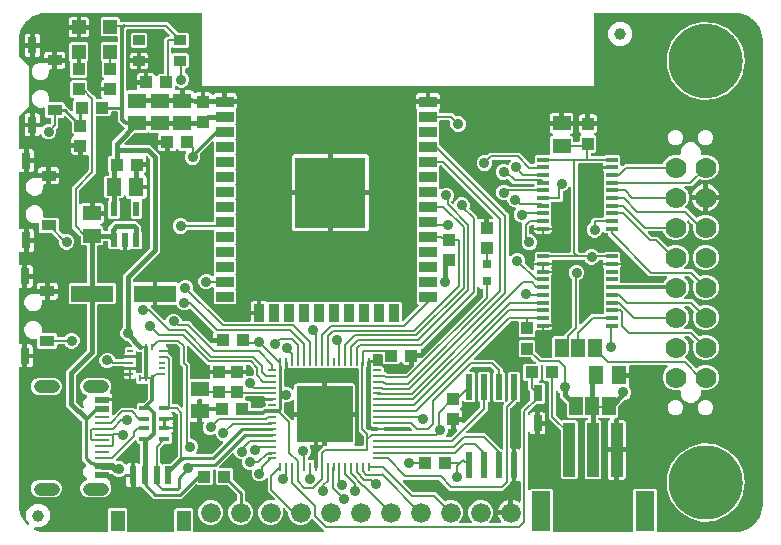
<source format=gbr>
G04 EAGLE Gerber RS-274X export*
G75*
%MOMM*%
%FSLAX34Y34*%
%LPD*%
%INTop Copper*%
%IPPOS*%
%AMOC8*
5,1,8,0,0,1.08239X$1,22.5*%
G01*
%ADD10R,1.200000X1.200000*%
%ADD11R,1.240000X1.500000*%
%ADD12R,0.550000X1.200000*%
%ADD13R,1.075000X1.000000*%
%ADD14R,0.600000X2.200000*%
%ADD15R,1.000000X0.850000*%
%ADD16R,0.220000X0.700000*%
%ADD17R,0.700000X0.220000*%
%ADD18R,4.700000X4.700000*%
%ADD19R,1.500000X1.240000*%
%ADD20R,1.000000X1.075000*%
%ADD21R,1.500000X0.900000*%
%ADD22R,0.900000X1.500000*%
%ADD23R,6.000000X6.000000*%
%ADD24R,0.900000X0.450000*%
%ADD25R,1.150000X0.575000*%
%ADD26R,1.150000X0.275000*%
%ADD27C,1.108000*%
%ADD28R,1.270000X0.900000*%
%ADD29R,0.800000X1.450000*%
%ADD30R,3.556000X1.400000*%
%ADD31R,0.990600X0.304800*%
%ADD32R,1.168400X1.600200*%
%ADD33C,5.266000*%
%ADD34C,1.016000*%
%ADD35R,0.600000X1.550000*%
%ADD36R,1.200000X1.800000*%
%ADD37R,1.000000X4.600000*%
%ADD38R,1.600000X3.400000*%
%ADD39R,0.800000X1.350000*%
%ADD40C,1.676400*%
%ADD41R,0.500000X0.250000*%
%ADD42R,0.250000X0.500000*%
%ADD43C,1.000000*%
%ADD44R,0.800000X0.800000*%
%ADD45C,1.778000*%
%ADD46C,0.406400*%
%ADD47C,0.254000*%
%ADD48C,0.203200*%
%ADD49C,0.906400*%
%ADD50C,0.609600*%
%ADD51C,0.304800*%

G36*
X77310Y2549D02*
X77310Y2549D01*
X77368Y2547D01*
X77450Y2569D01*
X77534Y2581D01*
X77587Y2604D01*
X77643Y2619D01*
X77716Y2662D01*
X77793Y2697D01*
X77838Y2735D01*
X77888Y2764D01*
X77946Y2826D01*
X78010Y2880D01*
X78042Y2929D01*
X78082Y2972D01*
X78121Y3047D01*
X78168Y3117D01*
X78185Y3173D01*
X78212Y3225D01*
X78223Y3293D01*
X78253Y3388D01*
X78256Y3488D01*
X78267Y3556D01*
X78267Y21382D01*
X79458Y22573D01*
X93142Y22573D01*
X94333Y21382D01*
X94333Y3556D01*
X94341Y3498D01*
X94339Y3440D01*
X94361Y3358D01*
X94373Y3274D01*
X94396Y3221D01*
X94411Y3165D01*
X94454Y3092D01*
X94489Y3015D01*
X94527Y2970D01*
X94556Y2920D01*
X94618Y2862D01*
X94672Y2798D01*
X94721Y2766D01*
X94764Y2726D01*
X94839Y2687D01*
X94909Y2640D01*
X94965Y2623D01*
X95017Y2596D01*
X95085Y2585D01*
X95180Y2555D01*
X95280Y2552D01*
X95348Y2541D01*
X133252Y2541D01*
X133310Y2549D01*
X133368Y2547D01*
X133450Y2569D01*
X133534Y2581D01*
X133587Y2604D01*
X133643Y2619D01*
X133716Y2662D01*
X133793Y2697D01*
X133838Y2735D01*
X133888Y2764D01*
X133946Y2826D01*
X134010Y2880D01*
X134042Y2929D01*
X134082Y2972D01*
X134121Y3047D01*
X134168Y3117D01*
X134185Y3173D01*
X134212Y3225D01*
X134223Y3293D01*
X134253Y3388D01*
X134256Y3488D01*
X134267Y3556D01*
X134267Y21382D01*
X135458Y22573D01*
X149142Y22573D01*
X150333Y21382D01*
X150333Y3556D01*
X150341Y3498D01*
X150339Y3440D01*
X150361Y3358D01*
X150373Y3274D01*
X150396Y3221D01*
X150411Y3165D01*
X150454Y3092D01*
X150489Y3015D01*
X150527Y2970D01*
X150556Y2920D01*
X150618Y2862D01*
X150672Y2798D01*
X150721Y2766D01*
X150764Y2726D01*
X150839Y2687D01*
X150909Y2640D01*
X150965Y2623D01*
X151017Y2596D01*
X151085Y2585D01*
X151180Y2555D01*
X151280Y2552D01*
X151348Y2541D01*
X260282Y2541D01*
X260311Y2545D01*
X260340Y2542D01*
X260452Y2565D01*
X260564Y2581D01*
X260590Y2593D01*
X260619Y2598D01*
X260720Y2651D01*
X260823Y2697D01*
X260845Y2716D01*
X260872Y2729D01*
X260954Y2807D01*
X261040Y2880D01*
X261056Y2905D01*
X261078Y2925D01*
X261135Y3023D01*
X261198Y3117D01*
X261207Y3145D01*
X261221Y3170D01*
X261249Y3280D01*
X261283Y3388D01*
X261284Y3418D01*
X261291Y3446D01*
X261288Y3559D01*
X261291Y3672D01*
X261283Y3701D01*
X261282Y3730D01*
X261248Y3838D01*
X261219Y3947D01*
X261204Y3973D01*
X261195Y4001D01*
X261149Y4065D01*
X261074Y4192D01*
X261028Y4235D01*
X261000Y4274D01*
X259254Y6020D01*
X251788Y13486D01*
X251696Y13555D01*
X251608Y13629D01*
X251583Y13641D01*
X251560Y13657D01*
X251453Y13698D01*
X251348Y13745D01*
X251321Y13749D01*
X251295Y13758D01*
X251180Y13768D01*
X251067Y13784D01*
X251039Y13780D01*
X251012Y13782D01*
X250899Y13759D01*
X250785Y13743D01*
X250760Y13732D01*
X250733Y13726D01*
X250631Y13673D01*
X250526Y13626D01*
X250505Y13608D01*
X250480Y13595D01*
X250397Y13516D01*
X250310Y13441D01*
X250297Y13420D01*
X250274Y13399D01*
X250139Y13169D01*
X250132Y13157D01*
X250129Y13150D01*
X247200Y10221D01*
X243372Y8635D01*
X239228Y8635D01*
X235400Y10221D01*
X232471Y13150D01*
X230885Y16978D01*
X230885Y19018D01*
X230873Y19104D01*
X230870Y19192D01*
X230853Y19244D01*
X230845Y19299D01*
X230810Y19379D01*
X230783Y19462D01*
X230755Y19501D01*
X230729Y19559D01*
X230633Y19672D01*
X230588Y19736D01*
X227882Y22441D01*
X227814Y22493D01*
X227751Y22552D01*
X227701Y22578D01*
X227655Y22612D01*
X227575Y22643D01*
X227498Y22682D01*
X227443Y22693D01*
X227389Y22713D01*
X227304Y22720D01*
X227220Y22737D01*
X227163Y22732D01*
X227106Y22737D01*
X227022Y22720D01*
X226936Y22713D01*
X226883Y22692D01*
X226827Y22681D01*
X226751Y22641D01*
X226671Y22611D01*
X226626Y22576D01*
X226575Y22550D01*
X226513Y22491D01*
X226444Y22439D01*
X226410Y22393D01*
X226369Y22354D01*
X226326Y22280D01*
X226274Y22211D01*
X226254Y22158D01*
X226225Y22109D01*
X226204Y22026D01*
X226174Y21945D01*
X226169Y21888D01*
X226155Y21833D01*
X226158Y21747D01*
X226151Y21662D01*
X226162Y21614D01*
X226164Y21549D01*
X226209Y21411D01*
X226226Y21335D01*
X226315Y21122D01*
X226315Y16978D01*
X224729Y13150D01*
X221800Y10221D01*
X217972Y8635D01*
X213828Y8635D01*
X210000Y10221D01*
X207071Y13150D01*
X205485Y16978D01*
X205485Y21122D01*
X207071Y24950D01*
X210000Y27879D01*
X213828Y29465D01*
X217972Y29465D01*
X218185Y29376D01*
X218268Y29355D01*
X218348Y29324D01*
X218405Y29320D01*
X218460Y29306D01*
X218546Y29308D01*
X218632Y29301D01*
X218687Y29312D01*
X218744Y29314D01*
X218826Y29340D01*
X218910Y29357D01*
X218961Y29383D01*
X219015Y29400D01*
X219086Y29448D01*
X219163Y29488D01*
X219204Y29527D01*
X219251Y29559D01*
X219306Y29624D01*
X219369Y29684D01*
X219397Y29733D01*
X219434Y29776D01*
X219469Y29855D01*
X219512Y29929D01*
X219526Y29984D01*
X219550Y30036D01*
X219561Y30121D01*
X219583Y30204D01*
X219581Y30261D01*
X219589Y30318D01*
X219576Y30403D01*
X219573Y30488D01*
X219556Y30543D01*
X219548Y30599D01*
X219512Y30677D01*
X219486Y30759D01*
X219457Y30799D01*
X219431Y30858D01*
X219337Y30968D01*
X219291Y31032D01*
X213486Y36837D01*
X213486Y47361D01*
X213482Y47390D01*
X213485Y47419D01*
X213462Y47530D01*
X213446Y47642D01*
X213434Y47669D01*
X213429Y47698D01*
X213376Y47799D01*
X213330Y47902D01*
X213311Y47924D01*
X213298Y47950D01*
X213220Y48032D01*
X213147Y48119D01*
X213122Y48135D01*
X213102Y48156D01*
X213004Y48213D01*
X212910Y48276D01*
X212882Y48285D01*
X212857Y48300D01*
X212747Y48328D01*
X212639Y48362D01*
X212609Y48363D01*
X212581Y48370D01*
X212468Y48366D01*
X212355Y48369D01*
X212326Y48362D01*
X212297Y48361D01*
X212189Y48326D01*
X212080Y48298D01*
X212054Y48283D01*
X212026Y48274D01*
X211963Y48228D01*
X211835Y48152D01*
X211792Y48107D01*
X211753Y48079D01*
X210094Y46419D01*
X207681Y45420D01*
X205069Y45420D01*
X202656Y46419D01*
X200810Y48266D01*
X199810Y50679D01*
X199810Y53290D01*
X200039Y53842D01*
X200067Y53953D01*
X200102Y54063D01*
X200103Y54090D01*
X200110Y54117D01*
X200106Y54232D01*
X200109Y54347D01*
X200102Y54374D01*
X200102Y54401D01*
X200067Y54511D01*
X200038Y54622D01*
X200023Y54646D01*
X200015Y54672D01*
X199951Y54768D01*
X199892Y54866D01*
X199872Y54885D01*
X199857Y54908D01*
X199769Y54982D01*
X199685Y55061D01*
X199660Y55074D01*
X199639Y55091D01*
X199534Y55138D01*
X199432Y55190D01*
X199407Y55194D01*
X199379Y55207D01*
X199116Y55243D01*
X199101Y55246D01*
X197131Y55246D01*
X194718Y56245D01*
X192871Y58092D01*
X191872Y60505D01*
X191872Y63080D01*
X191864Y63138D01*
X191865Y63196D01*
X191844Y63278D01*
X191832Y63362D01*
X191808Y63415D01*
X191793Y63471D01*
X191750Y63544D01*
X191716Y63621D01*
X191678Y63666D01*
X191648Y63716D01*
X191587Y63774D01*
X191532Y63838D01*
X191484Y63870D01*
X191441Y63910D01*
X191366Y63949D01*
X191296Y63996D01*
X191240Y64013D01*
X191188Y64040D01*
X191120Y64051D01*
X191024Y64081D01*
X190925Y64084D01*
X190857Y64095D01*
X190288Y64095D01*
X187875Y65095D01*
X186029Y66941D01*
X185147Y69071D01*
X185088Y69170D01*
X185035Y69272D01*
X185016Y69292D01*
X185002Y69316D01*
X184919Y69395D01*
X184840Y69478D01*
X184816Y69492D01*
X184795Y69511D01*
X184693Y69563D01*
X184594Y69622D01*
X184567Y69628D01*
X184543Y69641D01*
X184430Y69663D01*
X184319Y69692D01*
X184291Y69691D01*
X184264Y69696D01*
X184149Y69686D01*
X184035Y69683D01*
X184008Y69674D01*
X183981Y69672D01*
X183873Y69630D01*
X183764Y69595D01*
X183744Y69581D01*
X183715Y69570D01*
X183503Y69409D01*
X183491Y69400D01*
X172386Y58296D01*
X172369Y58272D01*
X172346Y58253D01*
X172284Y58159D01*
X172215Y58069D01*
X172205Y58041D01*
X172189Y58017D01*
X172155Y57909D01*
X172114Y57803D01*
X172112Y57774D01*
X172103Y57746D01*
X172100Y57632D01*
X172091Y57520D01*
X172096Y57491D01*
X172096Y57462D01*
X172124Y57352D01*
X172147Y57241D01*
X172160Y57215D01*
X172168Y57187D01*
X172225Y57089D01*
X172278Y56989D01*
X172298Y56967D01*
X172313Y56942D01*
X172395Y56865D01*
X172473Y56783D01*
X172499Y56768D01*
X172520Y56748D01*
X172621Y56696D01*
X172719Y56639D01*
X172747Y56632D01*
X172773Y56618D01*
X172851Y56605D01*
X172994Y56569D01*
X173057Y56571D01*
X173104Y56563D01*
X182992Y56563D01*
X184183Y55372D01*
X184183Y47214D01*
X184193Y47144D01*
X184191Y47095D01*
X184197Y47075D01*
X184198Y47040D01*
X184215Y46987D01*
X184223Y46932D01*
X184250Y46871D01*
X184263Y46820D01*
X184275Y46800D01*
X184285Y46769D01*
X184313Y46730D01*
X184339Y46673D01*
X184379Y46625D01*
X184408Y46576D01*
X184452Y46535D01*
X184480Y46496D01*
X193803Y37173D01*
X193803Y29633D01*
X193803Y29632D01*
X193803Y29630D01*
X193823Y29488D01*
X193843Y29352D01*
X193843Y29350D01*
X193843Y29349D01*
X193900Y29223D01*
X193959Y29092D01*
X193960Y29091D01*
X193961Y29090D01*
X194052Y28982D01*
X194142Y28875D01*
X194144Y28874D01*
X194145Y28873D01*
X194158Y28865D01*
X194379Y28718D01*
X194408Y28708D01*
X194429Y28695D01*
X196400Y27879D01*
X199329Y24950D01*
X200915Y21122D01*
X200915Y16978D01*
X199329Y13150D01*
X196400Y10221D01*
X192572Y8635D01*
X188428Y8635D01*
X184600Y10221D01*
X181671Y13150D01*
X180085Y16978D01*
X180085Y21122D01*
X181671Y24950D01*
X184600Y27879D01*
X186571Y28695D01*
X186572Y28696D01*
X186573Y28696D01*
X186692Y28767D01*
X186815Y28840D01*
X186816Y28841D01*
X186818Y28842D01*
X186915Y28946D01*
X187011Y29046D01*
X187011Y29048D01*
X187012Y29049D01*
X187077Y29175D01*
X187141Y29299D01*
X187141Y29301D01*
X187142Y29302D01*
X187144Y29317D01*
X187196Y29578D01*
X187193Y29609D01*
X187197Y29633D01*
X187197Y34016D01*
X187189Y34074D01*
X187191Y34130D01*
X187183Y34158D01*
X187182Y34190D01*
X187165Y34243D01*
X187157Y34298D01*
X187132Y34355D01*
X187119Y34405D01*
X187106Y34427D01*
X187095Y34461D01*
X187067Y34500D01*
X187041Y34557D01*
X186998Y34609D01*
X186974Y34649D01*
X186934Y34686D01*
X186900Y34734D01*
X179434Y42200D01*
X179364Y42252D01*
X179301Y42312D01*
X179251Y42338D01*
X179207Y42371D01*
X179125Y42402D01*
X179048Y42442D01*
X179000Y42450D01*
X178941Y42472D01*
X178794Y42484D01*
X178716Y42497D01*
X170558Y42497D01*
X169367Y43688D01*
X169367Y54737D01*
X169359Y54795D01*
X169361Y54853D01*
X169339Y54935D01*
X169327Y55019D01*
X169304Y55072D01*
X169289Y55128D01*
X169246Y55201D01*
X169211Y55278D01*
X169173Y55323D01*
X169144Y55373D01*
X169082Y55431D01*
X169028Y55495D01*
X168979Y55527D01*
X168936Y55567D01*
X168861Y55606D01*
X168791Y55653D01*
X168735Y55670D01*
X168683Y55697D01*
X168615Y55708D01*
X168520Y55738D01*
X168420Y55741D01*
X168352Y55752D01*
X168198Y55752D01*
X168140Y55744D01*
X168082Y55746D01*
X168000Y55724D01*
X167916Y55712D01*
X167863Y55689D01*
X167807Y55674D01*
X167734Y55631D01*
X167657Y55596D01*
X167612Y55558D01*
X167562Y55529D01*
X167504Y55467D01*
X167440Y55413D01*
X167408Y55364D01*
X167368Y55321D01*
X167329Y55246D01*
X167282Y55176D01*
X167265Y55120D01*
X167238Y55068D01*
X167227Y55000D01*
X167197Y54905D01*
X167194Y54805D01*
X167183Y54737D01*
X167183Y43688D01*
X165992Y42497D01*
X153558Y42497D01*
X153468Y42587D01*
X153422Y42622D01*
X153381Y42664D01*
X153309Y42707D01*
X153241Y42758D01*
X153187Y42779D01*
X153136Y42808D01*
X153054Y42829D01*
X152976Y42859D01*
X152917Y42864D01*
X152861Y42878D01*
X152776Y42876D01*
X152692Y42883D01*
X152635Y42871D01*
X152576Y42869D01*
X152496Y42843D01*
X152414Y42827D01*
X152362Y42800D01*
X152306Y42782D01*
X152250Y42742D01*
X152161Y42696D01*
X152089Y42627D01*
X152033Y42587D01*
X140306Y30860D01*
X116869Y30860D01*
X107269Y40460D01*
X107200Y40512D01*
X107136Y40572D01*
X107086Y40598D01*
X107042Y40631D01*
X106960Y40662D01*
X106882Y40702D01*
X106835Y40710D01*
X106776Y40732D01*
X106629Y40744D01*
X106551Y40757D01*
X105458Y40757D01*
X105377Y40838D01*
X105330Y40873D01*
X105290Y40916D01*
X105262Y40932D01*
X105259Y40935D01*
X105243Y40943D01*
X105217Y40958D01*
X105150Y41009D01*
X105095Y41030D01*
X105045Y41060D01*
X104963Y41080D01*
X104884Y41110D01*
X104826Y41115D01*
X104769Y41130D01*
X104685Y41127D01*
X104601Y41134D01*
X104544Y41122D01*
X104485Y41121D01*
X104405Y41095D01*
X104322Y41078D01*
X104270Y41051D01*
X104215Y41033D01*
X104158Y40993D01*
X104070Y40947D01*
X103998Y40878D01*
X103941Y40838D01*
X103860Y40757D01*
X103281Y40422D01*
X102634Y40249D01*
X100799Y40249D01*
X100799Y50056D01*
X100791Y50114D01*
X100793Y50172D01*
X100771Y50254D01*
X100759Y50337D01*
X100736Y50391D01*
X100721Y50447D01*
X100678Y50520D01*
X100669Y50539D01*
X100700Y50585D01*
X100717Y50641D01*
X100744Y50693D01*
X100755Y50761D01*
X100785Y50856D01*
X100788Y50956D01*
X100799Y51024D01*
X100799Y60831D01*
X102634Y60831D01*
X103281Y60658D01*
X103712Y60408D01*
X103749Y60394D01*
X103781Y60372D01*
X103880Y60341D01*
X103976Y60302D01*
X104015Y60298D01*
X104052Y60286D01*
X104156Y60284D01*
X104259Y60273D01*
X104297Y60280D01*
X104336Y60279D01*
X104437Y60305D01*
X104539Y60324D01*
X104574Y60341D01*
X104611Y60351D01*
X104700Y60404D01*
X104793Y60450D01*
X104822Y60476D01*
X104856Y60496D01*
X104927Y60572D01*
X105003Y60642D01*
X105024Y60675D01*
X105050Y60703D01*
X105098Y60796D01*
X105152Y60884D01*
X105162Y60922D01*
X105180Y60956D01*
X105193Y61033D01*
X105227Y61158D01*
X105226Y61233D01*
X105235Y61288D01*
X105235Y76317D01*
X105227Y76375D01*
X105229Y76433D01*
X105207Y76515D01*
X105195Y76599D01*
X105172Y76652D01*
X105157Y76708D01*
X105114Y76781D01*
X105079Y76858D01*
X105041Y76903D01*
X105012Y76953D01*
X104950Y77011D01*
X104896Y77075D01*
X104847Y77107D01*
X104804Y77147D01*
X104729Y77186D01*
X104659Y77233D01*
X104603Y77250D01*
X104551Y77277D01*
X104483Y77288D01*
X104388Y77318D01*
X104288Y77321D01*
X104220Y77332D01*
X103633Y77332D01*
X102442Y78523D01*
X102442Y79245D01*
X102438Y79274D01*
X102441Y79303D01*
X102418Y79414D01*
X102402Y79526D01*
X102390Y79553D01*
X102385Y79582D01*
X102333Y79682D01*
X102286Y79786D01*
X102267Y79808D01*
X102254Y79834D01*
X102176Y79916D01*
X102103Y80003D01*
X102078Y80019D01*
X102058Y80040D01*
X101960Y80098D01*
X101866Y80160D01*
X101838Y80169D01*
X101813Y80184D01*
X101703Y80212D01*
X101595Y80246D01*
X101565Y80247D01*
X101537Y80254D01*
X101424Y80251D01*
X101311Y80254D01*
X101282Y80246D01*
X101253Y80245D01*
X101145Y80210D01*
X101036Y80182D01*
X101010Y80167D01*
X100982Y80158D01*
X100919Y80112D01*
X100791Y80036D01*
X100748Y79991D01*
X100709Y79963D01*
X84839Y64093D01*
X84804Y64046D01*
X84762Y64006D01*
X84719Y63933D01*
X84668Y63866D01*
X84647Y63811D01*
X84618Y63760D01*
X84597Y63679D01*
X84567Y63600D01*
X84562Y63542D01*
X84548Y63485D01*
X84550Y63401D01*
X84543Y63317D01*
X84555Y63259D01*
X84557Y63201D01*
X84583Y63121D01*
X84599Y63038D01*
X84626Y62986D01*
X84644Y62930D01*
X84684Y62874D01*
X84730Y62786D01*
X84799Y62713D01*
X84839Y62657D01*
X84944Y62552D01*
X84946Y62551D01*
X84947Y62549D01*
X85063Y62462D01*
X85172Y62381D01*
X85173Y62380D01*
X85174Y62379D01*
X85310Y62328D01*
X85437Y62279D01*
X85439Y62279D01*
X85440Y62279D01*
X85585Y62267D01*
X85721Y62256D01*
X85722Y62256D01*
X85724Y62256D01*
X85739Y62260D01*
X85999Y62312D01*
X86026Y62326D01*
X86051Y62332D01*
X86324Y62445D01*
X88936Y62445D01*
X91349Y61445D01*
X92888Y59906D01*
X92934Y59871D01*
X92975Y59829D01*
X93047Y59786D01*
X93115Y59736D01*
X93169Y59715D01*
X93220Y59685D01*
X93302Y59664D01*
X93380Y59634D01*
X93439Y59629D01*
X93495Y59615D01*
X93580Y59618D01*
X93664Y59611D01*
X93721Y59622D01*
X93779Y59624D01*
X93860Y59650D01*
X93942Y59667D01*
X93994Y59694D01*
X94050Y59712D01*
X94106Y59752D01*
X94195Y59798D01*
X94267Y59866D01*
X94323Y59906D01*
X94740Y60323D01*
X95319Y60658D01*
X95966Y60831D01*
X97801Y60831D01*
X97801Y52039D01*
X93494Y52039D01*
X93407Y52027D01*
X93320Y52024D01*
X93267Y52007D01*
X93212Y51999D01*
X93132Y51964D01*
X93049Y51937D01*
X93010Y51909D01*
X92953Y51883D01*
X92840Y51787D01*
X92776Y51742D01*
X91349Y50315D01*
X88936Y49315D01*
X86324Y49315D01*
X83911Y50315D01*
X83574Y50652D01*
X83550Y50670D01*
X83531Y50692D01*
X83437Y50755D01*
X83347Y50823D01*
X83319Y50834D01*
X83295Y50850D01*
X83187Y50884D01*
X83170Y50890D01*
X83131Y50915D01*
X83084Y50959D01*
X82955Y51025D01*
X82888Y51066D01*
X81473Y51653D01*
X81436Y51689D01*
X81366Y51742D01*
X81302Y51802D01*
X81253Y51827D01*
X81209Y51860D01*
X81127Y51891D01*
X81049Y51931D01*
X81002Y51939D01*
X80943Y51961D01*
X80796Y51974D01*
X80718Y51987D01*
X73972Y51987D01*
X73914Y51979D01*
X73855Y51980D01*
X73774Y51959D01*
X73690Y51947D01*
X73637Y51923D01*
X73580Y51908D01*
X73508Y51865D01*
X73431Y51831D01*
X73386Y51793D01*
X73336Y51763D01*
X73278Y51701D01*
X73214Y51647D01*
X73181Y51598D01*
X73141Y51556D01*
X73103Y51481D01*
X73056Y51410D01*
X73039Y51355D01*
X73012Y51303D01*
X73001Y51235D01*
X72970Y51139D01*
X72968Y51040D01*
X72956Y50972D01*
X72956Y50128D01*
X72965Y50071D01*
X72963Y50012D01*
X72984Y49930D01*
X72996Y49847D01*
X73020Y49794D01*
X73035Y49737D01*
X73078Y49665D01*
X73113Y49588D01*
X73150Y49543D01*
X73180Y49493D01*
X73242Y49435D01*
X73296Y49371D01*
X73345Y49338D01*
X73388Y49298D01*
X73463Y49260D01*
X73533Y49213D01*
X73589Y49195D01*
X73641Y49169D01*
X73709Y49157D01*
X73804Y49127D01*
X73904Y49125D01*
X73972Y49113D01*
X81841Y49113D01*
X81841Y47341D01*
X81668Y46694D01*
X81333Y46115D01*
X80860Y45642D01*
X80281Y45307D01*
X80253Y45300D01*
X80217Y45285D01*
X80179Y45277D01*
X80087Y45229D01*
X79991Y45189D01*
X79961Y45164D01*
X79926Y45146D01*
X79851Y45075D01*
X79771Y45009D01*
X79749Y44977D01*
X79720Y44950D01*
X79668Y44861D01*
X79609Y44776D01*
X79596Y44739D01*
X79577Y44705D01*
X79551Y44605D01*
X79518Y44506D01*
X79516Y44467D01*
X79507Y44429D01*
X79510Y44326D01*
X79505Y44222D01*
X79514Y44184D01*
X79516Y44145D01*
X79548Y44047D01*
X79572Y43946D01*
X79591Y43912D01*
X79603Y43875D01*
X79648Y43811D01*
X79712Y43699D01*
X79751Y43661D01*
X80913Y40856D01*
X80913Y37844D01*
X79760Y35060D01*
X77630Y32930D01*
X74846Y31777D01*
X60754Y31777D01*
X57970Y32930D01*
X55840Y35060D01*
X54687Y37844D01*
X54687Y40856D01*
X55840Y43640D01*
X57970Y45770D01*
X60067Y46638D01*
X60092Y46653D01*
X60120Y46662D01*
X60215Y46725D01*
X60312Y46783D01*
X60332Y46804D01*
X60356Y46820D01*
X60429Y46907D01*
X60507Y46990D01*
X60520Y47016D01*
X60539Y47038D01*
X60585Y47142D01*
X60637Y47242D01*
X60643Y47271D01*
X60655Y47298D01*
X60670Y47410D01*
X60692Y47521D01*
X60690Y47550D01*
X60694Y47579D01*
X60677Y47692D01*
X60668Y47804D01*
X60657Y47832D01*
X60653Y47861D01*
X60606Y47964D01*
X60566Y48070D01*
X60548Y48093D01*
X60536Y48120D01*
X60462Y48206D01*
X60394Y48296D01*
X60371Y48314D01*
X60352Y48336D01*
X60285Y48378D01*
X60166Y48467D01*
X60108Y48489D01*
X60067Y48514D01*
X59520Y48741D01*
X57891Y50370D01*
X57009Y52498D01*
X57009Y54802D01*
X57891Y56930D01*
X59657Y58696D01*
X59668Y58712D01*
X59678Y58719D01*
X59696Y58746D01*
X59735Y58783D01*
X59777Y58856D01*
X59828Y58924D01*
X59849Y58978D01*
X59878Y59029D01*
X59899Y59110D01*
X59929Y59189D01*
X59934Y59248D01*
X59948Y59304D01*
X59946Y59389D01*
X59953Y59473D01*
X59941Y59530D01*
X59939Y59588D01*
X59913Y59669D01*
X59897Y59751D01*
X59870Y59803D01*
X59852Y59859D01*
X59812Y59915D01*
X59766Y60004D01*
X59697Y60076D01*
X59657Y60132D01*
X55879Y63910D01*
X55879Y95936D01*
X55867Y96022D01*
X55864Y96110D01*
X55847Y96163D01*
X55839Y96217D01*
X55804Y96297D01*
X55799Y96312D01*
X55793Y96335D01*
X55790Y96340D01*
X55777Y96380D01*
X55749Y96420D01*
X55723Y96477D01*
X55675Y96534D01*
X55648Y96580D01*
X55609Y96616D01*
X55582Y96654D01*
X45604Y106632D01*
X42925Y109310D01*
X42925Y138844D01*
X60538Y156456D01*
X60590Y156526D01*
X60650Y156590D01*
X60676Y156639D01*
X60709Y156684D01*
X60740Y156765D01*
X60780Y156843D01*
X60788Y156891D01*
X60810Y156949D01*
X60822Y157097D01*
X60835Y157174D01*
X60835Y194422D01*
X60827Y194480D01*
X60829Y194538D01*
X60807Y194620D01*
X60795Y194704D01*
X60772Y194757D01*
X60757Y194813D01*
X60714Y194886D01*
X60679Y194963D01*
X60641Y195008D01*
X60612Y195058D01*
X60550Y195116D01*
X60496Y195180D01*
X60447Y195212D01*
X60404Y195252D01*
X60329Y195291D01*
X60259Y195338D01*
X60203Y195355D01*
X60151Y195382D01*
X60083Y195393D01*
X59988Y195423D01*
X59888Y195426D01*
X59820Y195437D01*
X46278Y195437D01*
X45087Y196628D01*
X45087Y212312D01*
X46278Y213503D01*
X59820Y213503D01*
X59878Y213511D01*
X59936Y213509D01*
X60018Y213531D01*
X60102Y213543D01*
X60155Y213566D01*
X60211Y213581D01*
X60284Y213624D01*
X60361Y213659D01*
X60406Y213697D01*
X60456Y213726D01*
X60514Y213788D01*
X60578Y213842D01*
X60610Y213891D01*
X60650Y213934D01*
X60689Y214009D01*
X60736Y214079D01*
X60753Y214135D01*
X60780Y214187D01*
X60791Y214255D01*
X60821Y214350D01*
X60824Y214450D01*
X60835Y214518D01*
X60835Y244142D01*
X60827Y244200D01*
X60829Y244258D01*
X60807Y244340D01*
X60795Y244424D01*
X60772Y244477D01*
X60757Y244533D01*
X60714Y244606D01*
X60679Y244683D01*
X60641Y244728D01*
X60612Y244778D01*
X60550Y244836D01*
X60496Y244900D01*
X60447Y244932D01*
X60404Y244972D01*
X60329Y245011D01*
X60259Y245058D01*
X60203Y245075D01*
X60151Y245102D01*
X60083Y245113D01*
X59988Y245143D01*
X59888Y245146D01*
X59820Y245157D01*
X56428Y245157D01*
X55237Y246348D01*
X55237Y252451D01*
X55225Y252537D01*
X55222Y252625D01*
X55205Y252677D01*
X55197Y252732D01*
X55162Y252812D01*
X55135Y252895D01*
X55107Y252934D01*
X55081Y252992D01*
X54985Y253105D01*
X54940Y253169D01*
X47751Y260357D01*
X47751Y294633D01*
X49834Y296716D01*
X49835Y296716D01*
X61424Y308305D01*
X61476Y308375D01*
X61536Y308439D01*
X61562Y308489D01*
X61595Y308533D01*
X61626Y308614D01*
X61666Y308692D01*
X61674Y308740D01*
X61696Y308798D01*
X61708Y308946D01*
X61721Y309023D01*
X61721Y320870D01*
X61714Y320918D01*
X61717Y320967D01*
X61695Y321059D01*
X61681Y321152D01*
X61662Y321196D01*
X61650Y321244D01*
X61604Y321325D01*
X61565Y321411D01*
X61534Y321448D01*
X61510Y321491D01*
X61442Y321556D01*
X61382Y321628D01*
X61341Y321655D01*
X61306Y321689D01*
X61223Y321734D01*
X61145Y321786D01*
X61098Y321800D01*
X61055Y321823D01*
X60963Y321843D01*
X60874Y321871D01*
X60825Y321873D01*
X60777Y321883D01*
X60703Y321876D01*
X60590Y321879D01*
X60506Y321857D01*
X60443Y321851D01*
X60198Y321785D01*
X56895Y321785D01*
X56895Y328685D01*
X56887Y328743D01*
X56888Y328801D01*
X56867Y328883D01*
X56855Y328966D01*
X56831Y329020D01*
X56817Y329076D01*
X56774Y329149D01*
X56739Y329226D01*
X56701Y329270D01*
X56671Y329321D01*
X56610Y329378D01*
X56555Y329443D01*
X56507Y329475D01*
X56464Y329515D01*
X56389Y329554D01*
X56319Y329600D01*
X56263Y329618D01*
X56211Y329645D01*
X56143Y329656D01*
X56048Y329686D01*
X55948Y329689D01*
X55880Y329700D01*
X54863Y329700D01*
X54863Y330717D01*
X54855Y330775D01*
X54856Y330833D01*
X54835Y330915D01*
X54823Y330998D01*
X54799Y331052D01*
X54785Y331108D01*
X54742Y331181D01*
X54707Y331258D01*
X54669Y331302D01*
X54639Y331353D01*
X54578Y331410D01*
X54523Y331475D01*
X54475Y331507D01*
X54432Y331547D01*
X54357Y331586D01*
X54287Y331632D01*
X54231Y331650D01*
X54179Y331677D01*
X54111Y331688D01*
X54016Y331718D01*
X53916Y331721D01*
X53848Y331732D01*
X47323Y331732D01*
X47323Y335410D01*
X47496Y336057D01*
X47831Y336636D01*
X48304Y337109D01*
X48998Y337510D01*
X49036Y337540D01*
X49080Y337562D01*
X49148Y337627D01*
X49222Y337685D01*
X49251Y337725D01*
X49286Y337758D01*
X49333Y337839D01*
X49388Y337915D01*
X49405Y337962D01*
X49430Y338003D01*
X49453Y338094D01*
X49485Y338183D01*
X49488Y338232D01*
X49500Y338279D01*
X49497Y338373D01*
X49503Y338467D01*
X49492Y338514D01*
X49491Y338563D01*
X49462Y338653D01*
X49442Y338744D01*
X49418Y338787D01*
X49403Y338834D01*
X49360Y338894D01*
X49306Y338994D01*
X49245Y339056D01*
X49208Y339107D01*
X47831Y340484D01*
X47831Y348642D01*
X47819Y348729D01*
X47816Y348816D01*
X47799Y348869D01*
X47791Y348924D01*
X47756Y349004D01*
X47729Y349087D01*
X47701Y349126D01*
X47675Y349183D01*
X47579Y349297D01*
X47534Y349360D01*
X42592Y354302D01*
X42546Y354337D01*
X42505Y354379D01*
X42432Y354422D01*
X42365Y354473D01*
X42310Y354494D01*
X42260Y354523D01*
X42178Y354544D01*
X42099Y354574D01*
X42041Y354579D01*
X41985Y354593D01*
X41900Y354591D01*
X41816Y354598D01*
X41759Y354586D01*
X41700Y354584D01*
X41620Y354558D01*
X41537Y354542D01*
X41486Y354515D01*
X41430Y354497D01*
X41374Y354457D01*
X41285Y354411D01*
X41213Y354342D01*
X41157Y354302D01*
X40322Y353467D01*
X37194Y353467D01*
X37136Y353459D01*
X37078Y353461D01*
X36996Y353439D01*
X36912Y353427D01*
X36859Y353404D01*
X36803Y353389D01*
X36730Y353346D01*
X36653Y353311D01*
X36608Y353273D01*
X36558Y353244D01*
X36500Y353182D01*
X36436Y353128D01*
X36404Y353079D01*
X36364Y353036D01*
X36325Y352961D01*
X36278Y352891D01*
X36261Y352835D01*
X36234Y352783D01*
X36223Y352715D01*
X36193Y352620D01*
X36190Y352520D01*
X36179Y352452D01*
X36179Y345557D01*
X34707Y344085D01*
X34706Y344084D01*
X34705Y344083D01*
X34616Y343965D01*
X34536Y343858D01*
X34536Y343857D01*
X34535Y343855D01*
X34482Y343716D01*
X34435Y343593D01*
X34435Y343591D01*
X34434Y343589D01*
X34423Y343450D01*
X34411Y343309D01*
X34412Y343308D01*
X34411Y343306D01*
X34415Y343291D01*
X34467Y343030D01*
X34481Y343003D01*
X34487Y342979D01*
X34505Y342936D01*
X34505Y340324D01*
X33505Y337911D01*
X31659Y336065D01*
X29246Y335065D01*
X26634Y335065D01*
X24221Y336065D01*
X22375Y337911D01*
X22111Y338548D01*
X22058Y338638D01*
X22011Y338732D01*
X21986Y338760D01*
X21967Y338792D01*
X21890Y338865D01*
X21819Y338942D01*
X21787Y338962D01*
X21760Y338988D01*
X21667Y339036D01*
X21577Y339091D01*
X21541Y339101D01*
X21507Y339118D01*
X21404Y339138D01*
X21303Y339166D01*
X21265Y339166D01*
X21228Y339173D01*
X21124Y339164D01*
X21018Y339162D01*
X20982Y339152D01*
X20945Y339148D01*
X20847Y339111D01*
X20746Y339080D01*
X20715Y339060D01*
X20680Y339046D01*
X20596Y338983D01*
X20508Y338926D01*
X20486Y338900D01*
X20453Y338875D01*
X20333Y338714D01*
X20294Y338667D01*
X20163Y338440D01*
X19690Y337967D01*
X19111Y337632D01*
X18464Y337459D01*
X16129Y337459D01*
X16129Y345251D01*
X21140Y345251D01*
X21153Y345243D01*
X21247Y345180D01*
X21275Y345171D01*
X21300Y345157D01*
X21410Y345129D01*
X21518Y345094D01*
X21548Y345094D01*
X21576Y345086D01*
X21689Y345090D01*
X21802Y345087D01*
X21831Y345095D01*
X21860Y345095D01*
X21968Y345130D01*
X22077Y345159D01*
X22103Y345174D01*
X22131Y345183D01*
X22194Y345228D01*
X22322Y345304D01*
X22365Y345350D01*
X22404Y345378D01*
X24221Y347195D01*
X26634Y348195D01*
X29066Y348195D01*
X29124Y348203D01*
X29182Y348201D01*
X29264Y348223D01*
X29348Y348235D01*
X29401Y348258D01*
X29457Y348273D01*
X29530Y348316D01*
X29607Y348351D01*
X29652Y348389D01*
X29702Y348418D01*
X29760Y348480D01*
X29824Y348534D01*
X29856Y348583D01*
X29896Y348626D01*
X29935Y348701D01*
X29982Y348771D01*
X29999Y348827D01*
X30026Y348879D01*
X30037Y348947D01*
X30067Y349042D01*
X30070Y349142D01*
X30081Y349210D01*
X30081Y352452D01*
X30073Y352510D01*
X30075Y352568D01*
X30053Y352650D01*
X30041Y352734D01*
X30018Y352787D01*
X30003Y352843D01*
X29960Y352916D01*
X29925Y352993D01*
X29887Y353038D01*
X29858Y353088D01*
X29796Y353146D01*
X29742Y353210D01*
X29693Y353242D01*
X29650Y353282D01*
X29575Y353321D01*
X29505Y353368D01*
X29449Y353385D01*
X29397Y353412D01*
X29329Y353423D01*
X29234Y353453D01*
X29134Y353456D01*
X29066Y353467D01*
X25938Y353467D01*
X24747Y354658D01*
X24747Y361317D01*
X24731Y361431D01*
X24721Y361545D01*
X24711Y361571D01*
X24707Y361598D01*
X24661Y361703D01*
X24619Y361810D01*
X24603Y361832D01*
X24591Y361858D01*
X24517Y361945D01*
X24448Y362037D01*
X24425Y362054D01*
X24408Y362075D01*
X24312Y362138D01*
X24220Y362207D01*
X24194Y362217D01*
X24171Y362232D01*
X24061Y362267D01*
X23954Y362308D01*
X23926Y362310D01*
X23900Y362318D01*
X23785Y362321D01*
X23671Y362330D01*
X23646Y362325D01*
X23616Y362325D01*
X23359Y362258D01*
X23343Y362255D01*
X22630Y361959D01*
X19630Y361959D01*
X16858Y363107D01*
X14737Y365228D01*
X13589Y368000D01*
X13589Y371000D01*
X14737Y373772D01*
X16858Y375893D01*
X19630Y377041D01*
X22630Y377041D01*
X25402Y375893D01*
X27523Y373772D01*
X28671Y371000D01*
X28671Y368000D01*
X28644Y367937D01*
X28616Y367825D01*
X28581Y367716D01*
X28580Y367688D01*
X28573Y367661D01*
X28577Y367546D01*
X28574Y367432D01*
X28581Y367405D01*
X28582Y367377D01*
X28617Y367267D01*
X28646Y367157D01*
X28660Y367133D01*
X28668Y367106D01*
X28732Y367011D01*
X28791Y366912D01*
X28811Y366893D01*
X28826Y366870D01*
X28914Y366796D01*
X28998Y366718D01*
X29023Y366705D01*
X29044Y366687D01*
X29149Y366641D01*
X29251Y366588D01*
X29276Y366584D01*
X29304Y366572D01*
X29568Y366535D01*
X29582Y366533D01*
X40322Y366533D01*
X41513Y365342D01*
X41513Y364318D01*
X41521Y364260D01*
X41519Y364202D01*
X41541Y364120D01*
X41553Y364036D01*
X41576Y363983D01*
X41591Y363927D01*
X41634Y363854D01*
X41669Y363777D01*
X41707Y363732D01*
X41736Y363682D01*
X41798Y363624D01*
X41852Y363560D01*
X41901Y363528D01*
X41944Y363488D01*
X42019Y363449D01*
X42089Y363402D01*
X42145Y363385D01*
X42197Y363358D01*
X42265Y363347D01*
X42360Y363317D01*
X42460Y363314D01*
X42528Y363303D01*
X42933Y363303D01*
X47129Y359107D01*
X47153Y359089D01*
X47172Y359067D01*
X47266Y359004D01*
X47356Y358936D01*
X47384Y358925D01*
X47408Y358909D01*
X47516Y358875D01*
X47622Y358835D01*
X47651Y358832D01*
X47679Y358823D01*
X47793Y358820D01*
X47905Y358811D01*
X47934Y358817D01*
X47963Y358816D01*
X48073Y358845D01*
X48184Y358867D01*
X48210Y358880D01*
X48238Y358888D01*
X48336Y358946D01*
X48436Y358998D01*
X48458Y359018D01*
X48483Y359033D01*
X48560Y359115D01*
X48642Y359194D01*
X48657Y359219D01*
X48677Y359240D01*
X48729Y359341D01*
X48786Y359439D01*
X48793Y359467D01*
X48807Y359493D01*
X48820Y359571D01*
X48856Y359714D01*
X48854Y359777D01*
X48862Y359825D01*
X48862Y367792D01*
X49509Y368439D01*
X49527Y368463D01*
X49549Y368482D01*
X49612Y368576D01*
X49680Y368666D01*
X49691Y368694D01*
X49707Y368718D01*
X49741Y368826D01*
X49782Y368932D01*
X49784Y368961D01*
X49793Y368989D01*
X49796Y369103D01*
X49805Y369215D01*
X49799Y369244D01*
X49800Y369273D01*
X49771Y369383D01*
X49749Y369494D01*
X49736Y369520D01*
X49728Y369548D01*
X49671Y369646D01*
X49618Y369746D01*
X49598Y369768D01*
X49583Y369793D01*
X49500Y369870D01*
X49422Y369952D01*
X49397Y369967D01*
X49376Y369987D01*
X49275Y370039D01*
X49177Y370096D01*
X49149Y370103D01*
X49123Y370117D01*
X49045Y370130D01*
X48902Y370166D01*
X48839Y370164D01*
X48792Y370172D01*
X47498Y370172D01*
X46307Y371363D01*
X46307Y383797D01*
X47498Y384988D01*
X59182Y384988D01*
X60373Y383797D01*
X60373Y378699D01*
X60385Y378613D01*
X60388Y378525D01*
X60405Y378473D01*
X60413Y378418D01*
X60448Y378338D01*
X60475Y378255D01*
X60503Y378216D01*
X60529Y378158D01*
X60625Y378045D01*
X60670Y377981D01*
X65735Y372916D01*
X65736Y372916D01*
X67819Y370833D01*
X67819Y369998D01*
X67826Y369950D01*
X67825Y369945D01*
X67827Y369939D01*
X67825Y369882D01*
X67847Y369800D01*
X67859Y369716D01*
X67882Y369663D01*
X67897Y369607D01*
X67940Y369534D01*
X67975Y369457D01*
X68013Y369412D01*
X68042Y369362D01*
X68104Y369304D01*
X68158Y369240D01*
X68207Y369208D01*
X68250Y369168D01*
X68325Y369129D01*
X68395Y369082D01*
X68451Y369065D01*
X68503Y369038D01*
X68571Y369027D01*
X68666Y368997D01*
X68766Y368994D01*
X68834Y368983D01*
X72188Y368983D01*
X72218Y368987D01*
X72247Y368984D01*
X72358Y369007D01*
X72470Y369023D01*
X72497Y369035D01*
X72526Y369041D01*
X72626Y369093D01*
X72729Y369139D01*
X72752Y369158D01*
X72778Y369172D01*
X72860Y369250D01*
X72946Y369322D01*
X72962Y369347D01*
X72984Y369368D01*
X73041Y369465D01*
X73104Y369559D01*
X73113Y369587D01*
X73128Y369613D01*
X73155Y369722D01*
X73189Y369830D01*
X73190Y369860D01*
X73197Y369889D01*
X73194Y370001D01*
X73197Y370114D01*
X73189Y370143D01*
X73188Y370173D01*
X73153Y370280D01*
X73125Y370389D01*
X73110Y370415D01*
X73101Y370443D01*
X73055Y370507D01*
X73047Y370520D01*
X73044Y370529D01*
X72642Y371224D01*
X72469Y371870D01*
X72469Y375549D01*
X78994Y375549D01*
X79052Y375557D01*
X79110Y375555D01*
X79192Y375577D01*
X79275Y375589D01*
X79329Y375613D01*
X79385Y375627D01*
X79458Y375670D01*
X79535Y375705D01*
X79579Y375743D01*
X79630Y375773D01*
X79687Y375834D01*
X79752Y375889D01*
X79784Y375937D01*
X79824Y375980D01*
X79863Y376055D01*
X79909Y376125D01*
X79927Y376181D01*
X79954Y376233D01*
X79965Y376301D01*
X79995Y376396D01*
X79998Y376496D01*
X80009Y376564D01*
X80009Y378596D01*
X80001Y378654D01*
X80002Y378712D01*
X79981Y378794D01*
X79969Y378877D01*
X79945Y378931D01*
X79931Y378987D01*
X79888Y379060D01*
X79853Y379137D01*
X79815Y379181D01*
X79785Y379232D01*
X79724Y379289D01*
X79669Y379354D01*
X79621Y379386D01*
X79578Y379426D01*
X79503Y379465D01*
X79433Y379511D01*
X79377Y379529D01*
X79325Y379556D01*
X79257Y379567D01*
X79162Y379597D01*
X79062Y379600D01*
X78994Y379611D01*
X72469Y379611D01*
X72469Y383289D01*
X72642Y383936D01*
X72977Y384515D01*
X73450Y384988D01*
X74144Y385389D01*
X74182Y385419D01*
X74226Y385441D01*
X74294Y385506D01*
X74368Y385564D01*
X74397Y385604D01*
X74432Y385637D01*
X74479Y385718D01*
X74534Y385794D01*
X74551Y385841D01*
X74576Y385882D01*
X74599Y385973D01*
X74631Y386062D01*
X74634Y386111D01*
X74646Y386158D01*
X74643Y386252D01*
X74649Y386346D01*
X74638Y386393D01*
X74637Y386442D01*
X74608Y386532D01*
X74588Y386623D01*
X74564Y386666D01*
X74549Y386713D01*
X74506Y386773D01*
X74452Y386873D01*
X74400Y386926D01*
X74391Y386941D01*
X74377Y386954D01*
X74354Y386986D01*
X72977Y388363D01*
X72977Y400972D01*
X72965Y401059D01*
X72962Y401147D01*
X72945Y401199D01*
X72937Y401254D01*
X72902Y401334D01*
X72875Y401417D01*
X72847Y401456D01*
X72821Y401513D01*
X72725Y401627D01*
X72680Y401690D01*
X71977Y402393D01*
X71977Y416077D01*
X73168Y417268D01*
X85598Y417268D01*
X85656Y417276D01*
X85714Y417274D01*
X85796Y417296D01*
X85880Y417308D01*
X85933Y417331D01*
X85989Y417346D01*
X86062Y417389D01*
X86139Y417424D01*
X86184Y417462D01*
X86234Y417491D01*
X86292Y417553D01*
X86356Y417607D01*
X86388Y417656D01*
X86428Y417699D01*
X86467Y417774D01*
X86514Y417844D01*
X86531Y417900D01*
X86558Y417952D01*
X86569Y418020D01*
X86599Y418115D01*
X86602Y418215D01*
X86613Y418283D01*
X86613Y421187D01*
X86605Y421245D01*
X86607Y421303D01*
X86585Y421385D01*
X86573Y421469D01*
X86550Y421522D01*
X86535Y421578D01*
X86492Y421651D01*
X86457Y421728D01*
X86419Y421773D01*
X86390Y421823D01*
X86328Y421881D01*
X86274Y421945D01*
X86225Y421977D01*
X86182Y422017D01*
X86107Y422056D01*
X86037Y422103D01*
X85981Y422120D01*
X85929Y422147D01*
X85861Y422158D01*
X85766Y422188D01*
X85666Y422191D01*
X85598Y422202D01*
X73168Y422202D01*
X71977Y423393D01*
X71977Y437077D01*
X73168Y438268D01*
X86852Y438268D01*
X88043Y437077D01*
X88043Y435229D01*
X88051Y435171D01*
X88049Y435113D01*
X88071Y435031D01*
X88083Y434947D01*
X88106Y434894D01*
X88121Y434838D01*
X88164Y434765D01*
X88199Y434688D01*
X88237Y434643D01*
X88266Y434593D01*
X88328Y434535D01*
X88382Y434471D01*
X88431Y434439D01*
X88474Y434399D01*
X88549Y434360D01*
X88619Y434313D01*
X88675Y434296D01*
X88727Y434269D01*
X88795Y434258D01*
X88890Y434228D01*
X88990Y434225D01*
X89058Y434214D01*
X89673Y434214D01*
X89760Y434226D01*
X89847Y434229D01*
X89900Y434246D01*
X89955Y434254D01*
X90035Y434289D01*
X90118Y434316D01*
X90157Y434344D01*
X90214Y434370D01*
X90327Y434466D01*
X90391Y434511D01*
X90602Y434722D01*
X93548Y434722D01*
X93759Y434511D01*
X93829Y434459D01*
X93893Y434399D01*
X93942Y434373D01*
X93986Y434340D01*
X94068Y434309D01*
X94146Y434269D01*
X94193Y434261D01*
X94252Y434239D01*
X94399Y434227D01*
X94477Y434214D01*
X128478Y434214D01*
X137151Y425540D01*
X137221Y425488D01*
X137285Y425428D01*
X137335Y425402D01*
X137379Y425369D01*
X137460Y425338D01*
X137538Y425298D01*
X137586Y425290D01*
X137644Y425268D01*
X137792Y425256D01*
X137869Y425243D01*
X145262Y425243D01*
X146453Y424052D01*
X146453Y413868D01*
X145262Y412677D01*
X133542Y412677D01*
X133460Y412739D01*
X133432Y412750D01*
X133408Y412766D01*
X133300Y412800D01*
X133194Y412841D01*
X133165Y412843D01*
X133137Y412852D01*
X133024Y412855D01*
X132911Y412864D01*
X132882Y412858D01*
X132853Y412859D01*
X132743Y412831D01*
X132632Y412808D01*
X132606Y412795D01*
X132578Y412787D01*
X132480Y412730D01*
X132380Y412677D01*
X132358Y412657D01*
X132333Y412642D01*
X132256Y412560D01*
X132174Y412482D01*
X132159Y412456D01*
X132139Y412435D01*
X132087Y412334D01*
X132030Y412236D01*
X132023Y412208D01*
X132009Y412182D01*
X131996Y412104D01*
X131960Y411961D01*
X131962Y411898D01*
X131954Y411851D01*
X131954Y408569D01*
X131958Y408540D01*
X131955Y408511D01*
X131978Y408400D01*
X131994Y408288D01*
X132006Y408261D01*
X132011Y408232D01*
X132064Y408132D01*
X132110Y408029D01*
X132129Y408006D01*
X132142Y407980D01*
X132220Y407898D01*
X132293Y407812D01*
X132318Y407795D01*
X132338Y407774D01*
X132436Y407717D01*
X132530Y407654D01*
X132558Y407645D01*
X132583Y407630D01*
X132693Y407602D01*
X132801Y407568D01*
X132830Y407567D01*
X132859Y407560D01*
X132972Y407564D01*
X133085Y407561D01*
X133114Y407568D01*
X133143Y407569D01*
X133251Y407604D01*
X133360Y407633D01*
X133386Y407648D01*
X133414Y407657D01*
X133478Y407702D01*
X133546Y407743D01*
X145262Y407743D01*
X146453Y406552D01*
X146453Y396368D01*
X145262Y395177D01*
X144399Y395177D01*
X144341Y395169D01*
X144283Y395171D01*
X144201Y395149D01*
X144117Y395137D01*
X144064Y395114D01*
X144008Y395099D01*
X143935Y395056D01*
X143858Y395021D01*
X143813Y394983D01*
X143763Y394954D01*
X143705Y394892D01*
X143641Y394838D01*
X143609Y394789D01*
X143569Y394746D01*
X143530Y394671D01*
X143483Y394601D01*
X143466Y394545D01*
X143439Y394493D01*
X143428Y394425D01*
X143398Y394330D01*
X143395Y394230D01*
X143384Y394162D01*
X143384Y391966D01*
X143384Y391965D01*
X143384Y391963D01*
X143405Y391813D01*
X143424Y391685D01*
X143424Y391683D01*
X143424Y391682D01*
X143483Y391552D01*
X143540Y391425D01*
X143541Y391424D01*
X143542Y391423D01*
X143635Y391313D01*
X143723Y391208D01*
X143725Y391207D01*
X143726Y391206D01*
X143739Y391198D01*
X143960Y391051D01*
X143989Y391041D01*
X144010Y391028D01*
X144054Y391010D01*
X145900Y389164D01*
X146900Y386751D01*
X146900Y384139D01*
X145900Y381726D01*
X144054Y379880D01*
X141641Y378880D01*
X139029Y378880D01*
X136616Y379880D01*
X136513Y379983D01*
X136489Y380001D01*
X136470Y380023D01*
X136376Y380086D01*
X136286Y380154D01*
X136258Y380164D01*
X136234Y380181D01*
X136126Y380215D01*
X136020Y380255D01*
X135991Y380258D01*
X135963Y380267D01*
X135850Y380269D01*
X135737Y380279D01*
X135708Y380273D01*
X135679Y380274D01*
X135569Y380245D01*
X135458Y380223D01*
X135432Y380209D01*
X135404Y380202D01*
X135307Y380144D01*
X135206Y380092D01*
X135184Y380072D01*
X135159Y380057D01*
X135082Y379974D01*
X135000Y379896D01*
X134985Y379871D01*
X134965Y379849D01*
X134913Y379749D01*
X134856Y379651D01*
X134849Y379622D01*
X134835Y379596D01*
X134822Y379519D01*
X134786Y379375D01*
X134788Y379313D01*
X134780Y379265D01*
X134780Y377396D01*
X134788Y377338D01*
X134786Y377280D01*
X134808Y377198D01*
X134820Y377114D01*
X134843Y377061D01*
X134858Y377005D01*
X134901Y376932D01*
X134936Y376855D01*
X134974Y376810D01*
X135003Y376760D01*
X135065Y376702D01*
X135119Y376638D01*
X135168Y376606D01*
X135211Y376566D01*
X135286Y376527D01*
X135356Y376480D01*
X135412Y376463D01*
X135464Y376436D01*
X135532Y376425D01*
X135627Y376395D01*
X135727Y376392D01*
X135795Y376381D01*
X138939Y376381D01*
X138939Y369671D01*
X122936Y369671D01*
X122878Y369663D01*
X122820Y369664D01*
X122738Y369643D01*
X122655Y369631D01*
X122601Y369607D01*
X122545Y369593D01*
X122472Y369550D01*
X122395Y369515D01*
X122351Y369477D01*
X122300Y369447D01*
X122243Y369386D01*
X122178Y369331D01*
X122146Y369283D01*
X122106Y369240D01*
X122067Y369165D01*
X122021Y369095D01*
X122003Y369039D01*
X121976Y368987D01*
X121965Y368919D01*
X121935Y368824D01*
X121932Y368724D01*
X121921Y368656D01*
X121921Y366624D01*
X121929Y366566D01*
X121928Y366508D01*
X121949Y366426D01*
X121961Y366343D01*
X121985Y366289D01*
X121999Y366233D01*
X122042Y366160D01*
X122077Y366083D01*
X122115Y366038D01*
X122145Y365988D01*
X122206Y365930D01*
X122261Y365866D01*
X122309Y365834D01*
X122352Y365794D01*
X122427Y365755D01*
X122497Y365709D01*
X122553Y365691D01*
X122605Y365664D01*
X122673Y365653D01*
X122768Y365623D01*
X122868Y365620D01*
X122936Y365609D01*
X139954Y365609D01*
X140012Y365617D01*
X140070Y365615D01*
X140152Y365637D01*
X140235Y365649D01*
X140289Y365673D01*
X140345Y365687D01*
X140418Y365730D01*
X140495Y365765D01*
X140539Y365803D01*
X140590Y365833D01*
X140647Y365894D01*
X140712Y365949D01*
X140744Y365997D01*
X140784Y366040D01*
X140823Y366115D01*
X140869Y366185D01*
X140887Y366241D01*
X140914Y366293D01*
X140925Y366361D01*
X140955Y366456D01*
X140958Y366556D01*
X140969Y366624D01*
X140969Y367641D01*
X140971Y367641D01*
X140971Y366624D01*
X140979Y366566D01*
X140978Y366508D01*
X140999Y366426D01*
X141011Y366343D01*
X141035Y366289D01*
X141049Y366233D01*
X141092Y366160D01*
X141127Y366083D01*
X141165Y366038D01*
X141195Y365988D01*
X141256Y365930D01*
X141311Y365866D01*
X141359Y365834D01*
X141402Y365794D01*
X141477Y365755D01*
X141547Y365709D01*
X141603Y365691D01*
X141655Y365664D01*
X141723Y365653D01*
X141818Y365623D01*
X141918Y365620D01*
X141986Y365609D01*
X151046Y365609D01*
X151051Y365579D01*
X151074Y365525D01*
X151089Y365469D01*
X151132Y365396D01*
X151167Y365319D01*
X151205Y365274D01*
X151234Y365224D01*
X151296Y365166D01*
X151350Y365102D01*
X151399Y365070D01*
X151442Y365030D01*
X151517Y364991D01*
X151587Y364945D01*
X151643Y364927D01*
X151695Y364900D01*
X151763Y364889D01*
X151858Y364859D01*
X151958Y364856D01*
X152026Y364845D01*
X157570Y364845D01*
X157628Y364853D01*
X157687Y364851D01*
X157768Y364873D01*
X157852Y364885D01*
X157905Y364909D01*
X157962Y364923D01*
X158034Y364966D01*
X158111Y365001D01*
X158156Y365039D01*
X158206Y365069D01*
X158264Y365130D01*
X158328Y365185D01*
X158361Y365233D01*
X158401Y365276D01*
X158439Y365351D01*
X158486Y365421D01*
X158503Y365477D01*
X158530Y365529D01*
X158541Y365597D01*
X158571Y365692D01*
X158574Y365792D01*
X158585Y365860D01*
X158585Y366877D01*
X158587Y366877D01*
X158587Y365860D01*
X158595Y365802D01*
X158594Y365744D01*
X158615Y365662D01*
X158627Y365579D01*
X158651Y365525D01*
X158666Y365469D01*
X158709Y365396D01*
X158743Y365319D01*
X158781Y365274D01*
X158811Y365224D01*
X158872Y365166D01*
X158927Y365102D01*
X158976Y365070D01*
X159018Y365030D01*
X159093Y364991D01*
X159164Y364945D01*
X159219Y364927D01*
X159271Y364900D01*
X159339Y364889D01*
X159435Y364859D01*
X159534Y364856D01*
X159602Y364845D01*
X166088Y364845D01*
X166146Y364853D01*
X166204Y364851D01*
X166286Y364873D01*
X166369Y364885D01*
X166423Y364909D01*
X166479Y364923D01*
X166543Y364961D01*
X176128Y364961D01*
X176186Y364969D01*
X176244Y364967D01*
X176326Y364989D01*
X176409Y365001D01*
X176463Y365025D01*
X176519Y365039D01*
X176592Y365082D01*
X176669Y365117D01*
X176713Y365155D01*
X176764Y365185D01*
X176821Y365246D01*
X176886Y365301D01*
X176918Y365349D01*
X176958Y365392D01*
X176997Y365467D01*
X177043Y365537D01*
X177061Y365593D01*
X177088Y365645D01*
X177099Y365713D01*
X177129Y365808D01*
X177132Y365908D01*
X177143Y365976D01*
X177143Y366993D01*
X177145Y366993D01*
X177145Y365976D01*
X177153Y365922D01*
X177152Y365884D01*
X177152Y365882D01*
X177152Y365860D01*
X177173Y365778D01*
X177185Y365695D01*
X177209Y365641D01*
X177223Y365585D01*
X177266Y365512D01*
X177301Y365435D01*
X177339Y365390D01*
X177369Y365340D01*
X177430Y365282D01*
X177485Y365218D01*
X177533Y365186D01*
X177576Y365146D01*
X177651Y365107D01*
X177721Y365061D01*
X177777Y365043D01*
X177829Y365016D01*
X177897Y365005D01*
X177992Y364975D01*
X178092Y364972D01*
X178160Y364961D01*
X187185Y364961D01*
X187185Y362158D01*
X187012Y361511D01*
X186621Y360835D01*
X186575Y360774D01*
X186554Y360719D01*
X186524Y360668D01*
X186504Y360587D01*
X186474Y360508D01*
X186469Y360450D01*
X186454Y360393D01*
X186457Y360309D01*
X186450Y360225D01*
X186462Y360167D01*
X186463Y360109D01*
X186489Y360029D01*
X186506Y359946D01*
X186533Y359894D01*
X186551Y359838D01*
X186591Y359782D01*
X186637Y359694D01*
X186677Y359652D01*
X186677Y348950D01*
X186387Y348660D01*
X186351Y348613D01*
X186309Y348573D01*
X186266Y348500D01*
X186216Y348433D01*
X186195Y348378D01*
X186165Y348328D01*
X186145Y348246D01*
X186114Y348167D01*
X186110Y348109D01*
X186095Y348052D01*
X186098Y347968D01*
X186091Y347884D01*
X186102Y347826D01*
X186104Y347768D01*
X186130Y347688D01*
X186147Y347605D01*
X186174Y347553D01*
X186192Y347497D01*
X186232Y347441D01*
X186278Y347353D01*
X186347Y347280D01*
X186387Y347224D01*
X186677Y346934D01*
X186677Y336250D01*
X186387Y335960D01*
X186352Y335913D01*
X186309Y335873D01*
X186266Y335800D01*
X186216Y335733D01*
X186195Y335678D01*
X186165Y335628D01*
X186145Y335546D01*
X186114Y335467D01*
X186110Y335409D01*
X186095Y335352D01*
X186098Y335268D01*
X186091Y335184D01*
X186102Y335126D01*
X186104Y335068D01*
X186130Y334988D01*
X186147Y334905D01*
X186174Y334853D01*
X186192Y334797D01*
X186232Y334741D01*
X186278Y334653D01*
X186346Y334580D01*
X186387Y334524D01*
X186677Y334234D01*
X186677Y323550D01*
X186387Y323260D01*
X186351Y323213D01*
X186309Y323173D01*
X186266Y323100D01*
X186216Y323033D01*
X186195Y322978D01*
X186165Y322928D01*
X186145Y322846D01*
X186114Y322767D01*
X186110Y322709D01*
X186095Y322652D01*
X186098Y322568D01*
X186091Y322484D01*
X186102Y322426D01*
X186104Y322368D01*
X186130Y322288D01*
X186147Y322205D01*
X186174Y322153D01*
X186192Y322097D01*
X186232Y322041D01*
X186278Y321953D01*
X186347Y321880D01*
X186387Y321824D01*
X186677Y321534D01*
X186677Y310850D01*
X186387Y310560D01*
X186351Y310513D01*
X186309Y310473D01*
X186266Y310400D01*
X186216Y310333D01*
X186195Y310278D01*
X186165Y310228D01*
X186145Y310146D01*
X186114Y310067D01*
X186110Y310009D01*
X186095Y309952D01*
X186098Y309868D01*
X186091Y309784D01*
X186102Y309726D01*
X186104Y309668D01*
X186130Y309588D01*
X186147Y309505D01*
X186174Y309453D01*
X186192Y309397D01*
X186232Y309341D01*
X186278Y309253D01*
X186347Y309180D01*
X186387Y309124D01*
X186677Y308834D01*
X186677Y298150D01*
X186387Y297860D01*
X186351Y297813D01*
X186309Y297773D01*
X186266Y297700D01*
X186216Y297633D01*
X186195Y297578D01*
X186165Y297528D01*
X186145Y297446D01*
X186114Y297367D01*
X186110Y297309D01*
X186095Y297252D01*
X186098Y297168D01*
X186091Y297084D01*
X186102Y297026D01*
X186104Y296968D01*
X186130Y296888D01*
X186147Y296805D01*
X186174Y296753D01*
X186192Y296697D01*
X186232Y296641D01*
X186278Y296553D01*
X186347Y296480D01*
X186387Y296424D01*
X186677Y296134D01*
X186677Y285450D01*
X186387Y285160D01*
X186351Y285113D01*
X186309Y285073D01*
X186266Y285000D01*
X186216Y284933D01*
X186195Y284878D01*
X186165Y284828D01*
X186145Y284746D01*
X186114Y284667D01*
X186110Y284609D01*
X186095Y284552D01*
X186098Y284468D01*
X186091Y284384D01*
X186102Y284326D01*
X186104Y284268D01*
X186130Y284188D01*
X186147Y284105D01*
X186174Y284053D01*
X186192Y283997D01*
X186232Y283941D01*
X186278Y283853D01*
X186347Y283780D01*
X186387Y283724D01*
X186677Y283434D01*
X186677Y272750D01*
X186387Y272460D01*
X186351Y272413D01*
X186309Y272373D01*
X186266Y272300D01*
X186216Y272233D01*
X186195Y272178D01*
X186165Y272128D01*
X186145Y272046D01*
X186114Y271967D01*
X186110Y271909D01*
X186095Y271852D01*
X186098Y271768D01*
X186091Y271684D01*
X186102Y271626D01*
X186104Y271568D01*
X186130Y271488D01*
X186147Y271405D01*
X186174Y271353D01*
X186192Y271297D01*
X186232Y271241D01*
X186278Y271153D01*
X186347Y271080D01*
X186387Y271024D01*
X186677Y270734D01*
X186677Y260050D01*
X186387Y259760D01*
X186351Y259713D01*
X186309Y259673D01*
X186266Y259600D01*
X186216Y259533D01*
X186195Y259478D01*
X186165Y259428D01*
X186145Y259346D01*
X186114Y259267D01*
X186110Y259209D01*
X186095Y259152D01*
X186098Y259068D01*
X186091Y258984D01*
X186102Y258926D01*
X186104Y258868D01*
X186130Y258788D01*
X186147Y258705D01*
X186174Y258653D01*
X186192Y258597D01*
X186232Y258541D01*
X186278Y258453D01*
X186347Y258380D01*
X186387Y258324D01*
X186677Y258034D01*
X186677Y247350D01*
X186387Y247060D01*
X186351Y247013D01*
X186309Y246973D01*
X186266Y246900D01*
X186216Y246833D01*
X186195Y246778D01*
X186165Y246728D01*
X186145Y246646D01*
X186114Y246567D01*
X186110Y246509D01*
X186095Y246452D01*
X186098Y246368D01*
X186091Y246284D01*
X186102Y246226D01*
X186104Y246168D01*
X186130Y246088D01*
X186147Y246005D01*
X186174Y245953D01*
X186192Y245897D01*
X186232Y245841D01*
X186278Y245753D01*
X186347Y245680D01*
X186387Y245624D01*
X186677Y245334D01*
X186677Y234650D01*
X186387Y234360D01*
X186351Y234313D01*
X186309Y234273D01*
X186266Y234200D01*
X186216Y234133D01*
X186195Y234078D01*
X186165Y234028D01*
X186145Y233946D01*
X186114Y233867D01*
X186110Y233809D01*
X186095Y233752D01*
X186098Y233668D01*
X186091Y233584D01*
X186102Y233526D01*
X186104Y233468D01*
X186130Y233388D01*
X186147Y233305D01*
X186174Y233253D01*
X186192Y233197D01*
X186232Y233141D01*
X186278Y233053D01*
X186347Y232980D01*
X186387Y232924D01*
X186677Y232634D01*
X186677Y221950D01*
X186387Y221660D01*
X186351Y221613D01*
X186309Y221573D01*
X186266Y221500D01*
X186216Y221433D01*
X186195Y221378D01*
X186165Y221328D01*
X186145Y221246D01*
X186114Y221167D01*
X186110Y221109D01*
X186095Y221052D01*
X186098Y220968D01*
X186091Y220884D01*
X186102Y220826D01*
X186104Y220768D01*
X186130Y220688D01*
X186147Y220605D01*
X186174Y220553D01*
X186192Y220497D01*
X186232Y220441D01*
X186278Y220353D01*
X186347Y220280D01*
X186387Y220224D01*
X186677Y219934D01*
X186677Y209250D01*
X186387Y208960D01*
X186351Y208913D01*
X186309Y208873D01*
X186266Y208800D01*
X186216Y208733D01*
X186195Y208678D01*
X186165Y208628D01*
X186145Y208546D01*
X186114Y208467D01*
X186110Y208409D01*
X186095Y208352D01*
X186098Y208268D01*
X186091Y208184D01*
X186102Y208126D01*
X186104Y208068D01*
X186130Y207988D01*
X186147Y207905D01*
X186174Y207853D01*
X186192Y207797D01*
X186232Y207741D01*
X186278Y207653D01*
X186347Y207580D01*
X186387Y207524D01*
X186677Y207234D01*
X186677Y196550D01*
X185486Y195359D01*
X168802Y195359D01*
X167611Y196550D01*
X167611Y207234D01*
X167901Y207524D01*
X167936Y207571D01*
X167979Y207611D01*
X168022Y207684D01*
X168072Y207751D01*
X168093Y207806D01*
X168123Y207856D01*
X168143Y207938D01*
X168174Y208017D01*
X168178Y208075D01*
X168193Y208132D01*
X168190Y208216D01*
X168197Y208300D01*
X168186Y208358D01*
X168184Y208416D01*
X168158Y208496D01*
X168141Y208579D01*
X168114Y208631D01*
X168096Y208687D01*
X168056Y208743D01*
X168010Y208831D01*
X167942Y208904D01*
X167901Y208960D01*
X167608Y209253D01*
X167610Y209275D01*
X167587Y209386D01*
X167571Y209498D01*
X167559Y209525D01*
X167554Y209553D01*
X167501Y209654D01*
X167455Y209757D01*
X167436Y209780D01*
X167423Y209806D01*
X167345Y209888D01*
X167272Y209974D01*
X167247Y209990D01*
X167227Y210012D01*
X167129Y210069D01*
X167035Y210132D01*
X167007Y210141D01*
X166982Y210155D01*
X166872Y210183D01*
X166764Y210218D01*
X166734Y210218D01*
X166706Y210226D01*
X166593Y210222D01*
X166480Y210225D01*
X166451Y210217D01*
X166422Y210217D01*
X166314Y210182D01*
X166205Y210153D01*
X166179Y210138D01*
X166151Y210129D01*
X166087Y210083D01*
X165960Y210008D01*
X165917Y209962D01*
X165878Y209934D01*
X165009Y209065D01*
X162596Y208065D01*
X159984Y208065D01*
X157571Y209065D01*
X155725Y210911D01*
X154725Y213324D01*
X154725Y215936D01*
X155725Y218349D01*
X157571Y220195D01*
X159984Y221195D01*
X162596Y221195D01*
X165009Y220195D01*
X165878Y219326D01*
X165902Y219308D01*
X165921Y219286D01*
X166015Y219223D01*
X166105Y219155D01*
X166133Y219144D01*
X166157Y219128D01*
X166265Y219094D01*
X166371Y219054D01*
X166400Y219051D01*
X166428Y219042D01*
X166542Y219040D01*
X166654Y219030D01*
X166683Y219036D01*
X166712Y219035D01*
X166822Y219064D01*
X166933Y219086D01*
X166959Y219100D01*
X166987Y219107D01*
X167085Y219165D01*
X167185Y219217D01*
X167207Y219237D01*
X167232Y219252D01*
X167309Y219335D01*
X167391Y219413D01*
X167406Y219438D01*
X167426Y219460D01*
X167478Y219561D01*
X167535Y219658D01*
X167542Y219687D01*
X167556Y219713D01*
X167569Y219790D01*
X167603Y219926D01*
X167901Y220224D01*
X167936Y220271D01*
X167979Y220311D01*
X168022Y220384D01*
X168072Y220451D01*
X168093Y220506D01*
X168123Y220556D01*
X168143Y220638D01*
X168174Y220717D01*
X168178Y220775D01*
X168193Y220832D01*
X168190Y220916D01*
X168197Y221000D01*
X168186Y221058D01*
X168184Y221116D01*
X168158Y221196D01*
X168141Y221279D01*
X168114Y221331D01*
X168096Y221387D01*
X168056Y221443D01*
X168010Y221531D01*
X167942Y221604D01*
X167901Y221660D01*
X167611Y221950D01*
X167611Y232634D01*
X167901Y232924D01*
X167936Y232971D01*
X167979Y233011D01*
X168022Y233084D01*
X168072Y233151D01*
X168093Y233206D01*
X168123Y233256D01*
X168143Y233338D01*
X168174Y233417D01*
X168178Y233475D01*
X168193Y233532D01*
X168190Y233616D01*
X168197Y233700D01*
X168186Y233758D01*
X168184Y233816D01*
X168158Y233896D01*
X168141Y233979D01*
X168114Y234031D01*
X168096Y234087D01*
X168056Y234143D01*
X168010Y234231D01*
X167942Y234304D01*
X167901Y234360D01*
X167611Y234650D01*
X167611Y245334D01*
X167901Y245624D01*
X167936Y245671D01*
X167979Y245711D01*
X168022Y245784D01*
X168072Y245851D01*
X168093Y245906D01*
X168123Y245956D01*
X168143Y246038D01*
X168174Y246117D01*
X168178Y246175D01*
X168193Y246232D01*
X168190Y246316D01*
X168197Y246400D01*
X168186Y246458D01*
X168184Y246516D01*
X168158Y246596D01*
X168141Y246679D01*
X168114Y246731D01*
X168096Y246787D01*
X168056Y246843D01*
X168010Y246931D01*
X167942Y247004D01*
X167901Y247060D01*
X167611Y247350D01*
X167611Y257556D01*
X167603Y257614D01*
X167605Y257672D01*
X167583Y257754D01*
X167571Y257838D01*
X167548Y257891D01*
X167533Y257947D01*
X167490Y258020D01*
X167455Y258097D01*
X167417Y258142D01*
X167388Y258192D01*
X167326Y258250D01*
X167272Y258314D01*
X167223Y258346D01*
X167180Y258386D01*
X167105Y258425D01*
X167035Y258472D01*
X166979Y258489D01*
X166927Y258516D01*
X166859Y258527D01*
X166764Y258557D01*
X166664Y258560D01*
X166596Y258571D01*
X146221Y258571D01*
X146220Y258571D01*
X146218Y258571D01*
X146077Y258551D01*
X145940Y258531D01*
X145938Y258531D01*
X145937Y258531D01*
X145806Y258472D01*
X145680Y258415D01*
X145679Y258414D01*
X145678Y258413D01*
X145567Y258319D01*
X145463Y258232D01*
X145462Y258230D01*
X145461Y258229D01*
X145453Y258216D01*
X145306Y257995D01*
X145296Y257966D01*
X145283Y257945D01*
X145265Y257901D01*
X143419Y256055D01*
X141006Y255055D01*
X138394Y255055D01*
X135981Y256055D01*
X134135Y257901D01*
X133135Y260314D01*
X133135Y262926D01*
X134135Y265339D01*
X135981Y267185D01*
X138394Y268185D01*
X141006Y268185D01*
X143419Y267185D01*
X145265Y265339D01*
X145283Y265295D01*
X145284Y265294D01*
X145284Y265293D01*
X145355Y265174D01*
X145428Y265051D01*
X145429Y265050D01*
X145430Y265048D01*
X145536Y264948D01*
X145634Y264855D01*
X145636Y264855D01*
X145637Y264854D01*
X145763Y264789D01*
X145887Y264725D01*
X145889Y264725D01*
X145890Y264724D01*
X145905Y264722D01*
X146166Y264670D01*
X146197Y264673D01*
X146221Y264669D01*
X166596Y264669D01*
X166654Y264677D01*
X166712Y264675D01*
X166794Y264697D01*
X166878Y264709D01*
X166931Y264732D01*
X166987Y264747D01*
X167060Y264790D01*
X167137Y264825D01*
X167182Y264863D01*
X167232Y264892D01*
X167290Y264954D01*
X167354Y265008D01*
X167386Y265057D01*
X167426Y265100D01*
X167465Y265175D01*
X167512Y265245D01*
X167529Y265301D01*
X167556Y265353D01*
X167567Y265421D01*
X167597Y265516D01*
X167600Y265616D01*
X167611Y265684D01*
X167611Y270734D01*
X167901Y271024D01*
X167936Y271071D01*
X167979Y271111D01*
X168022Y271184D01*
X168072Y271251D01*
X168093Y271306D01*
X168123Y271356D01*
X168143Y271438D01*
X168174Y271517D01*
X168178Y271575D01*
X168193Y271632D01*
X168190Y271716D01*
X168197Y271800D01*
X168186Y271858D01*
X168184Y271916D01*
X168158Y271996D01*
X168141Y272079D01*
X168114Y272131D01*
X168096Y272187D01*
X168056Y272243D01*
X168010Y272331D01*
X167942Y272404D01*
X167901Y272460D01*
X167611Y272750D01*
X167611Y283434D01*
X167901Y283724D01*
X167936Y283771D01*
X167979Y283811D01*
X168022Y283884D01*
X168072Y283951D01*
X168093Y284006D01*
X168123Y284056D01*
X168143Y284138D01*
X168174Y284217D01*
X168178Y284275D01*
X168193Y284332D01*
X168190Y284416D01*
X168197Y284500D01*
X168186Y284558D01*
X168184Y284616D01*
X168158Y284696D01*
X168141Y284779D01*
X168114Y284831D01*
X168096Y284887D01*
X168056Y284943D01*
X168010Y285031D01*
X167942Y285104D01*
X167901Y285160D01*
X167611Y285450D01*
X167611Y296134D01*
X167901Y296424D01*
X167936Y296471D01*
X167979Y296511D01*
X168022Y296584D01*
X168072Y296651D01*
X168093Y296706D01*
X168123Y296756D01*
X168143Y296838D01*
X168174Y296917D01*
X168178Y296975D01*
X168193Y297032D01*
X168190Y297116D01*
X168197Y297200D01*
X168186Y297258D01*
X168184Y297316D01*
X168158Y297396D01*
X168141Y297479D01*
X168114Y297531D01*
X168096Y297587D01*
X168056Y297643D01*
X168010Y297731D01*
X167942Y297804D01*
X167901Y297860D01*
X167611Y298150D01*
X167611Y308834D01*
X167901Y309124D01*
X167936Y309171D01*
X167979Y309211D01*
X168022Y309284D01*
X168072Y309351D01*
X168093Y309406D01*
X168123Y309456D01*
X168143Y309538D01*
X168174Y309617D01*
X168178Y309675D01*
X168193Y309732D01*
X168190Y309816D01*
X168197Y309900D01*
X168186Y309958D01*
X168184Y310016D01*
X168158Y310096D01*
X168141Y310179D01*
X168114Y310231D01*
X168096Y310287D01*
X168056Y310343D01*
X168010Y310431D01*
X167942Y310504D01*
X167901Y310560D01*
X167611Y310850D01*
X167611Y321534D01*
X167901Y321824D01*
X167936Y321871D01*
X167979Y321911D01*
X168022Y321984D01*
X168072Y322051D01*
X168093Y322106D01*
X168123Y322156D01*
X168143Y322238D01*
X168174Y322317D01*
X168178Y322375D01*
X168193Y322432D01*
X168190Y322516D01*
X168197Y322600D01*
X168186Y322658D01*
X168184Y322716D01*
X168158Y322796D01*
X168141Y322879D01*
X168114Y322931D01*
X168096Y322987D01*
X168056Y323043D01*
X168010Y323131D01*
X167942Y323204D01*
X167901Y323260D01*
X167611Y323550D01*
X167611Y332329D01*
X167607Y332359D01*
X167610Y332388D01*
X167587Y332499D01*
X167571Y332611D01*
X167559Y332638D01*
X167554Y332666D01*
X167502Y332767D01*
X167455Y332870D01*
X167436Y332893D01*
X167423Y332919D01*
X167345Y333001D01*
X167272Y333087D01*
X167247Y333104D01*
X167227Y333125D01*
X167129Y333182D01*
X167035Y333245D01*
X167007Y333254D01*
X166982Y333269D01*
X166872Y333297D01*
X166764Y333331D01*
X166734Y333332D01*
X166706Y333339D01*
X166593Y333335D01*
X166480Y333338D01*
X166451Y333331D01*
X166422Y333330D01*
X166314Y333295D01*
X166205Y333266D01*
X166179Y333251D01*
X166151Y333242D01*
X166088Y333197D01*
X165960Y333121D01*
X165917Y333075D01*
X165878Y333047D01*
X156246Y323415D01*
X156245Y323414D01*
X156244Y323413D01*
X156155Y323294D01*
X156075Y323188D01*
X156075Y323187D01*
X156074Y323185D01*
X156020Y323044D01*
X155974Y322922D01*
X155974Y322921D01*
X155973Y322919D01*
X155961Y322769D01*
X155950Y322639D01*
X155951Y322638D01*
X155950Y322636D01*
X155954Y322620D01*
X156006Y322360D01*
X156020Y322333D01*
X156026Y322309D01*
X156425Y321346D01*
X156425Y318734D01*
X155425Y316321D01*
X153579Y314475D01*
X151166Y313475D01*
X148554Y313475D01*
X146141Y314475D01*
X144295Y316321D01*
X143295Y318734D01*
X143295Y321346D01*
X144296Y323763D01*
X144359Y323857D01*
X144427Y323947D01*
X144437Y323975D01*
X144454Y323999D01*
X144488Y324107D01*
X144528Y324213D01*
X144531Y324242D01*
X144540Y324270D01*
X144542Y324383D01*
X144552Y324496D01*
X144546Y324525D01*
X144547Y324554D01*
X144518Y324664D01*
X144496Y324775D01*
X144482Y324801D01*
X144475Y324829D01*
X144417Y324927D01*
X144365Y325027D01*
X144345Y325049D01*
X144330Y325074D01*
X144247Y325151D01*
X144169Y325233D01*
X144144Y325248D01*
X144122Y325268D01*
X144022Y325320D01*
X143924Y325377D01*
X143896Y325384D01*
X143869Y325398D01*
X143792Y325411D01*
X143649Y325447D01*
X143586Y325445D01*
X143538Y325453D01*
X139189Y325453D01*
X137812Y326830D01*
X137773Y326860D01*
X137740Y326896D01*
X137660Y326945D01*
X137585Y327001D01*
X137539Y327019D01*
X137498Y327044D01*
X137407Y327069D01*
X137319Y327102D01*
X137270Y327107D01*
X137223Y327119D01*
X137129Y327118D01*
X137036Y327126D01*
X136988Y327116D01*
X136939Y327116D01*
X136849Y327089D01*
X136757Y327070D01*
X136714Y327048D01*
X136667Y327034D01*
X136588Y326983D01*
X136505Y326939D01*
X136469Y326906D01*
X136428Y326879D01*
X136381Y326822D01*
X136299Y326743D01*
X136255Y326668D01*
X136215Y326620D01*
X135814Y325926D01*
X135341Y325453D01*
X134762Y325118D01*
X134115Y324945D01*
X130437Y324945D01*
X130437Y331470D01*
X130429Y331528D01*
X130430Y331586D01*
X130409Y331668D01*
X130397Y331751D01*
X130373Y331805D01*
X130359Y331861D01*
X130316Y331934D01*
X130281Y332011D01*
X130243Y332055D01*
X130213Y332106D01*
X130152Y332163D01*
X130097Y332228D01*
X130049Y332260D01*
X130006Y332300D01*
X129931Y332339D01*
X129861Y332385D01*
X129805Y332403D01*
X129753Y332430D01*
X129685Y332441D01*
X129590Y332471D01*
X129490Y332474D01*
X129422Y332485D01*
X128405Y332485D01*
X128405Y333502D01*
X128397Y333560D01*
X128398Y333618D01*
X128377Y333700D01*
X128365Y333783D01*
X128341Y333837D01*
X128327Y333893D01*
X128284Y333966D01*
X128249Y334043D01*
X128211Y334087D01*
X128181Y334138D01*
X128120Y334195D01*
X128065Y334260D01*
X128017Y334292D01*
X127974Y334332D01*
X127899Y334371D01*
X127829Y334417D01*
X127773Y334435D01*
X127721Y334462D01*
X127653Y334473D01*
X127558Y334503D01*
X127458Y334506D01*
X127390Y334517D01*
X120490Y334517D01*
X120490Y337820D01*
X120663Y338467D01*
X120905Y338884D01*
X120919Y338921D01*
X120941Y338953D01*
X120972Y339052D01*
X121011Y339148D01*
X121015Y339187D01*
X121027Y339224D01*
X121029Y339328D01*
X121040Y339431D01*
X121033Y339469D01*
X121034Y339508D01*
X121008Y339609D01*
X120989Y339711D01*
X120972Y339746D01*
X120962Y339783D01*
X120909Y339872D01*
X120863Y339965D01*
X120837Y339994D01*
X120817Y340028D01*
X120741Y340099D01*
X120671Y340175D01*
X120638Y340196D01*
X120610Y340222D01*
X120517Y340270D01*
X120429Y340324D01*
X120391Y340334D01*
X120356Y340352D01*
X120280Y340365D01*
X120155Y340399D01*
X120080Y340398D01*
X120025Y340407D01*
X113578Y340407D01*
X113113Y340872D01*
X113066Y340907D01*
X113026Y340950D01*
X112953Y340993D01*
X112886Y341043D01*
X112831Y341064D01*
X112781Y341094D01*
X112699Y341115D01*
X112620Y341145D01*
X112562Y341149D01*
X112505Y341164D01*
X112421Y341161D01*
X112337Y341168D01*
X112279Y341157D01*
X112221Y341155D01*
X112141Y341129D01*
X112058Y341112D01*
X112006Y341085D01*
X111950Y341067D01*
X111894Y341027D01*
X111806Y340981D01*
X111733Y340913D01*
X111677Y340872D01*
X111212Y340407D01*
X100806Y340407D01*
X100720Y340395D01*
X100632Y340392D01*
X100580Y340375D01*
X100525Y340367D01*
X100445Y340332D01*
X100362Y340305D01*
X100322Y340277D01*
X100265Y340251D01*
X100152Y340155D01*
X100088Y340110D01*
X92166Y332188D01*
X92152Y332169D01*
X92138Y332157D01*
X92135Y332153D01*
X92126Y332145D01*
X92063Y332051D01*
X91995Y331961D01*
X91985Y331933D01*
X91969Y331909D01*
X91934Y331801D01*
X91894Y331695D01*
X91892Y331666D01*
X91883Y331638D01*
X91880Y331524D01*
X91871Y331412D01*
X91876Y331383D01*
X91876Y331354D01*
X91904Y331244D01*
X91926Y331133D01*
X91940Y331107D01*
X91947Y331079D01*
X92005Y330981D01*
X92057Y330881D01*
X92078Y330859D01*
X92093Y330834D01*
X92175Y330757D01*
X92253Y330675D01*
X92279Y330660D01*
X92300Y330640D01*
X92401Y330588D01*
X92499Y330531D01*
X92527Y330524D01*
X92553Y330510D01*
X92630Y330497D01*
X92774Y330461D01*
X92837Y330463D01*
X92884Y330455D01*
X113444Y330455D01*
X122175Y321724D01*
X122175Y239616D01*
X99612Y217054D01*
X99560Y216984D01*
X99500Y216920D01*
X99474Y216871D01*
X99441Y216827D01*
X99410Y216745D01*
X99370Y216667D01*
X99362Y216619D01*
X99340Y216561D01*
X99328Y216413D01*
X99315Y216336D01*
X99315Y215026D01*
X99323Y214968D01*
X99321Y214910D01*
X99343Y214828D01*
X99355Y214744D01*
X99378Y214691D01*
X99393Y214635D01*
X99436Y214562D01*
X99471Y214485D01*
X99509Y214440D01*
X99538Y214390D01*
X99600Y214332D01*
X99654Y214268D01*
X99703Y214236D01*
X99746Y214196D01*
X99821Y214157D01*
X99891Y214110D01*
X99947Y214093D01*
X99999Y214066D01*
X100067Y214055D01*
X100162Y214025D01*
X100262Y214022D01*
X100330Y214011D01*
X115949Y214011D01*
X115949Y205486D01*
X115957Y205428D01*
X115955Y205370D01*
X115977Y205288D01*
X115989Y205205D01*
X116013Y205151D01*
X116027Y205095D01*
X116070Y205022D01*
X116105Y204945D01*
X116143Y204901D01*
X116173Y204850D01*
X116234Y204793D01*
X116289Y204728D01*
X116337Y204696D01*
X116380Y204656D01*
X116455Y204617D01*
X116525Y204571D01*
X116581Y204553D01*
X116633Y204526D01*
X116701Y204515D01*
X116796Y204485D01*
X116896Y204482D01*
X116964Y204471D01*
X118996Y204471D01*
X119054Y204479D01*
X119112Y204478D01*
X119194Y204499D01*
X119277Y204511D01*
X119331Y204535D01*
X119387Y204549D01*
X119460Y204592D01*
X119537Y204627D01*
X119581Y204665D01*
X119632Y204695D01*
X119689Y204756D01*
X119754Y204811D01*
X119786Y204859D01*
X119826Y204902D01*
X119865Y204977D01*
X119911Y205047D01*
X119929Y205103D01*
X119956Y205155D01*
X119967Y205223D01*
X119997Y205318D01*
X120000Y205418D01*
X120011Y205486D01*
X120011Y214011D01*
X136094Y214011D01*
X136741Y213838D01*
X137320Y213503D01*
X137349Y213474D01*
X137396Y213439D01*
X137436Y213396D01*
X137509Y213354D01*
X137576Y213303D01*
X137631Y213282D01*
X137681Y213253D01*
X137763Y213232D01*
X137842Y213202D01*
X137900Y213197D01*
X137957Y213183D01*
X138041Y213185D01*
X138125Y213178D01*
X138183Y213190D01*
X138241Y213192D01*
X138321Y213218D01*
X138404Y213234D01*
X138456Y213261D01*
X138512Y213279D01*
X138568Y213319D01*
X138656Y213365D01*
X138729Y213434D01*
X138785Y213474D01*
X140071Y214760D01*
X142484Y215760D01*
X145096Y215760D01*
X147509Y214760D01*
X149355Y212914D01*
X150355Y210501D01*
X150355Y207889D01*
X150337Y207846D01*
X150336Y207844D01*
X150336Y207843D01*
X150301Y207709D01*
X150266Y207571D01*
X150266Y207569D01*
X150265Y207567D01*
X150270Y207431D01*
X150274Y207287D01*
X150274Y207285D01*
X150274Y207283D01*
X150319Y207146D01*
X150360Y207016D01*
X150361Y207014D01*
X150362Y207013D01*
X150371Y207000D01*
X150519Y206780D01*
X150542Y206760D01*
X150557Y206740D01*
X176505Y180791D01*
X176575Y180739D01*
X176639Y180679D01*
X176688Y180653D01*
X176733Y180620D01*
X176814Y180589D01*
X176892Y180549D01*
X176940Y180541D01*
X176998Y180519D01*
X177146Y180507D01*
X177223Y180494D01*
X198088Y180494D01*
X198146Y180502D01*
X198204Y180500D01*
X198286Y180522D01*
X198370Y180533D01*
X198423Y180557D01*
X198479Y180572D01*
X198552Y180615D01*
X198629Y180650D01*
X198674Y180687D01*
X198724Y180717D01*
X198782Y180779D01*
X198846Y180833D01*
X198878Y180882D01*
X198918Y180925D01*
X198957Y181000D01*
X199004Y181070D01*
X199021Y181126D01*
X199048Y181178D01*
X199059Y181246D01*
X199089Y181341D01*
X199092Y181441D01*
X199103Y181509D01*
X199103Y185961D01*
X205128Y185961D01*
X205186Y185969D01*
X205244Y185967D01*
X205326Y185989D01*
X205409Y186001D01*
X205463Y186025D01*
X205519Y186039D01*
X205592Y186082D01*
X205669Y186117D01*
X205713Y186155D01*
X205764Y186185D01*
X205821Y186246D01*
X205886Y186301D01*
X205918Y186349D01*
X205958Y186392D01*
X205997Y186467D01*
X206043Y186537D01*
X206061Y186593D01*
X206088Y186645D01*
X206099Y186713D01*
X206129Y186808D01*
X206132Y186908D01*
X206143Y186976D01*
X206143Y187993D01*
X207160Y187993D01*
X207218Y188001D01*
X207276Y188000D01*
X207358Y188021D01*
X207441Y188033D01*
X207495Y188057D01*
X207551Y188071D01*
X207624Y188114D01*
X207701Y188149D01*
X207745Y188187D01*
X207796Y188217D01*
X207853Y188278D01*
X207918Y188333D01*
X207950Y188381D01*
X207990Y188424D01*
X208029Y188499D01*
X208075Y188569D01*
X208093Y188625D01*
X208120Y188677D01*
X208131Y188745D01*
X208161Y188840D01*
X208164Y188940D01*
X208175Y189008D01*
X208175Y198033D01*
X210978Y198033D01*
X211625Y197860D01*
X212301Y197469D01*
X212362Y197423D01*
X212417Y197402D01*
X212468Y197372D01*
X212549Y197352D01*
X212628Y197322D01*
X212686Y197317D01*
X212743Y197302D01*
X212827Y197305D01*
X212911Y197298D01*
X212969Y197310D01*
X213027Y197311D01*
X213107Y197337D01*
X213190Y197354D01*
X213242Y197381D01*
X213298Y197399D01*
X213354Y197439D01*
X213442Y197485D01*
X213484Y197525D01*
X224186Y197525D01*
X224476Y197235D01*
X224523Y197199D01*
X224563Y197157D01*
X224636Y197114D01*
X224703Y197064D01*
X224758Y197043D01*
X224808Y197013D01*
X224890Y196993D01*
X224969Y196962D01*
X225027Y196958D01*
X225084Y196943D01*
X225168Y196946D01*
X225252Y196939D01*
X225310Y196950D01*
X225368Y196952D01*
X225448Y196978D01*
X225531Y196995D01*
X225583Y197022D01*
X225639Y197040D01*
X225695Y197080D01*
X225783Y197126D01*
X225856Y197195D01*
X225912Y197235D01*
X226202Y197525D01*
X236886Y197525D01*
X237176Y197235D01*
X237223Y197199D01*
X237263Y197157D01*
X237336Y197114D01*
X237403Y197064D01*
X237458Y197043D01*
X237508Y197013D01*
X237590Y196993D01*
X237669Y196962D01*
X237727Y196958D01*
X237784Y196943D01*
X237868Y196946D01*
X237952Y196939D01*
X238010Y196950D01*
X238068Y196952D01*
X238148Y196978D01*
X238231Y196995D01*
X238283Y197022D01*
X238339Y197040D01*
X238395Y197080D01*
X238483Y197126D01*
X238556Y197195D01*
X238612Y197235D01*
X238902Y197525D01*
X249586Y197525D01*
X249876Y197235D01*
X249923Y197199D01*
X249963Y197157D01*
X250036Y197114D01*
X250103Y197064D01*
X250158Y197043D01*
X250208Y197013D01*
X250290Y196993D01*
X250369Y196962D01*
X250427Y196958D01*
X250484Y196943D01*
X250568Y196946D01*
X250652Y196939D01*
X250710Y196950D01*
X250768Y196952D01*
X250848Y196978D01*
X250931Y196995D01*
X250983Y197022D01*
X251039Y197040D01*
X251095Y197080D01*
X251183Y197126D01*
X251256Y197195D01*
X251312Y197235D01*
X251602Y197525D01*
X262286Y197525D01*
X262576Y197235D01*
X262623Y197199D01*
X262663Y197157D01*
X262736Y197114D01*
X262803Y197064D01*
X262858Y197043D01*
X262908Y197013D01*
X262990Y196993D01*
X263069Y196962D01*
X263127Y196958D01*
X263184Y196943D01*
X263268Y196946D01*
X263352Y196939D01*
X263410Y196950D01*
X263468Y196952D01*
X263548Y196978D01*
X263631Y196995D01*
X263683Y197022D01*
X263739Y197040D01*
X263795Y197080D01*
X263883Y197126D01*
X263956Y197195D01*
X264012Y197235D01*
X264302Y197525D01*
X274986Y197525D01*
X275276Y197235D01*
X275323Y197199D01*
X275363Y197157D01*
X275436Y197114D01*
X275503Y197064D01*
X275558Y197043D01*
X275608Y197013D01*
X275690Y196993D01*
X275769Y196962D01*
X275827Y196958D01*
X275884Y196943D01*
X275968Y196946D01*
X276052Y196939D01*
X276110Y196950D01*
X276168Y196952D01*
X276248Y196978D01*
X276331Y196995D01*
X276383Y197022D01*
X276439Y197040D01*
X276495Y197080D01*
X276583Y197126D01*
X276656Y197195D01*
X276712Y197235D01*
X277002Y197525D01*
X287686Y197525D01*
X287976Y197235D01*
X288023Y197199D01*
X288063Y197157D01*
X288136Y197114D01*
X288203Y197064D01*
X288258Y197043D01*
X288308Y197013D01*
X288390Y196993D01*
X288469Y196962D01*
X288527Y196958D01*
X288584Y196943D01*
X288668Y196946D01*
X288752Y196939D01*
X288810Y196950D01*
X288868Y196952D01*
X288948Y196978D01*
X289031Y196995D01*
X289083Y197022D01*
X289139Y197040D01*
X289195Y197080D01*
X289283Y197126D01*
X289356Y197195D01*
X289412Y197235D01*
X289702Y197525D01*
X300386Y197525D01*
X300676Y197235D01*
X300723Y197199D01*
X300763Y197157D01*
X300836Y197114D01*
X300903Y197064D01*
X300958Y197043D01*
X301008Y197013D01*
X301090Y196993D01*
X301169Y196962D01*
X301227Y196958D01*
X301284Y196943D01*
X301368Y196946D01*
X301452Y196939D01*
X301510Y196950D01*
X301568Y196952D01*
X301648Y196978D01*
X301731Y196995D01*
X301783Y197022D01*
X301839Y197040D01*
X301895Y197080D01*
X301983Y197126D01*
X302056Y197195D01*
X302112Y197235D01*
X302402Y197525D01*
X313086Y197525D01*
X313376Y197235D01*
X313423Y197199D01*
X313463Y197157D01*
X313536Y197114D01*
X313603Y197064D01*
X313658Y197043D01*
X313708Y197013D01*
X313790Y196993D01*
X313869Y196962D01*
X313927Y196958D01*
X313984Y196943D01*
X314068Y196946D01*
X314152Y196939D01*
X314210Y196950D01*
X314268Y196952D01*
X314348Y196978D01*
X314431Y196995D01*
X314483Y197022D01*
X314539Y197040D01*
X314595Y197080D01*
X314683Y197126D01*
X314756Y197195D01*
X314812Y197235D01*
X315102Y197525D01*
X325786Y197525D01*
X326977Y196334D01*
X326977Y181974D01*
X326981Y181945D01*
X326978Y181916D01*
X327001Y181805D01*
X327017Y181693D01*
X327029Y181666D01*
X327034Y181637D01*
X327086Y181537D01*
X327133Y181433D01*
X327152Y181411D01*
X327165Y181385D01*
X327243Y181303D01*
X327316Y181216D01*
X327341Y181200D01*
X327361Y181179D01*
X327459Y181122D01*
X327553Y181059D01*
X327581Y181050D01*
X327606Y181035D01*
X327716Y181007D01*
X327824Y180973D01*
X327854Y180972D01*
X327882Y180965D01*
X327995Y180969D01*
X328108Y180966D01*
X328137Y180973D01*
X328166Y180974D01*
X328274Y181009D01*
X328383Y181038D01*
X328409Y181053D01*
X328437Y181062D01*
X328500Y181107D01*
X328628Y181183D01*
X328671Y181228D01*
X328710Y181256D01*
X341089Y193636D01*
X341125Y193683D01*
X341167Y193723D01*
X341210Y193796D01*
X341260Y193863D01*
X341281Y193918D01*
X341311Y193968D01*
X341332Y194050D01*
X341362Y194129D01*
X341366Y194187D01*
X341381Y194244D01*
X341378Y194328D01*
X341385Y194412D01*
X341374Y194469D01*
X341372Y194528D01*
X341346Y194608D01*
X341329Y194691D01*
X341302Y194743D01*
X341284Y194798D01*
X341244Y194855D01*
X341198Y194943D01*
X341130Y195016D01*
X341089Y195072D01*
X339611Y196550D01*
X339611Y207234D01*
X339901Y207524D01*
X339936Y207571D01*
X339979Y207611D01*
X340022Y207684D01*
X340072Y207751D01*
X340093Y207806D01*
X340123Y207856D01*
X340143Y207938D01*
X340174Y208017D01*
X340178Y208075D01*
X340193Y208132D01*
X340190Y208216D01*
X340197Y208300D01*
X340186Y208358D01*
X340184Y208416D01*
X340158Y208496D01*
X340141Y208579D01*
X340114Y208631D01*
X340096Y208687D01*
X340056Y208743D01*
X340010Y208831D01*
X339941Y208904D01*
X339901Y208960D01*
X339611Y209250D01*
X339611Y219934D01*
X339901Y220224D01*
X339937Y220271D01*
X339979Y220311D01*
X340022Y220384D01*
X340072Y220451D01*
X340093Y220506D01*
X340123Y220556D01*
X340143Y220638D01*
X340174Y220717D01*
X340178Y220775D01*
X340193Y220832D01*
X340190Y220916D01*
X340197Y221000D01*
X340186Y221058D01*
X340184Y221116D01*
X340158Y221196D01*
X340141Y221279D01*
X340114Y221331D01*
X340096Y221387D01*
X340056Y221443D01*
X340010Y221531D01*
X339941Y221604D01*
X339901Y221660D01*
X339611Y221950D01*
X339611Y232634D01*
X339901Y232924D01*
X339937Y232971D01*
X339979Y233011D01*
X340022Y233084D01*
X340072Y233151D01*
X340093Y233206D01*
X340123Y233256D01*
X340143Y233338D01*
X340174Y233417D01*
X340178Y233475D01*
X340193Y233532D01*
X340190Y233616D01*
X340197Y233700D01*
X340186Y233758D01*
X340184Y233816D01*
X340158Y233896D01*
X340141Y233979D01*
X340114Y234031D01*
X340096Y234087D01*
X340056Y234143D01*
X340010Y234231D01*
X339941Y234304D01*
X339901Y234360D01*
X339611Y234650D01*
X339611Y245334D01*
X339901Y245624D01*
X339937Y245671D01*
X339979Y245711D01*
X340022Y245784D01*
X340072Y245851D01*
X340093Y245906D01*
X340123Y245956D01*
X340143Y246038D01*
X340174Y246117D01*
X340178Y246175D01*
X340193Y246232D01*
X340190Y246316D01*
X340197Y246400D01*
X340186Y246458D01*
X340184Y246516D01*
X340158Y246596D01*
X340141Y246679D01*
X340114Y246731D01*
X340096Y246787D01*
X340056Y246843D01*
X340010Y246931D01*
X339941Y247004D01*
X339901Y247060D01*
X339611Y247350D01*
X339611Y258034D01*
X339901Y258324D01*
X339937Y258371D01*
X339979Y258411D01*
X340022Y258484D01*
X340072Y258551D01*
X340093Y258606D01*
X340123Y258656D01*
X340143Y258738D01*
X340174Y258817D01*
X340178Y258875D01*
X340193Y258932D01*
X340190Y259016D01*
X340197Y259100D01*
X340186Y259158D01*
X340184Y259216D01*
X340158Y259296D01*
X340141Y259379D01*
X340114Y259431D01*
X340096Y259487D01*
X340056Y259543D01*
X340010Y259631D01*
X339941Y259704D01*
X339901Y259760D01*
X339611Y260050D01*
X339611Y270734D01*
X339901Y271024D01*
X339937Y271071D01*
X339979Y271111D01*
X340022Y271184D01*
X340072Y271251D01*
X340093Y271306D01*
X340123Y271356D01*
X340143Y271438D01*
X340174Y271517D01*
X340178Y271575D01*
X340193Y271632D01*
X340190Y271716D01*
X340197Y271800D01*
X340186Y271858D01*
X340184Y271916D01*
X340158Y271996D01*
X340141Y272079D01*
X340114Y272131D01*
X340096Y272187D01*
X340056Y272243D01*
X340010Y272331D01*
X339941Y272404D01*
X339901Y272460D01*
X339611Y272750D01*
X339611Y283434D01*
X339901Y283724D01*
X339937Y283771D01*
X339979Y283811D01*
X340022Y283884D01*
X340072Y283951D01*
X340093Y284006D01*
X340123Y284056D01*
X340143Y284138D01*
X340174Y284217D01*
X340178Y284275D01*
X340193Y284332D01*
X340190Y284416D01*
X340197Y284500D01*
X340186Y284558D01*
X340184Y284616D01*
X340158Y284696D01*
X340141Y284779D01*
X340114Y284831D01*
X340096Y284887D01*
X340056Y284943D01*
X340010Y285031D01*
X339941Y285104D01*
X339901Y285160D01*
X339611Y285450D01*
X339611Y296134D01*
X339901Y296424D01*
X339937Y296471D01*
X339979Y296511D01*
X340022Y296584D01*
X340072Y296651D01*
X340093Y296706D01*
X340123Y296756D01*
X340143Y296838D01*
X340174Y296917D01*
X340178Y296975D01*
X340193Y297032D01*
X340190Y297116D01*
X340197Y297200D01*
X340186Y297258D01*
X340184Y297316D01*
X340158Y297396D01*
X340141Y297479D01*
X340114Y297531D01*
X340096Y297587D01*
X340056Y297643D01*
X340010Y297731D01*
X339941Y297804D01*
X339901Y297860D01*
X339611Y298150D01*
X339611Y308834D01*
X339901Y309124D01*
X339937Y309171D01*
X339979Y309211D01*
X340022Y309284D01*
X340072Y309351D01*
X340093Y309406D01*
X340123Y309456D01*
X340143Y309538D01*
X340174Y309617D01*
X340178Y309675D01*
X340193Y309732D01*
X340190Y309816D01*
X340197Y309900D01*
X340186Y309958D01*
X340184Y310016D01*
X340158Y310096D01*
X340141Y310179D01*
X340114Y310231D01*
X340096Y310287D01*
X340056Y310343D01*
X340010Y310431D01*
X339941Y310504D01*
X339901Y310560D01*
X339611Y310850D01*
X339611Y321534D01*
X339901Y321824D01*
X339937Y321871D01*
X339979Y321911D01*
X340022Y321984D01*
X340072Y322051D01*
X340093Y322106D01*
X340123Y322156D01*
X340143Y322238D01*
X340174Y322317D01*
X340178Y322375D01*
X340193Y322432D01*
X340190Y322516D01*
X340197Y322600D01*
X340186Y322658D01*
X340184Y322716D01*
X340158Y322796D01*
X340141Y322879D01*
X340114Y322931D01*
X340096Y322987D01*
X340056Y323043D01*
X340010Y323131D01*
X339941Y323204D01*
X339901Y323260D01*
X339611Y323550D01*
X339611Y334234D01*
X339901Y334524D01*
X339936Y334571D01*
X339979Y334611D01*
X340022Y334684D01*
X340072Y334751D01*
X340093Y334806D01*
X340123Y334856D01*
X340143Y334938D01*
X340174Y335017D01*
X340178Y335075D01*
X340193Y335132D01*
X340190Y335216D01*
X340197Y335300D01*
X340186Y335358D01*
X340184Y335416D01*
X340158Y335496D01*
X340141Y335579D01*
X340114Y335631D01*
X340096Y335687D01*
X340056Y335743D01*
X340010Y335831D01*
X339942Y335904D01*
X339901Y335960D01*
X339611Y336250D01*
X339611Y346934D01*
X339901Y347224D01*
X339937Y347271D01*
X339979Y347311D01*
X340022Y347384D01*
X340072Y347451D01*
X340093Y347506D01*
X340123Y347556D01*
X340143Y347638D01*
X340174Y347717D01*
X340178Y347775D01*
X340193Y347832D01*
X340190Y347916D01*
X340197Y348000D01*
X340186Y348058D01*
X340184Y348116D01*
X340158Y348196D01*
X340141Y348279D01*
X340114Y348331D01*
X340096Y348387D01*
X340056Y348443D01*
X340010Y348531D01*
X339941Y348604D01*
X339901Y348660D01*
X339611Y348950D01*
X339611Y359644D01*
X339620Y359652D01*
X339663Y359725D01*
X339713Y359792D01*
X339734Y359847D01*
X339764Y359898D01*
X339784Y359979D01*
X339814Y360058D01*
X339819Y360116D01*
X339834Y360173D01*
X339831Y360257D01*
X339838Y360341D01*
X339826Y360399D01*
X339824Y360457D01*
X339799Y360537D01*
X339782Y360620D01*
X339755Y360672D01*
X339737Y360728D01*
X339697Y360784D01*
X339651Y360872D01*
X339637Y360887D01*
X339276Y361511D01*
X339103Y362158D01*
X339103Y364961D01*
X348128Y364961D01*
X348186Y364969D01*
X348244Y364967D01*
X348326Y364989D01*
X348409Y365001D01*
X348463Y365025D01*
X348519Y365039D01*
X348592Y365082D01*
X348669Y365117D01*
X348713Y365155D01*
X348764Y365185D01*
X348821Y365246D01*
X348886Y365301D01*
X348918Y365349D01*
X348958Y365392D01*
X348997Y365467D01*
X349043Y365537D01*
X349061Y365593D01*
X349088Y365645D01*
X349099Y365713D01*
X349129Y365808D01*
X349132Y365908D01*
X349143Y365976D01*
X349143Y366993D01*
X349145Y366993D01*
X349145Y365976D01*
X349153Y365922D01*
X349152Y365884D01*
X349152Y365882D01*
X349152Y365860D01*
X349173Y365778D01*
X349185Y365695D01*
X349209Y365641D01*
X349223Y365585D01*
X349266Y365512D01*
X349301Y365435D01*
X349339Y365390D01*
X349369Y365340D01*
X349430Y365282D01*
X349485Y365218D01*
X349533Y365186D01*
X349576Y365146D01*
X349651Y365107D01*
X349721Y365061D01*
X349777Y365043D01*
X349829Y365016D01*
X349897Y365005D01*
X349992Y364975D01*
X350092Y364972D01*
X350160Y364961D01*
X359185Y364961D01*
X359185Y362158D01*
X359012Y361511D01*
X358621Y360835D01*
X358575Y360774D01*
X358554Y360719D01*
X358524Y360668D01*
X358504Y360587D01*
X358474Y360508D01*
X358469Y360450D01*
X358454Y360393D01*
X358457Y360309D01*
X358450Y360225D01*
X358462Y360167D01*
X358463Y360109D01*
X358489Y360029D01*
X358506Y359946D01*
X358533Y359894D01*
X358551Y359838D01*
X358591Y359782D01*
X358637Y359694D01*
X358677Y359652D01*
X358677Y358356D01*
X358685Y358298D01*
X358683Y358240D01*
X358705Y358158D01*
X358717Y358074D01*
X358740Y358021D01*
X358755Y357965D01*
X358798Y357892D01*
X358833Y357815D01*
X358871Y357770D01*
X358900Y357720D01*
X358962Y357662D01*
X359016Y357598D01*
X359065Y357566D01*
X359108Y357526D01*
X359183Y357487D01*
X359253Y357440D01*
X359309Y357423D01*
X359361Y357396D01*
X359429Y357385D01*
X359524Y357355D01*
X359624Y357352D01*
X359692Y357341D01*
X369601Y357341D01*
X371684Y355258D01*
X371684Y355257D01*
X372195Y354747D01*
X372196Y354746D01*
X372197Y354745D01*
X372310Y354660D01*
X372422Y354576D01*
X372423Y354575D01*
X372425Y354574D01*
X372556Y354525D01*
X372687Y354475D01*
X372689Y354475D01*
X372691Y354474D01*
X372826Y354463D01*
X372971Y354451D01*
X372972Y354452D01*
X372974Y354451D01*
X372989Y354455D01*
X373249Y354507D01*
X373277Y354521D01*
X373301Y354527D01*
X373344Y354545D01*
X375956Y354545D01*
X378369Y353545D01*
X380215Y351699D01*
X381215Y349286D01*
X381215Y346674D01*
X380215Y344261D01*
X378369Y342415D01*
X375956Y341415D01*
X373344Y341415D01*
X370931Y342415D01*
X369085Y344261D01*
X368085Y346674D01*
X368085Y349286D01*
X368103Y349329D01*
X368104Y349330D01*
X368104Y349332D01*
X368139Y349468D01*
X368174Y349604D01*
X368174Y349606D01*
X368174Y349607D01*
X368170Y349744D01*
X368166Y349888D01*
X368165Y349890D01*
X368165Y349892D01*
X368122Y350025D01*
X368079Y350159D01*
X368078Y350160D01*
X368078Y350162D01*
X368069Y350175D01*
X367921Y350395D01*
X367898Y350415D01*
X367883Y350435D01*
X367373Y350946D01*
X367303Y350999D01*
X367239Y351058D01*
X367190Y351084D01*
X367145Y351117D01*
X367064Y351148D01*
X366986Y351188D01*
X366938Y351196D01*
X366880Y351218D01*
X366732Y351230D01*
X366655Y351243D01*
X359692Y351243D01*
X359634Y351235D01*
X359576Y351237D01*
X359494Y351215D01*
X359410Y351203D01*
X359357Y351180D01*
X359301Y351165D01*
X359228Y351122D01*
X359151Y351087D01*
X359106Y351049D01*
X359056Y351020D01*
X358998Y350958D01*
X358934Y350904D01*
X358902Y350855D01*
X358862Y350812D01*
X358823Y350737D01*
X358776Y350667D01*
X358759Y350611D01*
X358732Y350559D01*
X358721Y350491D01*
X358691Y350396D01*
X358688Y350296D01*
X358677Y350228D01*
X358677Y348950D01*
X358387Y348660D01*
X358352Y348613D01*
X358309Y348573D01*
X358266Y348500D01*
X358216Y348433D01*
X358195Y348378D01*
X358165Y348328D01*
X358145Y348246D01*
X358114Y348167D01*
X358110Y348109D01*
X358095Y348052D01*
X358098Y347968D01*
X358091Y347884D01*
X358102Y347826D01*
X358104Y347768D01*
X358130Y347688D01*
X358147Y347605D01*
X358174Y347553D01*
X358192Y347497D01*
X358232Y347441D01*
X358278Y347353D01*
X358346Y347280D01*
X358387Y347224D01*
X358677Y346934D01*
X358677Y336250D01*
X358387Y335960D01*
X358351Y335913D01*
X358309Y335873D01*
X358266Y335800D01*
X358216Y335733D01*
X358195Y335678D01*
X358165Y335628D01*
X358145Y335546D01*
X358114Y335467D01*
X358110Y335409D01*
X358095Y335352D01*
X358098Y335268D01*
X358091Y335184D01*
X358102Y335126D01*
X358104Y335068D01*
X358130Y334988D01*
X358147Y334905D01*
X358174Y334853D01*
X358192Y334797D01*
X358232Y334741D01*
X358278Y334653D01*
X358347Y334580D01*
X358387Y334524D01*
X358677Y334234D01*
X358677Y330582D01*
X358689Y330496D01*
X358692Y330408D01*
X358709Y330356D01*
X358717Y330301D01*
X358752Y330221D01*
X358779Y330138D01*
X358807Y330099D01*
X358833Y330042D01*
X358929Y329928D01*
X358974Y329865D01*
X415366Y273472D01*
X417450Y271389D01*
X417450Y236947D01*
X417454Y236918D01*
X417451Y236888D01*
X417474Y236777D01*
X417490Y236665D01*
X417502Y236638D01*
X417507Y236610D01*
X417560Y236509D01*
X417606Y236406D01*
X417625Y236383D01*
X417638Y236357D01*
X417716Y236275D01*
X417789Y236189D01*
X417814Y236173D01*
X417834Y236151D01*
X417932Y236094D01*
X418026Y236031D01*
X418054Y236022D01*
X418079Y236008D01*
X418189Y235980D01*
X418297Y235945D01*
X418327Y235945D01*
X418355Y235937D01*
X418468Y235941D01*
X418581Y235938D01*
X418610Y235946D01*
X418639Y235946D01*
X418747Y235981D01*
X418856Y236010D01*
X418882Y236025D01*
X418910Y236034D01*
X418973Y236079D01*
X419101Y236155D01*
X419144Y236201D01*
X419183Y236229D01*
X420929Y237975D01*
X423342Y238975D01*
X425954Y238975D01*
X428367Y237975D01*
X430213Y236129D01*
X431213Y233716D01*
X431213Y231059D01*
X431208Y231042D01*
X431173Y230904D01*
X431173Y230902D01*
X431172Y230901D01*
X431177Y230760D01*
X431181Y230620D01*
X431181Y230618D01*
X431182Y230617D01*
X431224Y230484D01*
X431268Y230349D01*
X431269Y230348D01*
X431269Y230346D01*
X431278Y230334D01*
X431426Y230113D01*
X431449Y230093D01*
X431464Y230073D01*
X437252Y224285D01*
X437283Y224261D01*
X437309Y224232D01*
X437396Y224176D01*
X437479Y224114D01*
X437515Y224100D01*
X437548Y224079D01*
X437648Y224050D01*
X437745Y224013D01*
X437784Y224009D01*
X437821Y223998D01*
X437925Y223998D01*
X438028Y223989D01*
X438066Y223997D01*
X438105Y223996D01*
X438205Y224025D01*
X438307Y224045D01*
X438341Y224063D01*
X438379Y224074D01*
X438467Y224128D01*
X438559Y224176D01*
X438587Y224203D01*
X438620Y224223D01*
X438690Y224300D01*
X438765Y224372D01*
X438785Y224405D01*
X438811Y224434D01*
X438843Y224505D01*
X438909Y224617D01*
X438927Y224689D01*
X438950Y224740D01*
X439116Y225360D01*
X439254Y225597D01*
X439283Y225669D01*
X439321Y225737D01*
X439336Y225801D01*
X439360Y225861D01*
X439368Y225938D01*
X439386Y226014D01*
X439382Y226079D01*
X439389Y226144D01*
X439375Y226221D01*
X439371Y226298D01*
X439352Y226350D01*
X439338Y226424D01*
X439281Y226540D01*
X439254Y226613D01*
X439116Y226850D01*
X438943Y227497D01*
X438943Y228340D01*
X445422Y228340D01*
X445422Y222855D01*
X445430Y222797D01*
X445428Y222739D01*
X445450Y222657D01*
X445461Y222574D01*
X445485Y222520D01*
X445500Y222464D01*
X445543Y222391D01*
X445578Y222314D01*
X445615Y222270D01*
X445645Y222220D01*
X445646Y222219D01*
X445707Y222162D01*
X445761Y222097D01*
X445762Y222097D01*
X445810Y222065D01*
X445853Y222024D01*
X445928Y221986D01*
X445998Y221939D01*
X446054Y221922D01*
X446106Y221895D01*
X446174Y221884D01*
X446269Y221854D01*
X446369Y221851D01*
X446437Y221840D01*
X453931Y221840D01*
X453931Y220997D01*
X453758Y220350D01*
X453428Y219780D01*
X453403Y219716D01*
X453368Y219658D01*
X453350Y219585D01*
X453322Y219516D01*
X453315Y219448D01*
X453298Y219382D01*
X453300Y219307D01*
X453293Y219233D01*
X453305Y219166D01*
X453307Y219098D01*
X453330Y219027D01*
X453343Y218954D01*
X453374Y218892D01*
X453395Y218827D01*
X453423Y218788D01*
X453423Y213989D01*
X453257Y213823D01*
X453221Y213776D01*
X453179Y213736D01*
X453136Y213663D01*
X453086Y213596D01*
X453065Y213541D01*
X453035Y213491D01*
X453015Y213409D01*
X452984Y213330D01*
X452980Y213272D01*
X452965Y213215D01*
X452968Y213131D01*
X452961Y213047D01*
X452972Y212989D01*
X452974Y212931D01*
X453000Y212851D01*
X453017Y212768D01*
X453044Y212716D01*
X453062Y212660D01*
X453102Y212604D01*
X453148Y212516D01*
X453217Y212443D01*
X453257Y212387D01*
X453423Y212221D01*
X453423Y207489D01*
X453257Y207323D01*
X453239Y207300D01*
X453218Y207281D01*
X453201Y207257D01*
X453179Y207236D01*
X453136Y207163D01*
X453086Y207096D01*
X453075Y207067D01*
X453060Y207045D01*
X453052Y207018D01*
X453035Y206991D01*
X453015Y206909D01*
X452984Y206830D01*
X452982Y206798D01*
X452974Y206774D01*
X452973Y206748D01*
X452965Y206715D01*
X452968Y206631D01*
X452961Y206547D01*
X452968Y206514D01*
X452967Y206490D01*
X452973Y206466D01*
X452974Y206431D01*
X453000Y206351D01*
X453017Y206268D01*
X453033Y206237D01*
X453039Y206215D01*
X453051Y206194D01*
X453062Y206160D01*
X453102Y206104D01*
X453148Y206016D01*
X453172Y205990D01*
X453184Y205970D01*
X453225Y205932D01*
X453257Y205887D01*
X453423Y205721D01*
X453423Y200989D01*
X453257Y200823D01*
X453221Y200776D01*
X453179Y200736D01*
X453136Y200663D01*
X453086Y200596D01*
X453065Y200541D01*
X453035Y200491D01*
X453015Y200409D01*
X452984Y200330D01*
X452980Y200272D01*
X452965Y200215D01*
X452968Y200131D01*
X452961Y200047D01*
X452972Y199989D01*
X452974Y199931D01*
X453000Y199851D01*
X453017Y199768D01*
X453044Y199716D01*
X453062Y199660D01*
X453102Y199604D01*
X453148Y199516D01*
X453217Y199443D01*
X453257Y199387D01*
X453423Y199221D01*
X453423Y194489D01*
X453257Y194323D01*
X453221Y194276D01*
X453179Y194236D01*
X453136Y194163D01*
X453086Y194096D01*
X453065Y194041D01*
X453035Y193991D01*
X453015Y193909D01*
X452984Y193830D01*
X452980Y193772D01*
X452965Y193715D01*
X452968Y193631D01*
X452961Y193547D01*
X452972Y193489D01*
X452974Y193431D01*
X453000Y193351D01*
X453017Y193268D01*
X453044Y193216D01*
X453062Y193160D01*
X453102Y193104D01*
X453148Y193016D01*
X453217Y192943D01*
X453257Y192887D01*
X453423Y192721D01*
X453423Y187989D01*
X453257Y187823D01*
X453221Y187776D01*
X453179Y187736D01*
X453136Y187663D01*
X453086Y187596D01*
X453065Y187541D01*
X453035Y187491D01*
X453015Y187409D01*
X452984Y187330D01*
X452980Y187272D01*
X452965Y187215D01*
X452968Y187131D01*
X452961Y187047D01*
X452972Y186989D01*
X452974Y186931D01*
X453000Y186851D01*
X453017Y186768D01*
X453044Y186716D01*
X453062Y186660D01*
X453102Y186604D01*
X453148Y186516D01*
X453217Y186443D01*
X453257Y186387D01*
X453423Y186221D01*
X453423Y181434D01*
X453419Y181429D01*
X453394Y181365D01*
X453361Y181305D01*
X453344Y181233D01*
X453317Y181163D01*
X453312Y181095D01*
X453296Y181029D01*
X453300Y180954D01*
X453294Y180880D01*
X453307Y180813D01*
X453311Y180745D01*
X453333Y180686D01*
X453350Y180601D01*
X453402Y180500D01*
X453428Y180430D01*
X453758Y179860D01*
X453931Y179213D01*
X453931Y178370D01*
X446437Y178370D01*
X446379Y178362D01*
X446321Y178364D01*
X446239Y178342D01*
X446156Y178331D01*
X446102Y178307D01*
X446046Y178292D01*
X445973Y178249D01*
X445896Y178214D01*
X445852Y178177D01*
X445802Y178147D01*
X445801Y178146D01*
X445743Y178085D01*
X445679Y178031D01*
X445679Y178030D01*
X445647Y177982D01*
X445606Y177939D01*
X445568Y177864D01*
X445521Y177794D01*
X445504Y177738D01*
X445477Y177686D01*
X445466Y177618D01*
X445436Y177523D01*
X445433Y177423D01*
X445422Y177355D01*
X445422Y173290D01*
X441118Y173290D01*
X441060Y173282D01*
X441002Y173284D01*
X440920Y173262D01*
X440836Y173250D01*
X440783Y173227D01*
X440727Y173212D01*
X440654Y173169D01*
X440577Y173134D01*
X440532Y173096D01*
X440482Y173067D01*
X440424Y173005D01*
X440360Y172951D01*
X440328Y172902D01*
X440288Y172859D01*
X440249Y172784D01*
X440202Y172714D01*
X440185Y172658D01*
X440158Y172606D01*
X440147Y172538D01*
X440117Y172443D01*
X440114Y172343D01*
X440103Y172275D01*
X440103Y168653D01*
X438912Y167462D01*
X427228Y167462D01*
X426037Y168653D01*
X426037Y179791D01*
X426029Y179849D01*
X426031Y179907D01*
X426009Y179989D01*
X425997Y180073D01*
X425974Y180126D01*
X425959Y180182D01*
X425916Y180255D01*
X425881Y180332D01*
X425843Y180377D01*
X425814Y180427D01*
X425752Y180485D01*
X425698Y180549D01*
X425649Y180581D01*
X425606Y180621D01*
X425531Y180660D01*
X425461Y180707D01*
X425405Y180724D01*
X425353Y180751D01*
X425285Y180762D01*
X425190Y180792D01*
X425090Y180795D01*
X425022Y180806D01*
X419300Y180806D01*
X419213Y180794D01*
X419126Y180791D01*
X419073Y180774D01*
X419018Y180766D01*
X418938Y180731D01*
X418855Y180704D01*
X418816Y180676D01*
X418759Y180650D01*
X418645Y180554D01*
X418582Y180509D01*
X388270Y150197D01*
X388252Y150173D01*
X388230Y150154D01*
X388167Y150060D01*
X388099Y149970D01*
X388088Y149942D01*
X388072Y149918D01*
X388038Y149810D01*
X387998Y149704D01*
X387995Y149675D01*
X387986Y149647D01*
X387983Y149533D01*
X387974Y149421D01*
X387980Y149392D01*
X387979Y149363D01*
X388008Y149253D01*
X388030Y149142D01*
X388043Y149116D01*
X388051Y149088D01*
X388109Y148990D01*
X388161Y148890D01*
X388181Y148868D01*
X388196Y148843D01*
X388279Y148766D01*
X388357Y148684D01*
X388382Y148669D01*
X388403Y148649D01*
X388504Y148597D01*
X388602Y148540D01*
X388630Y148533D01*
X388656Y148519D01*
X388734Y148506D01*
X388877Y148470D01*
X388940Y148472D01*
X388988Y148464D01*
X404488Y148464D01*
X406571Y146381D01*
X406571Y146380D01*
X410286Y142665D01*
X410287Y142665D01*
X412370Y140582D01*
X412370Y139400D01*
X412378Y139342D01*
X412376Y139284D01*
X412398Y139202D01*
X412410Y139118D01*
X412433Y139065D01*
X412448Y139009D01*
X412491Y138936D01*
X412526Y138859D01*
X412564Y138814D01*
X412593Y138764D01*
X412655Y138706D01*
X412709Y138642D01*
X412758Y138610D01*
X412801Y138570D01*
X412876Y138531D01*
X412946Y138484D01*
X413002Y138467D01*
X413054Y138440D01*
X413118Y138429D01*
X414354Y137194D01*
X414354Y113776D01*
X414358Y113747D01*
X414355Y113718D01*
X414378Y113607D01*
X414394Y113495D01*
X414406Y113468D01*
X414411Y113439D01*
X414464Y113339D01*
X414510Y113235D01*
X414529Y113213D01*
X414542Y113187D01*
X414620Y113105D01*
X414693Y113018D01*
X414718Y113002D01*
X414738Y112981D01*
X414836Y112924D01*
X414930Y112861D01*
X414958Y112852D01*
X414983Y112837D01*
X415093Y112809D01*
X415201Y112775D01*
X415231Y112774D01*
X415259Y112767D01*
X415372Y112771D01*
X415485Y112768D01*
X415514Y112775D01*
X415543Y112776D01*
X415651Y112811D01*
X415760Y112840D01*
X415786Y112854D01*
X415814Y112864D01*
X415878Y112909D01*
X416005Y112985D01*
X416048Y113030D01*
X416087Y113058D01*
X416691Y113662D01*
X416744Y113732D01*
X416803Y113796D01*
X416829Y113845D01*
X416862Y113890D01*
X416893Y113971D01*
X416933Y114049D01*
X416941Y114097D01*
X416963Y114155D01*
X416975Y114303D01*
X416988Y114380D01*
X416988Y137194D01*
X418179Y138385D01*
X425863Y138385D01*
X427054Y137194D01*
X427054Y113510D01*
X425863Y112319D01*
X424391Y112319D01*
X424305Y112307D01*
X424217Y112304D01*
X424165Y112287D01*
X424110Y112279D01*
X424030Y112244D01*
X423947Y112217D01*
X423908Y112189D01*
X423850Y112163D01*
X423737Y112067D01*
X423673Y112022D01*
X419271Y107620D01*
X419219Y107550D01*
X419159Y107486D01*
X419133Y107436D01*
X419100Y107392D01*
X419069Y107311D01*
X419029Y107233D01*
X419021Y107185D01*
X418999Y107127D01*
X418987Y106979D01*
X418974Y106902D01*
X418974Y73608D01*
X418982Y73550D01*
X418980Y73492D01*
X419002Y73410D01*
X419014Y73326D01*
X419037Y73273D01*
X419052Y73217D01*
X419095Y73144D01*
X419130Y73067D01*
X419168Y73022D01*
X419197Y72972D01*
X419259Y72914D01*
X419313Y72850D01*
X419362Y72818D01*
X419405Y72778D01*
X419480Y72739D01*
X419550Y72692D01*
X419606Y72675D01*
X419658Y72648D01*
X419726Y72637D01*
X419821Y72607D01*
X419921Y72604D01*
X419989Y72593D01*
X420522Y72593D01*
X420522Y59536D01*
X420530Y59478D01*
X420528Y59420D01*
X420550Y59338D01*
X420562Y59255D01*
X420585Y59201D01*
X420600Y59145D01*
X420643Y59072D01*
X420652Y59053D01*
X420621Y59007D01*
X420604Y58951D01*
X420577Y58899D01*
X420566Y58831D01*
X420536Y58736D01*
X420533Y58636D01*
X420522Y58568D01*
X420522Y45511D01*
X419989Y45511D01*
X419931Y45503D01*
X419873Y45505D01*
X419791Y45483D01*
X419707Y45471D01*
X419654Y45448D01*
X419598Y45433D01*
X419525Y45390D01*
X419448Y45355D01*
X419403Y45317D01*
X419353Y45288D01*
X419295Y45226D01*
X419231Y45172D01*
X419199Y45123D01*
X419159Y45080D01*
X419120Y45005D01*
X419073Y44935D01*
X419056Y44879D01*
X419029Y44827D01*
X419018Y44759D01*
X418988Y44664D01*
X418985Y44564D01*
X418974Y44496D01*
X418974Y43822D01*
X412743Y37591D01*
X367705Y37591D01*
X358858Y46438D01*
X358788Y46490D01*
X358724Y46550D01*
X358675Y46576D01*
X358631Y46609D01*
X358549Y46640D01*
X358471Y46680D01*
X358424Y46688D01*
X358365Y46710D01*
X358217Y46722D01*
X358140Y46735D01*
X328962Y46735D01*
X328933Y46731D01*
X328904Y46734D01*
X328793Y46711D01*
X328681Y46695D01*
X328654Y46683D01*
X328625Y46678D01*
X328525Y46626D01*
X328421Y46579D01*
X328399Y46560D01*
X328373Y46547D01*
X328291Y46469D01*
X328204Y46396D01*
X328188Y46371D01*
X328167Y46351D01*
X328110Y46253D01*
X328047Y46159D01*
X328038Y46131D01*
X328023Y46106D01*
X327995Y45996D01*
X327961Y45888D01*
X327960Y45858D01*
X327953Y45830D01*
X327957Y45717D01*
X327954Y45604D01*
X327961Y45575D01*
X327962Y45546D01*
X327997Y45438D01*
X328026Y45329D01*
X328041Y45303D01*
X328050Y45275D01*
X328095Y45212D01*
X328171Y45084D01*
X328216Y45041D01*
X328244Y45002D01*
X336880Y36366D01*
X336950Y36314D01*
X337014Y36254D01*
X337064Y36228D01*
X337108Y36195D01*
X337189Y36164D01*
X337267Y36124D01*
X337315Y36116D01*
X337373Y36094D01*
X337521Y36082D01*
X337598Y36069D01*
X355593Y36069D01*
X362898Y28764D01*
X362899Y28763D01*
X362900Y28761D01*
X363018Y28673D01*
X363125Y28593D01*
X363127Y28592D01*
X363128Y28591D01*
X363261Y28541D01*
X363391Y28491D01*
X363392Y28491D01*
X363394Y28491D01*
X363538Y28479D01*
X363674Y28468D01*
X363676Y28468D01*
X363677Y28468D01*
X363693Y28472D01*
X363953Y28524D01*
X363980Y28538D01*
X364004Y28544D01*
X366228Y29465D01*
X370372Y29465D01*
X374200Y27879D01*
X377129Y24950D01*
X378715Y21122D01*
X378715Y16978D01*
X377129Y13151D01*
X375746Y11767D01*
X375728Y11743D01*
X375706Y11724D01*
X375643Y11630D01*
X375575Y11540D01*
X375564Y11512D01*
X375548Y11488D01*
X375514Y11380D01*
X375473Y11274D01*
X375471Y11245D01*
X375462Y11217D01*
X375459Y11103D01*
X375450Y10991D01*
X375456Y10962D01*
X375455Y10933D01*
X375483Y10823D01*
X375506Y10712D01*
X375519Y10686D01*
X375527Y10658D01*
X375584Y10560D01*
X375637Y10460D01*
X375657Y10438D01*
X375672Y10413D01*
X375754Y10336D01*
X375833Y10254D01*
X375858Y10239D01*
X375879Y10219D01*
X375980Y10167D01*
X376078Y10110D01*
X376106Y10103D01*
X376132Y10089D01*
X376210Y10076D01*
X376353Y10040D01*
X376416Y10042D01*
X376463Y10034D01*
X385537Y10034D01*
X385566Y10038D01*
X385595Y10035D01*
X385706Y10058D01*
X385818Y10074D01*
X385845Y10086D01*
X385874Y10091D01*
X385974Y10144D01*
X386077Y10190D01*
X386100Y10209D01*
X386126Y10222D01*
X386208Y10300D01*
X386294Y10373D01*
X386311Y10398D01*
X386332Y10418D01*
X386389Y10516D01*
X386452Y10610D01*
X386461Y10638D01*
X386476Y10663D01*
X386504Y10773D01*
X386538Y10881D01*
X386539Y10911D01*
X386546Y10939D01*
X386542Y11052D01*
X386545Y11165D01*
X386538Y11194D01*
X386537Y11223D01*
X386502Y11331D01*
X386473Y11440D01*
X386458Y11466D01*
X386449Y11494D01*
X386404Y11558D01*
X386328Y11685D01*
X386282Y11728D01*
X386254Y11767D01*
X384871Y13151D01*
X383285Y16978D01*
X383285Y21122D01*
X384871Y24950D01*
X387800Y27879D01*
X391628Y29465D01*
X395772Y29465D01*
X399600Y27879D01*
X402529Y24950D01*
X404115Y21122D01*
X404115Y16978D01*
X402529Y13151D01*
X401146Y11767D01*
X401128Y11743D01*
X401106Y11724D01*
X401043Y11630D01*
X400975Y11540D01*
X400964Y11512D01*
X400948Y11488D01*
X400914Y11380D01*
X400873Y11274D01*
X400871Y11245D01*
X400862Y11217D01*
X400859Y11103D01*
X400850Y10991D01*
X400856Y10962D01*
X400855Y10933D01*
X400883Y10823D01*
X400906Y10712D01*
X400919Y10686D01*
X400927Y10658D01*
X400984Y10560D01*
X401037Y10460D01*
X401057Y10438D01*
X401072Y10413D01*
X401154Y10336D01*
X401233Y10254D01*
X401258Y10239D01*
X401279Y10219D01*
X401380Y10167D01*
X401478Y10110D01*
X401506Y10103D01*
X401532Y10089D01*
X401610Y10076D01*
X401753Y10040D01*
X401816Y10042D01*
X401863Y10034D01*
X410218Y10034D01*
X410247Y10038D01*
X410277Y10035D01*
X410387Y10058D01*
X410500Y10074D01*
X410526Y10086D01*
X410555Y10091D01*
X410656Y10143D01*
X410759Y10190D01*
X410781Y10209D01*
X410808Y10222D01*
X410890Y10300D01*
X410976Y10373D01*
X410992Y10398D01*
X411014Y10418D01*
X411071Y10516D01*
X411134Y10610D01*
X411143Y10638D01*
X411157Y10663D01*
X411185Y10773D01*
X411219Y10881D01*
X411220Y10910D01*
X411227Y10939D01*
X411224Y11052D01*
X411227Y11165D01*
X411219Y11194D01*
X411218Y11223D01*
X411183Y11331D01*
X411155Y11440D01*
X411140Y11466D01*
X411131Y11494D01*
X411085Y11557D01*
X411010Y11685D01*
X410964Y11728D01*
X410936Y11767D01*
X410769Y11934D01*
X409758Y13325D01*
X408978Y14857D01*
X408446Y16492D01*
X408363Y17019D01*
X418084Y17019D01*
X418142Y17027D01*
X418200Y17025D01*
X418282Y17047D01*
X418365Y17059D01*
X418419Y17083D01*
X418475Y17097D01*
X418548Y17140D01*
X418625Y17175D01*
X418669Y17213D01*
X418720Y17243D01*
X418777Y17304D01*
X418842Y17359D01*
X418874Y17407D01*
X418914Y17450D01*
X418953Y17525D01*
X418999Y17595D01*
X419017Y17651D01*
X419044Y17703D01*
X419055Y17771D01*
X419085Y17866D01*
X419088Y17966D01*
X419099Y18034D01*
X419099Y19051D01*
X420116Y19051D01*
X420174Y19059D01*
X420232Y19058D01*
X420314Y19079D01*
X420397Y19091D01*
X420451Y19115D01*
X420507Y19129D01*
X420580Y19172D01*
X420657Y19207D01*
X420702Y19245D01*
X420752Y19275D01*
X420810Y19336D01*
X420874Y19391D01*
X420906Y19439D01*
X420946Y19482D01*
X420985Y19557D01*
X421031Y19627D01*
X421049Y19683D01*
X421076Y19735D01*
X421087Y19803D01*
X421117Y19898D01*
X421120Y19998D01*
X421131Y20066D01*
X421131Y29787D01*
X421658Y29704D01*
X423293Y29172D01*
X424825Y28392D01*
X425869Y27633D01*
X425950Y27590D01*
X426027Y27539D01*
X426076Y27524D01*
X426120Y27500D01*
X426210Y27481D01*
X426298Y27453D01*
X426349Y27452D01*
X426399Y27441D01*
X426490Y27448D01*
X426582Y27446D01*
X426631Y27459D01*
X426682Y27462D01*
X426769Y27494D01*
X426857Y27518D01*
X426901Y27544D01*
X426949Y27561D01*
X427023Y27616D01*
X427102Y27663D01*
X427137Y27700D01*
X427177Y27730D01*
X427233Y27803D01*
X427296Y27870D01*
X427319Y27915D01*
X427350Y27956D01*
X427384Y28041D01*
X427426Y28123D01*
X427433Y28167D01*
X427454Y28220D01*
X427469Y28379D01*
X427481Y28454D01*
X427481Y44780D01*
X427476Y44819D01*
X427478Y44858D01*
X427456Y44959D01*
X427441Y45062D01*
X427425Y45097D01*
X427417Y45136D01*
X427368Y45227D01*
X427325Y45321D01*
X427300Y45351D01*
X427281Y45385D01*
X427208Y45459D01*
X427142Y45538D01*
X427109Y45560D01*
X427081Y45588D01*
X426991Y45638D01*
X426905Y45696D01*
X426868Y45708D01*
X426833Y45727D01*
X426733Y45750D01*
X426634Y45781D01*
X426595Y45782D01*
X426557Y45791D01*
X426453Y45786D01*
X426350Y45789D01*
X426312Y45779D01*
X426273Y45777D01*
X426200Y45750D01*
X426075Y45717D01*
X426035Y45693D01*
X425355Y45511D01*
X423520Y45511D01*
X423520Y58568D01*
X423512Y58626D01*
X423514Y58684D01*
X423492Y58766D01*
X423480Y58849D01*
X423457Y58903D01*
X423442Y58959D01*
X423399Y59032D01*
X423390Y59051D01*
X423421Y59097D01*
X423438Y59153D01*
X423465Y59205D01*
X423476Y59273D01*
X423506Y59368D01*
X423509Y59468D01*
X423520Y59536D01*
X423520Y72593D01*
X425355Y72593D01*
X426016Y72416D01*
X426027Y72408D01*
X426126Y72377D01*
X426222Y72338D01*
X426261Y72334D01*
X426298Y72323D01*
X426402Y72320D01*
X426505Y72309D01*
X426543Y72316D01*
X426582Y72315D01*
X426683Y72341D01*
X426784Y72360D01*
X426820Y72377D01*
X426857Y72387D01*
X426946Y72440D01*
X427039Y72486D01*
X427068Y72512D01*
X427102Y72532D01*
X427173Y72608D01*
X427249Y72678D01*
X427270Y72711D01*
X427296Y72740D01*
X427343Y72832D01*
X427398Y72920D01*
X427408Y72958D01*
X427426Y72993D01*
X427439Y73069D01*
X427473Y73194D01*
X427472Y73269D01*
X427481Y73324D01*
X427481Y106038D01*
X435630Y114186D01*
X435682Y114256D01*
X435742Y114320D01*
X435768Y114370D01*
X435801Y114414D01*
X435832Y114495D01*
X435872Y114573D01*
X435880Y114621D01*
X435902Y114679D01*
X435914Y114827D01*
X435927Y114904D01*
X435927Y121316D01*
X435915Y121402D01*
X435912Y121490D01*
X435895Y121542D01*
X435887Y121597D01*
X435852Y121677D01*
X435842Y121708D01*
X435839Y121716D01*
X435838Y121718D01*
X435825Y121760D01*
X435797Y121799D01*
X435771Y121857D01*
X435721Y121916D01*
X435694Y121961D01*
X435657Y121996D01*
X435630Y122034D01*
X434221Y123442D01*
X434221Y129747D01*
X434213Y129805D01*
X434215Y129863D01*
X434193Y129945D01*
X434181Y130029D01*
X434158Y130082D01*
X434143Y130138D01*
X434100Y130211D01*
X434065Y130288D01*
X434027Y130333D01*
X433998Y130383D01*
X433936Y130441D01*
X433882Y130505D01*
X433833Y130537D01*
X433790Y130577D01*
X433715Y130616D01*
X433645Y130663D01*
X433589Y130680D01*
X433537Y130707D01*
X433469Y130718D01*
X433374Y130748D01*
X433274Y130751D01*
X433206Y130762D01*
X431053Y130762D01*
X429862Y131953D01*
X429862Y143637D01*
X431053Y144828D01*
X439350Y144828D01*
X439379Y144832D01*
X439408Y144829D01*
X439519Y144852D01*
X439631Y144868D01*
X439658Y144880D01*
X439687Y144885D01*
X439787Y144937D01*
X439891Y144984D01*
X439913Y145003D01*
X439939Y145016D01*
X440021Y145094D01*
X440108Y145167D01*
X440124Y145192D01*
X440145Y145212D01*
X440202Y145310D01*
X440265Y145404D01*
X440274Y145432D01*
X440289Y145457D01*
X440317Y145567D01*
X440351Y145675D01*
X440352Y145705D01*
X440359Y145733D01*
X440355Y145846D01*
X440358Y145959D01*
X440351Y145988D01*
X440350Y146017D01*
X440315Y146125D01*
X440286Y146234D01*
X440271Y146260D01*
X440262Y146288D01*
X440217Y146351D01*
X440141Y146479D01*
X440096Y146522D01*
X440068Y146561D01*
X436464Y150165D01*
X436394Y150217D01*
X436330Y150277D01*
X436280Y150303D01*
X436236Y150336D01*
X436155Y150367D01*
X436077Y150407D01*
X436029Y150415D01*
X435971Y150437D01*
X435823Y150449D01*
X435746Y150462D01*
X427228Y150462D01*
X426037Y151653D01*
X426037Y164087D01*
X427228Y165278D01*
X438912Y165278D01*
X440103Y164087D01*
X440103Y155569D01*
X440115Y155483D01*
X440118Y155395D01*
X440135Y155343D01*
X440143Y155288D01*
X440178Y155208D01*
X440205Y155125D01*
X440233Y155086D01*
X440259Y155028D01*
X440355Y154915D01*
X440400Y154851D01*
X444839Y150412D01*
X444909Y150360D01*
X444973Y150300D01*
X445023Y150274D01*
X445067Y150241D01*
X445148Y150210D01*
X445226Y150170D01*
X445274Y150162D01*
X445332Y150140D01*
X445480Y150128D01*
X445557Y150115D01*
X453390Y150115D01*
X453448Y150123D01*
X453506Y150121D01*
X453588Y150143D01*
X453672Y150155D01*
X453725Y150178D01*
X453781Y150193D01*
X453854Y150236D01*
X453931Y150271D01*
X453976Y150309D01*
X454026Y150338D01*
X454084Y150400D01*
X454148Y150454D01*
X454180Y150503D01*
X454220Y150546D01*
X454259Y150621D01*
X454306Y150691D01*
X454323Y150747D01*
X454350Y150799D01*
X454361Y150867D01*
X454391Y150962D01*
X454394Y151062D01*
X454405Y151130D01*
X454405Y166958D01*
X455596Y168149D01*
X463296Y168149D01*
X463354Y168157D01*
X463412Y168155D01*
X463494Y168177D01*
X463578Y168189D01*
X463631Y168212D01*
X463687Y168227D01*
X463760Y168270D01*
X463837Y168305D01*
X463882Y168343D01*
X463932Y168372D01*
X463990Y168434D01*
X464054Y168488D01*
X464086Y168537D01*
X464126Y168580D01*
X464165Y168655D01*
X464212Y168725D01*
X464229Y168781D01*
X464256Y168833D01*
X464267Y168901D01*
X464297Y168996D01*
X464300Y169096D01*
X464311Y169164D01*
X464311Y169570D01*
X470999Y176258D01*
X471051Y176328D01*
X471111Y176392D01*
X471137Y176441D01*
X471170Y176485D01*
X471201Y176567D01*
X471241Y176645D01*
X471249Y176692D01*
X471271Y176751D01*
X471283Y176898D01*
X471296Y176976D01*
X471296Y216229D01*
X471284Y216316D01*
X471281Y216403D01*
X471264Y216456D01*
X471256Y216511D01*
X471221Y216591D01*
X471194Y216674D01*
X471166Y216713D01*
X471140Y216770D01*
X471044Y216883D01*
X470999Y216947D01*
X469415Y218531D01*
X468415Y220944D01*
X468415Y223556D01*
X469415Y225969D01*
X471261Y227815D01*
X473674Y228815D01*
X476286Y228815D01*
X478699Y227815D01*
X480545Y225969D01*
X481545Y223556D01*
X481545Y220944D01*
X480545Y218531D01*
X478699Y216685D01*
X478020Y216404D01*
X478019Y216403D01*
X478018Y216403D01*
X477899Y216332D01*
X477776Y216259D01*
X477775Y216258D01*
X477773Y216257D01*
X477676Y216153D01*
X477580Y216053D01*
X477580Y216051D01*
X477579Y216050D01*
X477514Y215924D01*
X477450Y215800D01*
X477450Y215798D01*
X477449Y215797D01*
X477447Y215782D01*
X477395Y215521D01*
X477398Y215490D01*
X477394Y215466D01*
X477394Y179356D01*
X477398Y179327D01*
X477395Y179298D01*
X477418Y179187D01*
X477434Y179075D01*
X477446Y179048D01*
X477451Y179019D01*
X477503Y178919D01*
X477550Y178815D01*
X477569Y178793D01*
X477582Y178767D01*
X477660Y178685D01*
X477733Y178598D01*
X477758Y178582D01*
X477778Y178561D01*
X477876Y178504D01*
X477970Y178441D01*
X477998Y178432D01*
X478023Y178417D01*
X478133Y178389D01*
X478241Y178355D01*
X478271Y178354D01*
X478299Y178347D01*
X478412Y178351D01*
X478525Y178348D01*
X478554Y178355D01*
X478583Y178356D01*
X478691Y178391D01*
X478800Y178420D01*
X478826Y178435D01*
X478854Y178444D01*
X478917Y178489D01*
X479045Y178565D01*
X479088Y178610D01*
X479127Y178638D01*
X487392Y186904D01*
X496792Y186904D01*
X496850Y186912D01*
X496908Y186910D01*
X496990Y186932D01*
X497074Y186944D01*
X497127Y186967D01*
X497183Y186982D01*
X497256Y187025D01*
X497333Y187060D01*
X497378Y187098D01*
X497428Y187127D01*
X497486Y187189D01*
X497550Y187243D01*
X497582Y187292D01*
X497622Y187335D01*
X497661Y187410D01*
X497708Y187480D01*
X497725Y187536D01*
X497752Y187588D01*
X497763Y187656D01*
X497793Y187751D01*
X497796Y187851D01*
X497807Y187919D01*
X497807Y192721D01*
X497973Y192887D01*
X498009Y192934D01*
X498051Y192974D01*
X498094Y193047D01*
X498144Y193114D01*
X498165Y193169D01*
X498195Y193219D01*
X498215Y193301D01*
X498246Y193380D01*
X498250Y193438D01*
X498265Y193495D01*
X498262Y193579D01*
X498269Y193663D01*
X498258Y193721D01*
X498256Y193779D01*
X498230Y193859D01*
X498213Y193942D01*
X498186Y193994D01*
X498168Y194050D01*
X498128Y194106D01*
X498082Y194194D01*
X498013Y194267D01*
X497973Y194323D01*
X497807Y194489D01*
X497807Y199221D01*
X497973Y199387D01*
X498009Y199434D01*
X498051Y199474D01*
X498094Y199547D01*
X498144Y199614D01*
X498165Y199669D01*
X498195Y199719D01*
X498215Y199801D01*
X498246Y199880D01*
X498250Y199938D01*
X498265Y199995D01*
X498262Y200079D01*
X498269Y200163D01*
X498258Y200221D01*
X498256Y200279D01*
X498230Y200359D01*
X498213Y200442D01*
X498186Y200494D01*
X498168Y200550D01*
X498128Y200606D01*
X498082Y200694D01*
X498013Y200767D01*
X497973Y200823D01*
X497807Y200989D01*
X497807Y205721D01*
X497973Y205887D01*
X497995Y205916D01*
X498012Y205930D01*
X498025Y205950D01*
X498051Y205974D01*
X498094Y206047D01*
X498144Y206114D01*
X498157Y206148D01*
X498170Y206167D01*
X498177Y206189D01*
X498195Y206219D01*
X498215Y206301D01*
X498246Y206380D01*
X498248Y206415D01*
X498256Y206438D01*
X498256Y206462D01*
X498265Y206495D01*
X498262Y206579D01*
X498269Y206663D01*
X498262Y206697D01*
X498263Y206722D01*
X498257Y206746D01*
X498256Y206779D01*
X498230Y206859D01*
X498213Y206942D01*
X498198Y206971D01*
X498191Y206997D01*
X498178Y207020D01*
X498168Y207050D01*
X498128Y207106D01*
X498082Y207194D01*
X498061Y207217D01*
X498046Y207242D01*
X498001Y207284D01*
X497973Y207323D01*
X497807Y207489D01*
X497807Y212221D01*
X497973Y212387D01*
X498008Y212434D01*
X498051Y212474D01*
X498094Y212547D01*
X498144Y212614D01*
X498165Y212669D01*
X498195Y212719D01*
X498216Y212801D01*
X498246Y212880D01*
X498250Y212938D01*
X498265Y212995D01*
X498262Y213079D01*
X498269Y213163D01*
X498258Y213221D01*
X498256Y213279D01*
X498230Y213359D01*
X498213Y213442D01*
X498186Y213494D01*
X498168Y213550D01*
X498128Y213606D01*
X498082Y213694D01*
X498014Y213767D01*
X497973Y213823D01*
X497807Y213989D01*
X497807Y218721D01*
X497973Y218887D01*
X498009Y218934D01*
X498051Y218974D01*
X498094Y219047D01*
X498144Y219114D01*
X498165Y219169D01*
X498195Y219219D01*
X498215Y219301D01*
X498246Y219380D01*
X498250Y219438D01*
X498265Y219495D01*
X498262Y219579D01*
X498269Y219663D01*
X498258Y219721D01*
X498256Y219779D01*
X498230Y219859D01*
X498213Y219942D01*
X498186Y219994D01*
X498168Y220050D01*
X498128Y220106D01*
X498082Y220194D01*
X498013Y220267D01*
X497973Y220323D01*
X497807Y220489D01*
X497807Y225276D01*
X497811Y225281D01*
X497836Y225345D01*
X497869Y225405D01*
X497886Y225477D01*
X497913Y225547D01*
X497918Y225615D01*
X497934Y225681D01*
X497930Y225756D01*
X497936Y225830D01*
X497923Y225897D01*
X497919Y225965D01*
X497897Y226024D01*
X497880Y226109D01*
X497828Y226210D01*
X497802Y226280D01*
X497472Y226850D01*
X497299Y227497D01*
X497299Y228340D01*
X504793Y228340D01*
X512287Y228340D01*
X512287Y227497D01*
X512114Y226850D01*
X511784Y226280D01*
X511759Y226216D01*
X511724Y226158D01*
X511706Y226085D01*
X511678Y226016D01*
X511671Y225948D01*
X511654Y225882D01*
X511656Y225807D01*
X511649Y225733D01*
X511661Y225666D01*
X511663Y225598D01*
X511686Y225527D01*
X511699Y225454D01*
X511730Y225392D01*
X511751Y225327D01*
X511779Y225288D01*
X511779Y220489D01*
X511613Y220323D01*
X511578Y220276D01*
X511535Y220236D01*
X511492Y220163D01*
X511442Y220096D01*
X511421Y220041D01*
X511391Y219991D01*
X511370Y219909D01*
X511340Y219830D01*
X511336Y219772D01*
X511321Y219715D01*
X511324Y219631D01*
X511317Y219547D01*
X511328Y219489D01*
X511330Y219431D01*
X511356Y219351D01*
X511373Y219268D01*
X511400Y219216D01*
X511418Y219160D01*
X511458Y219104D01*
X511504Y219016D01*
X511572Y218943D01*
X511613Y218887D01*
X511779Y218721D01*
X511779Y214427D01*
X511787Y214369D01*
X511785Y214311D01*
X511807Y214229D01*
X511819Y214145D01*
X511842Y214092D01*
X511857Y214036D01*
X511900Y213963D01*
X511935Y213886D01*
X511973Y213841D01*
X512002Y213791D01*
X512064Y213733D01*
X512118Y213669D01*
X512167Y213637D01*
X512210Y213597D01*
X512285Y213558D01*
X512355Y213511D01*
X512411Y213494D01*
X512463Y213467D01*
X512531Y213456D01*
X512626Y213426D01*
X512726Y213423D01*
X512794Y213412D01*
X547899Y213412D01*
X547900Y213412D01*
X547902Y213412D01*
X548041Y213432D01*
X548180Y213452D01*
X548181Y213452D01*
X548183Y213452D01*
X548309Y213509D01*
X548439Y213568D01*
X548441Y213569D01*
X548442Y213570D01*
X548547Y213659D01*
X548656Y213751D01*
X548657Y213753D01*
X548659Y213754D01*
X548667Y213767D01*
X548814Y213988D01*
X548823Y214017D01*
X548836Y214038D01*
X549540Y215737D01*
X551271Y217468D01*
X551289Y217492D01*
X551311Y217511D01*
X551374Y217605D01*
X551442Y217695D01*
X551452Y217723D01*
X551469Y217747D01*
X551503Y217855D01*
X551543Y217961D01*
X551546Y217990D01*
X551554Y218018D01*
X551557Y218132D01*
X551567Y218244D01*
X551561Y218273D01*
X551562Y218302D01*
X551533Y218412D01*
X551511Y218523D01*
X551497Y218549D01*
X551490Y218577D01*
X551432Y218675D01*
X551380Y218775D01*
X551360Y218797D01*
X551345Y218822D01*
X551262Y218899D01*
X551184Y218981D01*
X551159Y218996D01*
X551137Y219016D01*
X551037Y219068D01*
X550939Y219125D01*
X550910Y219132D01*
X550884Y219146D01*
X550807Y219159D01*
X550663Y219195D01*
X550601Y219193D01*
X550553Y219201D01*
X536582Y219201D01*
X501744Y254039D01*
X501744Y254698D01*
X501736Y254756D01*
X501738Y254814D01*
X501716Y254896D01*
X501704Y254980D01*
X501681Y255033D01*
X501666Y255089D01*
X501623Y255162D01*
X501588Y255239D01*
X501550Y255284D01*
X501521Y255334D01*
X501459Y255392D01*
X501405Y255456D01*
X501356Y255488D01*
X501313Y255528D01*
X501238Y255567D01*
X501168Y255614D01*
X501112Y255631D01*
X501060Y255658D01*
X500992Y255669D01*
X500897Y255699D01*
X500797Y255702D01*
X500729Y255713D01*
X498998Y255713D01*
X498090Y256622D01*
X497998Y256691D01*
X497910Y256765D01*
X497885Y256776D01*
X497863Y256792D01*
X497755Y256833D01*
X497650Y256880D01*
X497623Y256884D01*
X497597Y256894D01*
X497483Y256903D01*
X497369Y256919D01*
X497341Y256915D01*
X497314Y256917D01*
X497201Y256895D01*
X497087Y256878D01*
X497062Y256867D01*
X497035Y256861D01*
X496933Y256808D01*
X496828Y256761D01*
X496807Y256743D01*
X496783Y256730D01*
X496699Y256651D01*
X496612Y256577D01*
X496599Y256556D01*
X496576Y256535D01*
X496442Y256305D01*
X496434Y256292D01*
X495785Y254726D01*
X493939Y252880D01*
X491526Y251880D01*
X488914Y251880D01*
X486501Y252880D01*
X484655Y254726D01*
X483655Y257139D01*
X483655Y259751D01*
X484655Y262164D01*
X486501Y264010D01*
X486545Y264028D01*
X486546Y264029D01*
X486547Y264029D01*
X486666Y264100D01*
X486789Y264173D01*
X486790Y264174D01*
X486792Y264175D01*
X486890Y264279D01*
X486985Y264379D01*
X486985Y264381D01*
X486986Y264382D01*
X487051Y264508D01*
X487115Y264632D01*
X487115Y264634D01*
X487116Y264635D01*
X487118Y264650D01*
X487170Y264911D01*
X487167Y264942D01*
X487171Y264966D01*
X487171Y267033D01*
X488957Y268819D01*
X496792Y268819D01*
X496850Y268827D01*
X496908Y268825D01*
X496990Y268847D01*
X497074Y268859D01*
X497127Y268882D01*
X497183Y268897D01*
X497256Y268940D01*
X497333Y268975D01*
X497378Y269013D01*
X497428Y269042D01*
X497486Y269104D01*
X497550Y269158D01*
X497582Y269207D01*
X497622Y269250D01*
X497661Y269325D01*
X497708Y269395D01*
X497725Y269451D01*
X497752Y269503D01*
X497763Y269571D01*
X497793Y269666D01*
X497796Y269766D01*
X497807Y269834D01*
X497807Y274636D01*
X497973Y274802D01*
X498009Y274849D01*
X498051Y274889D01*
X498094Y274962D01*
X498144Y275029D01*
X498165Y275084D01*
X498195Y275134D01*
X498215Y275216D01*
X498246Y275295D01*
X498250Y275353D01*
X498265Y275410D01*
X498262Y275494D01*
X498269Y275578D01*
X498258Y275636D01*
X498256Y275694D01*
X498230Y275774D01*
X498213Y275857D01*
X498186Y275909D01*
X498168Y275965D01*
X498128Y276021D01*
X498082Y276109D01*
X498013Y276182D01*
X497973Y276238D01*
X497807Y276404D01*
X497807Y281136D01*
X497973Y281302D01*
X498009Y281349D01*
X498051Y281389D01*
X498094Y281462D01*
X498144Y281529D01*
X498165Y281584D01*
X498195Y281634D01*
X498215Y281716D01*
X498246Y281795D01*
X498250Y281853D01*
X498265Y281910D01*
X498262Y281994D01*
X498269Y282078D01*
X498258Y282136D01*
X498256Y282194D01*
X498230Y282274D01*
X498213Y282357D01*
X498186Y282409D01*
X498168Y282465D01*
X498128Y282521D01*
X498082Y282609D01*
X498013Y282682D01*
X497973Y282738D01*
X497807Y282904D01*
X497807Y287636D01*
X497973Y287802D01*
X498009Y287849D01*
X498051Y287889D01*
X498094Y287962D01*
X498144Y288029D01*
X498165Y288084D01*
X498195Y288134D01*
X498215Y288216D01*
X498246Y288295D01*
X498250Y288353D01*
X498265Y288410D01*
X498262Y288494D01*
X498269Y288578D01*
X498258Y288636D01*
X498256Y288694D01*
X498230Y288774D01*
X498213Y288857D01*
X498186Y288909D01*
X498168Y288965D01*
X498128Y289021D01*
X498082Y289109D01*
X498013Y289182D01*
X497973Y289238D01*
X497807Y289404D01*
X497807Y294136D01*
X497973Y294302D01*
X498008Y294349D01*
X498051Y294389D01*
X498094Y294462D01*
X498144Y294529D01*
X498165Y294584D01*
X498195Y294634D01*
X498215Y294716D01*
X498246Y294795D01*
X498250Y294853D01*
X498265Y294910D01*
X498262Y294994D01*
X498269Y295078D01*
X498258Y295136D01*
X498256Y295194D01*
X498230Y295274D01*
X498213Y295357D01*
X498186Y295409D01*
X498168Y295465D01*
X498128Y295521D01*
X498082Y295609D01*
X498013Y295682D01*
X497973Y295738D01*
X497807Y295904D01*
X497807Y300636D01*
X497973Y300802D01*
X498009Y300849D01*
X498051Y300889D01*
X498094Y300962D01*
X498144Y301029D01*
X498165Y301084D01*
X498195Y301134D01*
X498215Y301216D01*
X498246Y301295D01*
X498250Y301353D01*
X498265Y301410D01*
X498262Y301494D01*
X498269Y301578D01*
X498258Y301636D01*
X498256Y301694D01*
X498230Y301774D01*
X498213Y301857D01*
X498186Y301909D01*
X498168Y301965D01*
X498128Y302021D01*
X498082Y302109D01*
X498013Y302182D01*
X497973Y302238D01*
X497807Y302404D01*
X497807Y307191D01*
X497811Y307196D01*
X497836Y307260D01*
X497869Y307320D01*
X497886Y307392D01*
X497913Y307462D01*
X497918Y307530D01*
X497934Y307596D01*
X497930Y307671D01*
X497936Y307745D01*
X497923Y307812D01*
X497919Y307880D01*
X497897Y307939D01*
X497880Y308024D01*
X497828Y308125D01*
X497802Y308195D01*
X497472Y308765D01*
X497299Y309412D01*
X497299Y310255D01*
X504793Y310255D01*
X504851Y310263D01*
X504909Y310261D01*
X504991Y310283D01*
X505074Y310294D01*
X505128Y310318D01*
X505184Y310333D01*
X505257Y310376D01*
X505334Y310411D01*
X505378Y310448D01*
X505428Y310478D01*
X505486Y310540D01*
X505551Y310594D01*
X505583Y310643D01*
X505623Y310686D01*
X505661Y310761D01*
X505708Y310831D01*
X505726Y310887D01*
X505752Y310939D01*
X505764Y311007D01*
X505794Y311102D01*
X505797Y311202D01*
X505808Y311270D01*
X505800Y311328D01*
X505801Y311381D01*
X505801Y311386D01*
X505780Y311468D01*
X505768Y311552D01*
X505744Y311605D01*
X505729Y311662D01*
X505686Y311734D01*
X505652Y311811D01*
X505614Y311856D01*
X505584Y311906D01*
X505523Y311964D01*
X505468Y312028D01*
X505420Y312060D01*
X505377Y312100D01*
X505302Y312139D01*
X505232Y312186D01*
X505176Y312203D01*
X505124Y312230D01*
X505056Y312241D01*
X504961Y312271D01*
X504861Y312274D01*
X504793Y312285D01*
X497299Y312285D01*
X497299Y313128D01*
X497384Y313443D01*
X497390Y313492D01*
X497404Y313538D01*
X497407Y313632D01*
X497418Y313725D01*
X497410Y313774D01*
X497412Y313822D01*
X497388Y313913D01*
X497373Y314006D01*
X497352Y314050D01*
X497340Y314097D01*
X497292Y314178D01*
X497252Y314263D01*
X497219Y314300D01*
X497194Y314342D01*
X497126Y314406D01*
X497064Y314477D01*
X497023Y314503D01*
X496987Y314536D01*
X496904Y314579D01*
X496824Y314630D01*
X496777Y314644D01*
X496734Y314666D01*
X496661Y314678D01*
X496552Y314710D01*
X496465Y314711D01*
X496403Y314721D01*
X477139Y314721D01*
X477081Y314713D01*
X477023Y314715D01*
X476941Y314693D01*
X476857Y314681D01*
X476804Y314658D01*
X476748Y314643D01*
X476675Y314600D01*
X476598Y314565D01*
X476553Y314527D01*
X476503Y314498D01*
X476445Y314436D01*
X476381Y314382D01*
X476349Y314333D01*
X476309Y314290D01*
X476270Y314215D01*
X476223Y314145D01*
X476206Y314089D01*
X476179Y314037D01*
X476168Y313969D01*
X476138Y313874D01*
X476135Y313774D01*
X476124Y313706D01*
X476124Y240713D01*
X476136Y240627D01*
X476139Y240539D01*
X476156Y240487D01*
X476164Y240432D01*
X476199Y240352D01*
X476226Y240269D01*
X476254Y240230D01*
X476280Y240172D01*
X476376Y240059D01*
X476421Y239995D01*
X477215Y239201D01*
X477285Y239149D01*
X477349Y239089D01*
X477398Y239063D01*
X477443Y239030D01*
X477524Y238999D01*
X477602Y238959D01*
X477650Y238951D01*
X477708Y238929D01*
X477856Y238917D01*
X477933Y238904D01*
X481294Y238904D01*
X481381Y238916D01*
X481468Y238919D01*
X481521Y238936D01*
X481576Y238944D01*
X481656Y238979D01*
X481739Y239006D01*
X481778Y239034D01*
X481835Y239060D01*
X481948Y239156D01*
X482012Y239201D01*
X483961Y241150D01*
X486374Y242150D01*
X488986Y242150D01*
X491399Y241150D01*
X493348Y239201D01*
X493418Y239149D01*
X493482Y239089D01*
X493531Y239063D01*
X493575Y239030D01*
X493657Y238999D01*
X493735Y238959D01*
X493782Y238951D01*
X493841Y238929D01*
X493988Y238917D01*
X494066Y238904D01*
X498070Y238904D01*
X498156Y238916D01*
X498244Y238919D01*
X498296Y238936D01*
X498351Y238944D01*
X498431Y238979D01*
X498514Y239006D01*
X498553Y239034D01*
X498610Y239060D01*
X498724Y239156D01*
X498787Y239201D01*
X498998Y239412D01*
X510588Y239412D01*
X511779Y238221D01*
X511779Y233434D01*
X511775Y233429D01*
X511750Y233365D01*
X511717Y233305D01*
X511700Y233233D01*
X511673Y233163D01*
X511668Y233095D01*
X511652Y233029D01*
X511656Y232954D01*
X511650Y232880D01*
X511663Y232813D01*
X511667Y232745D01*
X511689Y232686D01*
X511706Y232601D01*
X511758Y232500D01*
X511784Y232430D01*
X512114Y231860D01*
X512287Y231213D01*
X512287Y230370D01*
X504793Y230370D01*
X497299Y230370D01*
X497299Y231213D01*
X497384Y231528D01*
X497390Y231577D01*
X497404Y231623D01*
X497407Y231717D01*
X497418Y231810D01*
X497410Y231859D01*
X497412Y231907D01*
X497388Y231998D01*
X497373Y232091D01*
X497352Y232135D01*
X497340Y232182D01*
X497292Y232263D01*
X497252Y232348D01*
X497219Y232385D01*
X497194Y232427D01*
X497126Y232491D01*
X497064Y232562D01*
X497023Y232588D01*
X496987Y232621D01*
X496904Y232664D01*
X496824Y232715D01*
X496777Y232729D01*
X496734Y232751D01*
X496661Y232763D01*
X496552Y232795D01*
X496465Y232796D01*
X496403Y232806D01*
X494313Y232806D01*
X494311Y232806D01*
X494310Y232806D01*
X494168Y232786D01*
X494031Y232766D01*
X494030Y232766D01*
X494028Y232766D01*
X493899Y232707D01*
X493772Y232650D01*
X493771Y232649D01*
X493769Y232648D01*
X493661Y232556D01*
X493555Y232467D01*
X493554Y232465D01*
X493553Y232464D01*
X493545Y232451D01*
X493397Y232230D01*
X493388Y232201D01*
X493375Y232179D01*
X493245Y231866D01*
X491399Y230020D01*
X488986Y229020D01*
X486374Y229020D01*
X483961Y230020D01*
X482115Y231866D01*
X481985Y232180D01*
X481984Y232181D01*
X481984Y232182D01*
X481914Y232301D01*
X481840Y232424D01*
X481839Y232425D01*
X481838Y232427D01*
X481734Y232524D01*
X481634Y232620D01*
X481632Y232620D01*
X481631Y232621D01*
X481506Y232686D01*
X481381Y232750D01*
X481379Y232750D01*
X481378Y232751D01*
X481363Y232753D01*
X481102Y232805D01*
X481072Y232802D01*
X481047Y232806D01*
X454827Y232806D01*
X454779Y232799D01*
X454730Y232802D01*
X454639Y232780D01*
X454546Y232766D01*
X454501Y232746D01*
X454454Y232735D01*
X454372Y232689D01*
X454286Y232650D01*
X454249Y232619D01*
X454206Y232595D01*
X454141Y232527D01*
X454069Y232467D01*
X454042Y232426D01*
X454008Y232391D01*
X453964Y232308D01*
X453912Y232230D01*
X453897Y232183D01*
X453874Y232140D01*
X453854Y232048D01*
X453826Y231959D01*
X453825Y231910D01*
X453814Y231862D01*
X453821Y231788D01*
X453818Y231675D01*
X453840Y231591D01*
X453846Y231528D01*
X453931Y231213D01*
X453931Y230370D01*
X446437Y230370D01*
X438943Y230370D01*
X438943Y231213D01*
X439116Y231860D01*
X439446Y232430D01*
X439471Y232494D01*
X439506Y232552D01*
X439524Y232625D01*
X439552Y232694D01*
X439559Y232762D01*
X439576Y232828D01*
X439574Y232903D01*
X439581Y232977D01*
X439569Y233044D01*
X439567Y233112D01*
X439544Y233183D01*
X439531Y233256D01*
X439500Y233318D01*
X439479Y233383D01*
X439451Y233422D01*
X439451Y238221D01*
X440642Y239412D01*
X452232Y239412D01*
X452443Y239201D01*
X452512Y239149D01*
X452576Y239089D01*
X452626Y239063D01*
X452670Y239030D01*
X452752Y238999D01*
X452829Y238959D01*
X452877Y238951D01*
X452935Y238929D01*
X453083Y238917D01*
X453160Y238904D01*
X469011Y238904D01*
X469069Y238912D01*
X469127Y238910D01*
X469209Y238932D01*
X469293Y238944D01*
X469346Y238967D01*
X469402Y238982D01*
X469475Y239025D01*
X469552Y239060D01*
X469597Y239098D01*
X469647Y239127D01*
X469705Y239189D01*
X469769Y239243D01*
X469801Y239292D01*
X469841Y239335D01*
X469880Y239410D01*
X469927Y239480D01*
X469944Y239536D01*
X469971Y239588D01*
X469982Y239656D01*
X470012Y239751D01*
X470015Y239851D01*
X470026Y239919D01*
X470026Y293997D01*
X470014Y294082D01*
X470012Y294168D01*
X469994Y294222D01*
X469986Y294278D01*
X469951Y294357D01*
X469925Y294438D01*
X469893Y294486D01*
X469870Y294538D01*
X469815Y294603D01*
X469767Y294675D01*
X469723Y294711D01*
X469687Y294755D01*
X469615Y294802D01*
X469549Y294858D01*
X469497Y294881D01*
X469450Y294912D01*
X469368Y294938D01*
X469289Y294973D01*
X469233Y294981D01*
X469179Y294998D01*
X469093Y295000D01*
X469008Y295012D01*
X468952Y295004D01*
X468895Y295005D01*
X468812Y294984D01*
X468726Y294971D01*
X468675Y294948D01*
X468620Y294933D01*
X468546Y294890D01*
X468467Y294854D01*
X468424Y294817D01*
X468375Y294788D01*
X468316Y294726D01*
X468251Y294670D01*
X468225Y294628D01*
X468181Y294581D01*
X468115Y294452D01*
X468073Y294385D01*
X467845Y293835D01*
X465999Y291989D01*
X464119Y291210D01*
X464118Y291209D01*
X464117Y291209D01*
X463998Y291139D01*
X463875Y291066D01*
X463874Y291065D01*
X463872Y291064D01*
X463774Y290959D01*
X463679Y290859D01*
X463679Y290858D01*
X463678Y290857D01*
X463615Y290735D01*
X463549Y290606D01*
X463549Y290605D01*
X463548Y290603D01*
X463546Y290589D01*
X463494Y290327D01*
X463497Y290297D01*
X463493Y290272D01*
X463493Y284007D01*
X461707Y282221D01*
X454438Y282221D01*
X454380Y282213D01*
X454322Y282215D01*
X454240Y282193D01*
X454156Y282181D01*
X454103Y282158D01*
X454047Y282143D01*
X453974Y282100D01*
X453897Y282065D01*
X453852Y282027D01*
X453802Y281998D01*
X453744Y281936D01*
X453680Y281882D01*
X453648Y281833D01*
X453608Y281790D01*
X453569Y281715D01*
X453522Y281645D01*
X453505Y281589D01*
X453478Y281537D01*
X453467Y281469D01*
X453437Y281374D01*
X453434Y281274D01*
X453423Y281206D01*
X453423Y276404D01*
X453257Y276238D01*
X453221Y276191D01*
X453179Y276151D01*
X453136Y276078D01*
X453086Y276011D01*
X453065Y275956D01*
X453035Y275906D01*
X453015Y275824D01*
X452984Y275745D01*
X452980Y275687D01*
X452965Y275630D01*
X452968Y275546D01*
X452961Y275462D01*
X452972Y275404D01*
X452974Y275346D01*
X453000Y275266D01*
X453017Y275183D01*
X453044Y275131D01*
X453062Y275075D01*
X453102Y275019D01*
X453148Y274931D01*
X453217Y274858D01*
X453257Y274802D01*
X453423Y274636D01*
X453423Y269904D01*
X453257Y269738D01*
X453221Y269691D01*
X453179Y269651D01*
X453136Y269578D01*
X453086Y269511D01*
X453065Y269456D01*
X453035Y269406D01*
X453015Y269324D01*
X452984Y269245D01*
X452980Y269187D01*
X452965Y269130D01*
X452968Y269046D01*
X452961Y268962D01*
X452972Y268904D01*
X452974Y268846D01*
X453000Y268766D01*
X453017Y268683D01*
X453044Y268631D01*
X453062Y268575D01*
X453102Y268519D01*
X453148Y268431D01*
X453217Y268358D01*
X453257Y268302D01*
X453423Y268136D01*
X453423Y263349D01*
X453419Y263344D01*
X453394Y263280D01*
X453361Y263220D01*
X453344Y263148D01*
X453317Y263078D01*
X453312Y263010D01*
X453296Y262944D01*
X453300Y262869D01*
X453294Y262795D01*
X453307Y262728D01*
X453311Y262660D01*
X453333Y262601D01*
X453350Y262516D01*
X453402Y262415D01*
X453428Y262345D01*
X453758Y261775D01*
X453931Y261128D01*
X453931Y260285D01*
X446437Y260285D01*
X438943Y260285D01*
X438943Y261128D01*
X439028Y261443D01*
X439034Y261492D01*
X439048Y261538D01*
X439051Y261632D01*
X439062Y261725D01*
X439054Y261774D01*
X439056Y261822D01*
X439032Y261913D01*
X439017Y262006D01*
X438996Y262050D01*
X438984Y262097D01*
X438936Y262178D01*
X438896Y262263D01*
X438863Y262300D01*
X438838Y262342D01*
X438770Y262406D01*
X438708Y262477D01*
X438667Y262503D01*
X438631Y262536D01*
X438548Y262579D01*
X438468Y262630D01*
X438421Y262644D01*
X438378Y262666D01*
X438305Y262678D01*
X438196Y262710D01*
X438109Y262711D01*
X438047Y262721D01*
X436998Y262721D01*
X436912Y262709D01*
X436824Y262706D01*
X436772Y262689D01*
X436717Y262681D01*
X436637Y262646D01*
X436554Y262619D01*
X436515Y262591D01*
X436457Y262565D01*
X436344Y262469D01*
X436280Y262424D01*
X435146Y261290D01*
X435094Y261220D01*
X435034Y261156D01*
X435008Y261106D01*
X434975Y261062D01*
X434944Y260981D01*
X434904Y260903D01*
X434896Y260855D01*
X434874Y260797D01*
X434862Y260649D01*
X434849Y260572D01*
X434849Y255531D01*
X434857Y255473D01*
X434855Y255415D01*
X434877Y255333D01*
X434889Y255249D01*
X434912Y255196D01*
X434927Y255140D01*
X434970Y255067D01*
X435005Y254990D01*
X435043Y254945D01*
X435072Y254895D01*
X435134Y254837D01*
X435188Y254773D01*
X435237Y254741D01*
X435280Y254701D01*
X435355Y254662D01*
X435425Y254615D01*
X435481Y254598D01*
X435533Y254571D01*
X435601Y254560D01*
X435696Y254530D01*
X435796Y254527D01*
X435864Y254516D01*
X436281Y254516D01*
X438694Y253516D01*
X440540Y251670D01*
X441540Y249257D01*
X441540Y246645D01*
X440540Y244232D01*
X438694Y242386D01*
X436281Y241386D01*
X433669Y241386D01*
X431256Y242386D01*
X429410Y244232D01*
X428410Y246645D01*
X428410Y249257D01*
X428674Y249894D01*
X428682Y249923D01*
X428696Y249951D01*
X428709Y250028D01*
X428711Y250038D01*
X428729Y250094D01*
X428729Y250108D01*
X428745Y250169D01*
X428743Y250233D01*
X428751Y250282D01*
X428751Y263610D01*
X428743Y263668D01*
X428745Y263726D01*
X428723Y263808D01*
X428711Y263892D01*
X428688Y263945D01*
X428673Y264001D01*
X428630Y264074D01*
X428595Y264151D01*
X428557Y264196D01*
X428528Y264246D01*
X428466Y264304D01*
X428412Y264368D01*
X428363Y264400D01*
X428320Y264440D01*
X428245Y264479D01*
X428175Y264526D01*
X428119Y264543D01*
X428067Y264570D01*
X427999Y264581D01*
X427904Y264611D01*
X427804Y264614D01*
X427736Y264625D01*
X427068Y264625D01*
X424655Y265625D01*
X422809Y267471D01*
X421809Y269884D01*
X421809Y272496D01*
X422809Y274909D01*
X423560Y275660D01*
X423578Y275684D01*
X423600Y275703D01*
X423663Y275797D01*
X423731Y275887D01*
X423742Y275915D01*
X423758Y275939D01*
X423792Y276047D01*
X423832Y276153D01*
X423835Y276182D01*
X423844Y276210D01*
X423847Y276324D01*
X423856Y276436D01*
X423850Y276465D01*
X423851Y276494D01*
X423822Y276604D01*
X423800Y276715D01*
X423787Y276741D01*
X423779Y276769D01*
X423721Y276867D01*
X423669Y276967D01*
X423649Y276989D01*
X423634Y277014D01*
X423551Y277091D01*
X423473Y277173D01*
X423448Y277188D01*
X423427Y277208D01*
X423326Y277260D01*
X423228Y277317D01*
X423200Y277324D01*
X423173Y277338D01*
X423096Y277351D01*
X422953Y277387D01*
X422890Y277385D01*
X422842Y277393D01*
X421604Y277393D01*
X419191Y278393D01*
X417345Y280239D01*
X416325Y282701D01*
X416319Y282767D01*
X416309Y282793D01*
X416305Y282821D01*
X416258Y282925D01*
X416217Y283033D01*
X416201Y283055D01*
X416189Y283080D01*
X416115Y283168D01*
X416046Y283259D01*
X416023Y283276D01*
X416006Y283297D01*
X415910Y283361D01*
X415818Y283429D01*
X415792Y283439D01*
X415769Y283455D01*
X415659Y283489D01*
X415552Y283530D01*
X415524Y283532D01*
X415498Y283540D01*
X415383Y283543D01*
X415269Y283552D01*
X415244Y283547D01*
X415214Y283548D01*
X414957Y283481D01*
X414941Y283477D01*
X414778Y283409D01*
X412166Y283409D01*
X409753Y284409D01*
X407907Y286255D01*
X406907Y288668D01*
X406907Y291280D01*
X407907Y293693D01*
X409753Y295539D01*
X412166Y296539D01*
X414778Y296539D01*
X417191Y295539D01*
X417614Y295116D01*
X417684Y295064D01*
X417748Y295004D01*
X417797Y294978D01*
X417841Y294945D01*
X417923Y294914D01*
X418001Y294874D01*
X418048Y294866D01*
X418107Y294844D01*
X418254Y294832D01*
X418332Y294819D01*
X438436Y294819D01*
X438494Y294827D01*
X438552Y294825D01*
X438634Y294847D01*
X438718Y294859D01*
X438771Y294882D01*
X438827Y294897D01*
X438900Y294940D01*
X438977Y294975D01*
X439022Y295013D01*
X439072Y295042D01*
X439130Y295104D01*
X439194Y295158D01*
X439226Y295207D01*
X439266Y295250D01*
X439305Y295325D01*
X439352Y295395D01*
X439369Y295451D01*
X439396Y295503D01*
X439407Y295571D01*
X439437Y295666D01*
X439440Y295766D01*
X439451Y295834D01*
X439451Y296134D01*
X439443Y296192D01*
X439445Y296250D01*
X439423Y296332D01*
X439411Y296416D01*
X439388Y296469D01*
X439373Y296525D01*
X439330Y296598D01*
X439295Y296675D01*
X439257Y296720D01*
X439228Y296770D01*
X439166Y296828D01*
X439112Y296892D01*
X439063Y296924D01*
X439020Y296964D01*
X438945Y297003D01*
X438875Y297050D01*
X438819Y297067D01*
X438767Y297094D01*
X438699Y297105D01*
X438604Y297135D01*
X438504Y297138D01*
X438436Y297149D01*
X421320Y297149D01*
X417188Y301281D01*
X417186Y301282D01*
X417185Y301283D01*
X417070Y301369D01*
X416961Y301452D01*
X416959Y301453D01*
X416958Y301454D01*
X416824Y301504D01*
X416695Y301553D01*
X416693Y301553D01*
X416692Y301554D01*
X416547Y301566D01*
X416412Y301577D01*
X416410Y301577D01*
X416408Y301577D01*
X416393Y301573D01*
X416133Y301521D01*
X416106Y301507D01*
X416081Y301501D01*
X414425Y300815D01*
X411813Y300815D01*
X409401Y301815D01*
X407554Y303661D01*
X406555Y306074D01*
X406555Y308686D01*
X407554Y311099D01*
X409401Y312945D01*
X411813Y313945D01*
X414425Y313945D01*
X416210Y313205D01*
X416267Y313191D01*
X416321Y313167D01*
X416404Y313155D01*
X416486Y313134D01*
X416544Y313136D01*
X416602Y313128D01*
X416686Y313140D01*
X416770Y313142D01*
X416826Y313160D01*
X416884Y313169D01*
X416960Y313203D01*
X417041Y313229D01*
X417089Y313262D01*
X417143Y313286D01*
X417207Y313340D01*
X417277Y313387D01*
X417314Y313432D01*
X417359Y313470D01*
X417396Y313529D01*
X417460Y313605D01*
X417500Y313696D01*
X417537Y313755D01*
X418015Y314909D01*
X418999Y315893D01*
X419017Y315917D01*
X419039Y315936D01*
X419102Y316030D01*
X419170Y316120D01*
X419181Y316148D01*
X419197Y316172D01*
X419231Y316280D01*
X419272Y316386D01*
X419274Y316415D01*
X419283Y316443D01*
X419286Y316557D01*
X419295Y316669D01*
X419289Y316698D01*
X419290Y316727D01*
X419261Y316837D01*
X419239Y316948D01*
X419226Y316974D01*
X419218Y317002D01*
X419161Y317100D01*
X419108Y317200D01*
X419088Y317222D01*
X419073Y317247D01*
X418990Y317324D01*
X418912Y317406D01*
X418887Y317421D01*
X418866Y317441D01*
X418765Y317493D01*
X418667Y317550D01*
X418639Y317557D01*
X418613Y317571D01*
X418535Y317584D01*
X418392Y317620D01*
X418329Y317618D01*
X418282Y317626D01*
X404396Y317626D01*
X404282Y317610D01*
X404167Y317600D01*
X404141Y317590D01*
X404114Y317586D01*
X404009Y317540D01*
X403902Y317498D01*
X403880Y317481D01*
X403855Y317470D01*
X403767Y317396D01*
X403675Y317327D01*
X403659Y317304D01*
X403638Y317287D01*
X403574Y317191D01*
X403505Y317099D01*
X403495Y317073D01*
X403480Y317050D01*
X403445Y316940D01*
X403405Y316833D01*
X403403Y316805D01*
X403394Y316779D01*
X403391Y316664D01*
X403382Y316549D01*
X403388Y316525D01*
X403387Y316495D01*
X403440Y316293D01*
X403440Y313654D01*
X402440Y311241D01*
X400594Y309395D01*
X398181Y308395D01*
X395569Y308395D01*
X393156Y309395D01*
X391310Y311241D01*
X390310Y313654D01*
X390310Y316266D01*
X391310Y318679D01*
X393156Y320525D01*
X395569Y321525D01*
X398181Y321525D01*
X398224Y321507D01*
X398225Y321506D01*
X398227Y321506D01*
X398360Y321472D01*
X398499Y321436D01*
X398501Y321436D01*
X398502Y321436D01*
X398639Y321440D01*
X398783Y321444D01*
X398785Y321445D01*
X398787Y321445D01*
X398919Y321487D01*
X399054Y321531D01*
X399055Y321532D01*
X399057Y321532D01*
X399069Y321541D01*
X399290Y321689D01*
X399310Y321712D01*
X399330Y321727D01*
X401327Y323724D01*
X426713Y323724D01*
X435940Y314496D01*
X436010Y314444D01*
X436074Y314384D01*
X436124Y314358D01*
X436168Y314325D01*
X436249Y314294D01*
X436327Y314254D01*
X436375Y314246D01*
X436433Y314224D01*
X436581Y314212D01*
X436658Y314199D01*
X438436Y314199D01*
X438494Y314207D01*
X438552Y314205D01*
X438634Y314227D01*
X438718Y314239D01*
X438771Y314262D01*
X438827Y314277D01*
X438900Y314320D01*
X438977Y314355D01*
X439022Y314393D01*
X439072Y314422D01*
X439130Y314484D01*
X439194Y314538D01*
X439226Y314587D01*
X439266Y314630D01*
X439305Y314705D01*
X439352Y314775D01*
X439369Y314831D01*
X439396Y314883D01*
X439407Y314951D01*
X439437Y315046D01*
X439440Y315146D01*
X439451Y315214D01*
X439451Y320136D01*
X440642Y321327D01*
X451732Y321327D01*
X451790Y321335D01*
X451848Y321333D01*
X451930Y321355D01*
X452014Y321367D01*
X452067Y321390D01*
X452123Y321405D01*
X452196Y321448D01*
X452273Y321483D01*
X452318Y321521D01*
X452368Y321550D01*
X452426Y321612D01*
X452490Y321666D01*
X452522Y321715D01*
X452562Y321758D01*
X452601Y321833D01*
X452648Y321903D01*
X452665Y321959D01*
X452692Y322011D01*
X452703Y322079D01*
X452733Y322174D01*
X452736Y322274D01*
X452747Y322342D01*
X452747Y336632D01*
X453938Y337823D01*
X454297Y337823D01*
X454307Y337824D01*
X454317Y337823D01*
X454447Y337844D01*
X454579Y337863D01*
X454588Y337867D01*
X454597Y337868D01*
X454717Y337925D01*
X454838Y337979D01*
X454845Y337985D01*
X454854Y337989D01*
X454954Y338077D01*
X455055Y338162D01*
X455060Y338171D01*
X455068Y338177D01*
X455139Y338289D01*
X455213Y338399D01*
X455216Y338408D01*
X455221Y338417D01*
X455258Y338544D01*
X455298Y338670D01*
X455299Y338680D01*
X455301Y338689D01*
X455302Y338822D01*
X455306Y338954D01*
X455303Y338964D01*
X455303Y338974D01*
X455267Y339102D01*
X455234Y339229D01*
X455229Y339238D01*
X455226Y339247D01*
X455156Y339360D01*
X455089Y339474D01*
X455081Y339481D01*
X455076Y339489D01*
X454978Y339578D01*
X454881Y339668D01*
X454873Y339673D01*
X454865Y339679D01*
X454814Y339703D01*
X454628Y339798D01*
X454593Y339804D01*
X454560Y339819D01*
X453799Y340022D01*
X453220Y340357D01*
X452747Y340830D01*
X452412Y341409D01*
X452239Y342056D01*
X452239Y346559D01*
X461264Y346559D01*
X461322Y346567D01*
X461380Y346565D01*
X461462Y346587D01*
X461545Y346599D01*
X461599Y346623D01*
X461655Y346637D01*
X461728Y346680D01*
X461805Y346715D01*
X461849Y346753D01*
X461900Y346783D01*
X461957Y346844D01*
X462022Y346899D01*
X462054Y346947D01*
X462094Y346990D01*
X462133Y347065D01*
X462179Y347135D01*
X462197Y347191D01*
X462224Y347243D01*
X462235Y347311D01*
X462265Y347406D01*
X462268Y347506D01*
X462279Y347574D01*
X462279Y348591D01*
X462281Y348591D01*
X462281Y347574D01*
X462289Y347516D01*
X462288Y347458D01*
X462309Y347376D01*
X462321Y347293D01*
X462345Y347239D01*
X462359Y347183D01*
X462402Y347110D01*
X462437Y347033D01*
X462475Y346988D01*
X462505Y346938D01*
X462566Y346880D01*
X462621Y346816D01*
X462669Y346784D01*
X462712Y346744D01*
X462787Y346705D01*
X462857Y346659D01*
X462913Y346641D01*
X462965Y346614D01*
X463033Y346603D01*
X463128Y346573D01*
X463228Y346570D01*
X463296Y346559D01*
X472321Y346559D01*
X472321Y342056D01*
X472148Y341409D01*
X471813Y340830D01*
X471340Y340357D01*
X470761Y340022D01*
X470000Y339819D01*
X469991Y339815D01*
X469981Y339813D01*
X469860Y339759D01*
X469739Y339707D01*
X469731Y339701D01*
X469722Y339697D01*
X469621Y339612D01*
X469518Y339528D01*
X469512Y339520D01*
X469505Y339513D01*
X469432Y339403D01*
X469356Y339294D01*
X469353Y339285D01*
X469347Y339277D01*
X469307Y339150D01*
X469265Y339025D01*
X469265Y339015D01*
X469262Y339006D01*
X469258Y338873D01*
X469252Y338741D01*
X469255Y338731D01*
X469254Y338722D01*
X469288Y338594D01*
X469319Y338465D01*
X469324Y338456D01*
X469326Y338447D01*
X469394Y338333D01*
X469459Y338217D01*
X469466Y338211D01*
X469471Y338202D01*
X469568Y338112D01*
X469663Y338019D01*
X469672Y338014D01*
X469679Y338008D01*
X469796Y337948D01*
X469914Y337885D01*
X469923Y337883D01*
X469932Y337878D01*
X469987Y337869D01*
X470192Y337825D01*
X470227Y337829D01*
X470263Y337823D01*
X470622Y337823D01*
X471813Y336632D01*
X471813Y333654D01*
X471821Y333596D01*
X471819Y333538D01*
X471841Y333456D01*
X471853Y333372D01*
X471876Y333319D01*
X471891Y333263D01*
X471934Y333190D01*
X471969Y333113D01*
X472007Y333068D01*
X472036Y333018D01*
X472098Y332960D01*
X472152Y332896D01*
X472201Y332864D01*
X472244Y332824D01*
X472319Y332785D01*
X472389Y332738D01*
X472445Y332721D01*
X472497Y332694D01*
X472565Y332683D01*
X472660Y332653D01*
X472760Y332650D01*
X472828Y332639D01*
X476457Y332639D01*
X476515Y332647D01*
X476573Y332645D01*
X476655Y332667D01*
X476739Y332679D01*
X476792Y332702D01*
X476848Y332717D01*
X476921Y332760D01*
X476998Y332795D01*
X477043Y332833D01*
X477093Y332862D01*
X477151Y332924D01*
X477215Y332978D01*
X477247Y333027D01*
X477287Y333070D01*
X477326Y333145D01*
X477373Y333215D01*
X477390Y333271D01*
X477417Y333323D01*
X477428Y333391D01*
X477458Y333486D01*
X477461Y333586D01*
X477472Y333654D01*
X477472Y337442D01*
X478849Y338819D01*
X478879Y338858D01*
X478915Y338891D01*
X478964Y338971D01*
X479020Y339046D01*
X479038Y339092D01*
X479063Y339133D01*
X479088Y339224D01*
X479121Y339312D01*
X479126Y339361D01*
X479138Y339408D01*
X479137Y339502D01*
X479145Y339595D01*
X479135Y339643D01*
X479135Y339692D01*
X479108Y339782D01*
X479089Y339874D01*
X479067Y339917D01*
X479053Y339964D01*
X479002Y340043D01*
X478958Y340126D01*
X478925Y340162D01*
X478898Y340203D01*
X478841Y340250D01*
X478762Y340332D01*
X478687Y340376D01*
X478639Y340416D01*
X477945Y340817D01*
X477472Y341290D01*
X477137Y341869D01*
X476964Y342516D01*
X476964Y346194D01*
X483489Y346194D01*
X483547Y346202D01*
X483605Y346200D01*
X483687Y346222D01*
X483770Y346234D01*
X483824Y346258D01*
X483880Y346272D01*
X483953Y346315D01*
X484030Y346350D01*
X484074Y346388D01*
X484125Y346418D01*
X484182Y346479D01*
X484247Y346534D01*
X484279Y346582D01*
X484319Y346625D01*
X484358Y346700D01*
X484404Y346770D01*
X484422Y346826D01*
X484449Y346878D01*
X484460Y346946D01*
X484490Y347041D01*
X484493Y347141D01*
X484504Y347209D01*
X484504Y348226D01*
X484506Y348226D01*
X484506Y347209D01*
X484514Y347151D01*
X484513Y347093D01*
X484534Y347011D01*
X484546Y346928D01*
X484570Y346874D01*
X484584Y346818D01*
X484627Y346745D01*
X484662Y346668D01*
X484700Y346623D01*
X484730Y346573D01*
X484791Y346515D01*
X484846Y346451D01*
X484894Y346419D01*
X484937Y346379D01*
X485012Y346340D01*
X485082Y346294D01*
X485138Y346276D01*
X485190Y346249D01*
X485258Y346238D01*
X485353Y346208D01*
X485453Y346205D01*
X485521Y346194D01*
X492046Y346194D01*
X492046Y342516D01*
X491873Y341869D01*
X491538Y341290D01*
X491065Y340817D01*
X490371Y340416D01*
X490333Y340386D01*
X490289Y340364D01*
X490221Y340299D01*
X490147Y340241D01*
X490118Y340201D01*
X490083Y340168D01*
X490036Y340087D01*
X489981Y340011D01*
X489964Y339964D01*
X489939Y339923D01*
X489916Y339832D01*
X489884Y339743D01*
X489881Y339694D01*
X489869Y339647D01*
X489872Y339553D01*
X489866Y339459D01*
X489877Y339412D01*
X489878Y339363D01*
X489907Y339273D01*
X489927Y339182D01*
X489951Y339139D01*
X489966Y339092D01*
X490009Y339032D01*
X490063Y338932D01*
X490124Y338870D01*
X490161Y338819D01*
X491538Y337442D01*
X491538Y325008D01*
X490347Y323817D01*
X487934Y323817D01*
X487876Y323809D01*
X487818Y323811D01*
X487736Y323789D01*
X487652Y323777D01*
X487599Y323754D01*
X487543Y323739D01*
X487470Y323696D01*
X487393Y323661D01*
X487348Y323623D01*
X487298Y323594D01*
X487240Y323532D01*
X487176Y323478D01*
X487144Y323429D01*
X487104Y323386D01*
X487065Y323311D01*
X487018Y323241D01*
X487001Y323185D01*
X486974Y323133D01*
X486963Y323065D01*
X486933Y322970D01*
X486930Y322870D01*
X486919Y322802D01*
X486919Y321834D01*
X486927Y321776D01*
X486925Y321718D01*
X486947Y321636D01*
X486959Y321552D01*
X486982Y321499D01*
X486997Y321443D01*
X487040Y321370D01*
X487075Y321293D01*
X487113Y321248D01*
X487142Y321198D01*
X487204Y321140D01*
X487258Y321076D01*
X487307Y321044D01*
X487350Y321004D01*
X487425Y320965D01*
X487495Y320918D01*
X487551Y320901D01*
X487603Y320874D01*
X487671Y320863D01*
X487766Y320833D01*
X487866Y320830D01*
X487934Y320819D01*
X498069Y320819D01*
X498156Y320831D01*
X498244Y320834D01*
X498296Y320851D01*
X498351Y320859D01*
X498431Y320894D01*
X498514Y320921D01*
X498553Y320949D01*
X498610Y320975D01*
X498724Y321071D01*
X498787Y321116D01*
X498998Y321327D01*
X510588Y321327D01*
X511779Y320136D01*
X511779Y315349D01*
X511775Y315344D01*
X511750Y315280D01*
X511717Y315220D01*
X511700Y315148D01*
X511673Y315078D01*
X511668Y315010D01*
X511652Y314944D01*
X511656Y314869D01*
X511650Y314795D01*
X511663Y314728D01*
X511667Y314660D01*
X511689Y314601D01*
X511706Y314516D01*
X511758Y314415D01*
X511784Y314345D01*
X512114Y313775D01*
X512311Y313037D01*
X512327Y313001D01*
X512334Y312962D01*
X512382Y312870D01*
X512423Y312775D01*
X512447Y312745D01*
X512465Y312710D01*
X512537Y312635D01*
X512602Y312554D01*
X512634Y312532D01*
X512661Y312504D01*
X512750Y312452D01*
X512836Y312392D01*
X512873Y312380D01*
X512906Y312360D01*
X513007Y312335D01*
X513105Y312301D01*
X513144Y312300D01*
X513182Y312290D01*
X513286Y312293D01*
X513389Y312289D01*
X513427Y312298D01*
X513466Y312299D01*
X513565Y312331D01*
X513665Y312355D01*
X513699Y312375D01*
X513737Y312387D01*
X513800Y312432D01*
X513913Y312496D01*
X513964Y312549D01*
X514010Y312581D01*
X515627Y314199D01*
X547562Y314199D01*
X547563Y314199D01*
X547565Y314199D01*
X547705Y314219D01*
X547843Y314239D01*
X547845Y314239D01*
X547846Y314239D01*
X547972Y314296D01*
X548103Y314355D01*
X548104Y314356D01*
X548105Y314357D01*
X548212Y314448D01*
X548320Y314538D01*
X548321Y314540D01*
X548322Y314541D01*
X548330Y314554D01*
X548477Y314775D01*
X548483Y314792D01*
X548487Y314799D01*
X548491Y314812D01*
X548500Y314825D01*
X549540Y317337D01*
X552613Y320410D01*
X556627Y322073D01*
X560973Y322073D01*
X561555Y321831D01*
X561667Y321803D01*
X561776Y321768D01*
X561804Y321767D01*
X561831Y321760D01*
X561945Y321764D01*
X562060Y321761D01*
X562087Y321768D01*
X562115Y321769D01*
X562224Y321803D01*
X562335Y321833D01*
X562359Y321847D01*
X562386Y321855D01*
X562481Y321919D01*
X562580Y321978D01*
X562599Y321998D01*
X562622Y322013D01*
X562696Y322101D01*
X562774Y322185D01*
X562787Y322210D01*
X562805Y322231D01*
X562852Y322336D01*
X562904Y322438D01*
X562908Y322463D01*
X562920Y322491D01*
X562957Y322755D01*
X562959Y322769D01*
X562959Y325549D01*
X564260Y328688D01*
X566662Y331090D01*
X569801Y332391D01*
X573199Y332391D01*
X576338Y331090D01*
X578740Y328688D01*
X580041Y325549D01*
X580041Y322769D01*
X580057Y322656D01*
X580067Y322541D01*
X580077Y322515D01*
X580081Y322488D01*
X580128Y322383D01*
X580169Y322276D01*
X580185Y322254D01*
X580197Y322228D01*
X580271Y322141D01*
X580340Y322049D01*
X580363Y322033D01*
X580380Y322011D01*
X580476Y321948D01*
X580568Y321879D01*
X580594Y321869D01*
X580617Y321854D01*
X580727Y321819D01*
X580834Y321779D01*
X580862Y321776D01*
X580888Y321768D01*
X581003Y321765D01*
X581117Y321756D01*
X581142Y321761D01*
X581172Y321761D01*
X581429Y321828D01*
X581445Y321831D01*
X582027Y322073D01*
X586373Y322073D01*
X590387Y320410D01*
X593460Y317337D01*
X595123Y313323D01*
X595123Y308977D01*
X593460Y304963D01*
X590387Y301890D01*
X586373Y300227D01*
X582027Y300227D01*
X579516Y301268D01*
X579514Y301268D01*
X579513Y301269D01*
X579378Y301303D01*
X579240Y301339D01*
X579239Y301339D01*
X579237Y301339D01*
X579097Y301334D01*
X578956Y301330D01*
X578955Y301330D01*
X578953Y301330D01*
X578820Y301287D01*
X578685Y301244D01*
X578684Y301243D01*
X578682Y301242D01*
X578670Y301234D01*
X578449Y301086D01*
X578429Y301062D01*
X578409Y301048D01*
X572583Y295221D01*
X567227Y295221D01*
X567198Y295217D01*
X567169Y295220D01*
X567057Y295197D01*
X566945Y295181D01*
X566919Y295169D01*
X566890Y295164D01*
X566789Y295111D01*
X566686Y295065D01*
X566664Y295046D01*
X566637Y295033D01*
X566555Y294955D01*
X566469Y294882D01*
X566453Y294857D01*
X566431Y294837D01*
X566374Y294739D01*
X566311Y294645D01*
X566302Y294617D01*
X566288Y294592D01*
X566260Y294482D01*
X566226Y294374D01*
X566225Y294344D01*
X566218Y294316D01*
X566221Y294203D01*
X566218Y294090D01*
X566226Y294061D01*
X566227Y294032D01*
X566262Y293924D01*
X566290Y293815D01*
X566305Y293789D01*
X566314Y293761D01*
X566360Y293697D01*
X566435Y293570D01*
X566481Y293527D01*
X566509Y293488D01*
X568060Y291937D01*
X569723Y287923D01*
X569723Y283577D01*
X568060Y279563D01*
X566964Y278467D01*
X566946Y278443D01*
X566924Y278424D01*
X566861Y278330D01*
X566793Y278240D01*
X566783Y278212D01*
X566766Y278188D01*
X566732Y278080D01*
X566692Y277974D01*
X566689Y277945D01*
X566681Y277917D01*
X566678Y277803D01*
X566668Y277691D01*
X566674Y277662D01*
X566673Y277633D01*
X566702Y277523D01*
X566724Y277412D01*
X566738Y277386D01*
X566745Y277358D01*
X566803Y277260D01*
X566855Y277160D01*
X566875Y277138D01*
X566890Y277113D01*
X566973Y277036D01*
X567051Y276954D01*
X567076Y276939D01*
X567098Y276919D01*
X567198Y276867D01*
X567296Y276810D01*
X567325Y276803D01*
X567351Y276789D01*
X567428Y276776D01*
X567572Y276740D01*
X567634Y276742D01*
X567682Y276734D01*
X568318Y276734D01*
X576009Y269042D01*
X576056Y269007D01*
X576096Y268965D01*
X576169Y268922D01*
X576237Y268871D01*
X576291Y268850D01*
X576342Y268821D01*
X576423Y268800D01*
X576502Y268770D01*
X576561Y268765D01*
X576617Y268751D01*
X576701Y268754D01*
X576786Y268747D01*
X576843Y268758D01*
X576901Y268760D01*
X576982Y268786D01*
X577064Y268802D01*
X577116Y268829D01*
X577172Y268847D01*
X577228Y268887D01*
X577317Y268933D01*
X577389Y269002D01*
X577445Y269042D01*
X578013Y269610D01*
X582027Y271273D01*
X586373Y271273D01*
X590387Y269610D01*
X593460Y266537D01*
X595123Y262523D01*
X595123Y258177D01*
X593460Y254163D01*
X590387Y251090D01*
X586373Y249427D01*
X582027Y249427D01*
X578013Y251090D01*
X574940Y254163D01*
X573277Y258177D01*
X573277Y262725D01*
X573268Y262791D01*
X573265Y262896D01*
X573264Y262899D01*
X573264Y262903D01*
X573243Y262969D01*
X573237Y263006D01*
X573214Y263059D01*
X573180Y263167D01*
X573178Y263170D01*
X573177Y263173D01*
X573159Y263198D01*
X573136Y263233D01*
X573121Y263266D01*
X573089Y263304D01*
X573022Y263404D01*
X572997Y263425D01*
X572982Y263447D01*
X570374Y266055D01*
X570305Y266106D01*
X570243Y266165D01*
X570192Y266191D01*
X570147Y266225D01*
X570066Y266256D01*
X569990Y266295D01*
X569934Y266306D01*
X569881Y266327D01*
X569795Y266334D01*
X569711Y266350D01*
X569654Y266345D01*
X569598Y266350D01*
X569514Y266333D01*
X569428Y266326D01*
X569375Y266306D01*
X569319Y266294D01*
X569243Y266255D01*
X569163Y266224D01*
X569117Y266190D01*
X569067Y266163D01*
X569004Y266104D01*
X568936Y266052D01*
X568902Y266007D01*
X568861Y265968D01*
X568817Y265893D01*
X568766Y265825D01*
X568746Y265771D01*
X568717Y265722D01*
X568696Y265639D01*
X568665Y265559D01*
X568661Y265502D01*
X568647Y265447D01*
X568650Y265361D01*
X568643Y265275D01*
X568654Y265227D01*
X568656Y265163D01*
X568700Y265025D01*
X568718Y264948D01*
X569723Y262523D01*
X569723Y258177D01*
X568060Y254163D01*
X564987Y251090D01*
X560973Y249427D01*
X556627Y249427D01*
X552613Y251090D01*
X549540Y254163D01*
X548500Y256675D01*
X548499Y256676D01*
X548499Y256677D01*
X548430Y256792D01*
X548355Y256919D01*
X548354Y256920D01*
X548353Y256922D01*
X548249Y257019D01*
X548149Y257115D01*
X548147Y257115D01*
X548146Y257116D01*
X548020Y257181D01*
X547896Y257245D01*
X547894Y257245D01*
X547893Y257246D01*
X547878Y257248D01*
X547617Y257300D01*
X547586Y257297D01*
X547562Y257301D01*
X536226Y257301D01*
X536197Y257297D01*
X536168Y257300D01*
X536057Y257277D01*
X535945Y257261D01*
X535918Y257249D01*
X535889Y257244D01*
X535789Y257191D01*
X535685Y257145D01*
X535663Y257126D01*
X535637Y257113D01*
X535555Y257035D01*
X535468Y256962D01*
X535452Y256937D01*
X535431Y256917D01*
X535374Y256819D01*
X535311Y256725D01*
X535302Y256697D01*
X535287Y256672D01*
X535259Y256562D01*
X535225Y256454D01*
X535224Y256424D01*
X535217Y256396D01*
X535221Y256283D01*
X535218Y256170D01*
X535225Y256141D01*
X535226Y256112D01*
X535261Y256004D01*
X535290Y255895D01*
X535305Y255869D01*
X535314Y255841D01*
X535359Y255778D01*
X535435Y255650D01*
X535480Y255607D01*
X535508Y255568D01*
X538175Y252901D01*
X538245Y252849D01*
X538309Y252789D01*
X538359Y252763D01*
X538403Y252730D01*
X538484Y252699D01*
X538562Y252659D01*
X538610Y252651D01*
X538668Y252629D01*
X538816Y252617D01*
X538893Y252604D01*
X543520Y252604D01*
X551639Y244485D01*
X551640Y244484D01*
X551641Y244483D01*
X551757Y244397D01*
X551866Y244314D01*
X551868Y244314D01*
X551869Y244313D01*
X552003Y244262D01*
X552132Y244213D01*
X552134Y244213D01*
X552135Y244212D01*
X552280Y244201D01*
X552415Y244189D01*
X552417Y244190D01*
X552419Y244189D01*
X552434Y244193D01*
X552694Y244245D01*
X552721Y244259D01*
X552746Y244265D01*
X556627Y245873D01*
X560973Y245873D01*
X564987Y244210D01*
X568060Y241137D01*
X569723Y237123D01*
X569723Y232777D01*
X568060Y228763D01*
X566329Y227032D01*
X566311Y227008D01*
X566289Y226989D01*
X566226Y226895D01*
X566158Y226805D01*
X566148Y226777D01*
X566131Y226753D01*
X566097Y226645D01*
X566057Y226539D01*
X566054Y226510D01*
X566046Y226482D01*
X566043Y226368D01*
X566033Y226256D01*
X566039Y226227D01*
X566038Y226198D01*
X566067Y226088D01*
X566089Y225977D01*
X566103Y225951D01*
X566110Y225923D01*
X566168Y225825D01*
X566220Y225725D01*
X566240Y225703D01*
X566255Y225678D01*
X566338Y225601D01*
X566416Y225519D01*
X566441Y225504D01*
X566463Y225484D01*
X566563Y225432D01*
X566661Y225375D01*
X566690Y225368D01*
X566716Y225354D01*
X566793Y225341D01*
X566937Y225305D01*
X566999Y225307D01*
X567047Y225299D01*
X572763Y225299D01*
X574846Y223216D01*
X574846Y223215D01*
X578409Y219652D01*
X578410Y219651D01*
X578411Y219650D01*
X578522Y219568D01*
X578636Y219482D01*
X578638Y219481D01*
X578639Y219480D01*
X578771Y219430D01*
X578902Y219380D01*
X578904Y219380D01*
X578905Y219380D01*
X579049Y219368D01*
X579185Y219357D01*
X579187Y219357D01*
X579188Y219357D01*
X579204Y219361D01*
X579464Y219413D01*
X579491Y219427D01*
X579516Y219432D01*
X582027Y220473D01*
X586373Y220473D01*
X590387Y218810D01*
X593460Y215737D01*
X595123Y211723D01*
X595123Y207377D01*
X593460Y203363D01*
X590387Y200290D01*
X586373Y198627D01*
X582027Y198627D01*
X578013Y200290D01*
X574940Y203363D01*
X573277Y207377D01*
X573277Y211723D01*
X574318Y214234D01*
X574318Y214236D01*
X574319Y214237D01*
X574352Y214369D01*
X574389Y214510D01*
X574389Y214511D01*
X574389Y214513D01*
X574384Y214653D01*
X574380Y214794D01*
X574380Y214795D01*
X574380Y214797D01*
X574337Y214930D01*
X574294Y215065D01*
X574293Y215066D01*
X574292Y215068D01*
X574284Y215080D01*
X574136Y215301D01*
X574112Y215321D01*
X574098Y215341D01*
X570535Y218904D01*
X570465Y218956D01*
X570401Y219016D01*
X570351Y219042D01*
X570307Y219075D01*
X570226Y219106D01*
X570148Y219146D01*
X570100Y219154D01*
X570042Y219176D01*
X569894Y219188D01*
X569817Y219201D01*
X567047Y219201D01*
X567018Y219197D01*
X566989Y219200D01*
X566877Y219177D01*
X566765Y219161D01*
X566739Y219149D01*
X566710Y219144D01*
X566609Y219091D01*
X566506Y219045D01*
X566484Y219026D01*
X566457Y219013D01*
X566375Y218935D01*
X566289Y218862D01*
X566273Y218837D01*
X566251Y218817D01*
X566194Y218719D01*
X566131Y218625D01*
X566122Y218597D01*
X566108Y218572D01*
X566080Y218462D01*
X566046Y218354D01*
X566045Y218324D01*
X566038Y218296D01*
X566041Y218183D01*
X566038Y218070D01*
X566046Y218041D01*
X566047Y218012D01*
X566082Y217904D01*
X566110Y217795D01*
X566125Y217769D01*
X566134Y217741D01*
X566180Y217678D01*
X566255Y217550D01*
X566301Y217507D01*
X566329Y217468D01*
X568060Y215737D01*
X569723Y211723D01*
X569723Y207377D01*
X568060Y203363D01*
X566329Y201632D01*
X566311Y201608D01*
X566289Y201589D01*
X566226Y201495D01*
X566158Y201405D01*
X566148Y201377D01*
X566131Y201353D01*
X566097Y201245D01*
X566057Y201139D01*
X566054Y201110D01*
X566046Y201082D01*
X566043Y200968D01*
X566033Y200856D01*
X566039Y200827D01*
X566038Y200798D01*
X566067Y200688D01*
X566089Y200577D01*
X566103Y200551D01*
X566110Y200523D01*
X566168Y200425D01*
X566220Y200325D01*
X566240Y200303D01*
X566255Y200278D01*
X566338Y200201D01*
X566416Y200119D01*
X566441Y200104D01*
X566463Y200084D01*
X566563Y200032D01*
X566661Y199975D01*
X566690Y199968D01*
X566716Y199954D01*
X566793Y199941D01*
X566937Y199905D01*
X566999Y199907D01*
X567047Y199899D01*
X572763Y199899D01*
X574846Y197816D01*
X574846Y197815D01*
X578409Y194252D01*
X578410Y194251D01*
X578411Y194250D01*
X578530Y194162D01*
X578636Y194081D01*
X578638Y194081D01*
X578639Y194080D01*
X578773Y194030D01*
X578902Y193980D01*
X578904Y193980D01*
X578905Y193980D01*
X579044Y193968D01*
X579185Y193957D01*
X579187Y193957D01*
X579188Y193957D01*
X579203Y193960D01*
X579464Y194013D01*
X579491Y194027D01*
X579516Y194032D01*
X582027Y195073D01*
X586373Y195073D01*
X590387Y193410D01*
X593460Y190337D01*
X595123Y186323D01*
X595123Y181977D01*
X593460Y177963D01*
X590387Y174890D01*
X586373Y173227D01*
X582027Y173227D01*
X578013Y174890D01*
X574940Y177963D01*
X573277Y181977D01*
X573277Y186323D01*
X574318Y188834D01*
X574318Y188836D01*
X574319Y188837D01*
X574352Y188967D01*
X574389Y189110D01*
X574389Y189111D01*
X574389Y189113D01*
X574385Y189254D01*
X574380Y189394D01*
X574380Y189395D01*
X574380Y189397D01*
X574337Y189530D01*
X574294Y189665D01*
X574293Y189666D01*
X574292Y189667D01*
X574284Y189680D01*
X574136Y189901D01*
X574112Y189921D01*
X574098Y189941D01*
X570535Y193504D01*
X570465Y193556D01*
X570401Y193616D01*
X570351Y193642D01*
X570307Y193675D01*
X570226Y193706D01*
X570148Y193746D01*
X570100Y193754D01*
X570042Y193776D01*
X569894Y193788D01*
X569817Y193801D01*
X567047Y193801D01*
X567018Y193797D01*
X566989Y193800D01*
X566877Y193777D01*
X566765Y193761D01*
X566739Y193749D01*
X566710Y193744D01*
X566609Y193691D01*
X566506Y193645D01*
X566484Y193626D01*
X566457Y193613D01*
X566375Y193535D01*
X566289Y193462D01*
X566273Y193437D01*
X566251Y193417D01*
X566194Y193319D01*
X566131Y193225D01*
X566122Y193197D01*
X566108Y193172D01*
X566080Y193062D01*
X566046Y192954D01*
X566045Y192924D01*
X566038Y192896D01*
X566041Y192783D01*
X566038Y192670D01*
X566046Y192641D01*
X566047Y192612D01*
X566082Y192504D01*
X566110Y192395D01*
X566125Y192369D01*
X566134Y192341D01*
X566180Y192278D01*
X566255Y192150D01*
X566301Y192107D01*
X566329Y192068D01*
X568060Y190337D01*
X569723Y186323D01*
X569723Y181977D01*
X568060Y177963D01*
X566329Y176232D01*
X566311Y176208D01*
X566289Y176189D01*
X566226Y176095D01*
X566158Y176005D01*
X566148Y175977D01*
X566131Y175953D01*
X566097Y175845D01*
X566057Y175739D01*
X566054Y175710D01*
X566046Y175682D01*
X566043Y175568D01*
X566033Y175456D01*
X566039Y175427D01*
X566038Y175398D01*
X566067Y175288D01*
X566089Y175177D01*
X566103Y175151D01*
X566110Y175123D01*
X566168Y175025D01*
X566220Y174925D01*
X566240Y174903D01*
X566255Y174878D01*
X566338Y174801D01*
X566416Y174719D01*
X566441Y174704D01*
X566463Y174684D01*
X566563Y174632D01*
X566661Y174575D01*
X566690Y174568D01*
X566716Y174554D01*
X566793Y174541D01*
X566937Y174505D01*
X566999Y174507D01*
X567047Y174499D01*
X572763Y174499D01*
X578409Y168852D01*
X578410Y168852D01*
X578411Y168850D01*
X578531Y168761D01*
X578636Y168682D01*
X578638Y168681D01*
X578639Y168680D01*
X578774Y168629D01*
X578902Y168580D01*
X578904Y168580D01*
X578905Y168580D01*
X579050Y168568D01*
X579185Y168557D01*
X579187Y168557D01*
X579188Y168557D01*
X579204Y168560D01*
X579464Y168613D01*
X579491Y168627D01*
X579516Y168632D01*
X582027Y169673D01*
X586373Y169673D01*
X590387Y168010D01*
X593460Y164937D01*
X595123Y160923D01*
X595123Y156577D01*
X593460Y152563D01*
X590387Y149490D01*
X586373Y147827D01*
X582027Y147827D01*
X578013Y149490D01*
X574940Y152563D01*
X573277Y156577D01*
X573277Y160923D01*
X574318Y163434D01*
X574318Y163436D01*
X574319Y163437D01*
X574353Y163572D01*
X574389Y163710D01*
X574389Y163711D01*
X574389Y163713D01*
X574385Y163849D01*
X574380Y163994D01*
X574380Y163995D01*
X574380Y163997D01*
X574337Y164130D01*
X574294Y164265D01*
X574293Y164266D01*
X574292Y164267D01*
X574284Y164280D01*
X574136Y164501D01*
X574112Y164521D01*
X574098Y164541D01*
X570535Y168104D01*
X570465Y168156D01*
X570401Y168216D01*
X570351Y168242D01*
X570307Y168275D01*
X570226Y168306D01*
X570148Y168346D01*
X570100Y168354D01*
X570042Y168376D01*
X569894Y168388D01*
X569817Y168401D01*
X567047Y168401D01*
X567018Y168397D01*
X566989Y168400D01*
X566877Y168377D01*
X566765Y168361D01*
X566739Y168349D01*
X566710Y168344D01*
X566609Y168291D01*
X566506Y168245D01*
X566484Y168226D01*
X566457Y168213D01*
X566375Y168135D01*
X566289Y168062D01*
X566273Y168037D01*
X566251Y168017D01*
X566194Y167919D01*
X566131Y167825D01*
X566122Y167797D01*
X566108Y167772D01*
X566080Y167662D01*
X566046Y167554D01*
X566045Y167524D01*
X566038Y167496D01*
X566041Y167383D01*
X566038Y167270D01*
X566046Y167241D01*
X566047Y167212D01*
X566082Y167104D01*
X566110Y166995D01*
X566125Y166969D01*
X566134Y166941D01*
X566180Y166878D01*
X566255Y166750D01*
X566301Y166707D01*
X566329Y166668D01*
X568060Y164937D01*
X569723Y160923D01*
X569723Y156577D01*
X568060Y152563D01*
X566964Y151467D01*
X566952Y151451D01*
X566942Y151443D01*
X566938Y151436D01*
X566924Y151424D01*
X566861Y151330D01*
X566793Y151240D01*
X566783Y151212D01*
X566766Y151188D01*
X566732Y151080D01*
X566692Y150974D01*
X566689Y150945D01*
X566681Y150917D01*
X566678Y150803D01*
X566668Y150691D01*
X566674Y150662D01*
X566673Y150633D01*
X566702Y150523D01*
X566724Y150412D01*
X566738Y150386D01*
X566745Y150358D01*
X566803Y150260D01*
X566855Y150160D01*
X566875Y150138D01*
X566890Y150113D01*
X566973Y150036D01*
X567051Y149954D01*
X567076Y149939D01*
X567098Y149919D01*
X567198Y149867D01*
X567296Y149810D01*
X567325Y149803D01*
X567351Y149789D01*
X567428Y149776D01*
X567572Y149740D01*
X567634Y149742D01*
X567682Y149734D01*
X567683Y149734D01*
X575692Y141725D01*
X575739Y141690D01*
X575779Y141647D01*
X575852Y141605D01*
X575919Y141554D01*
X575974Y141533D01*
X576024Y141503D01*
X576106Y141483D01*
X576185Y141453D01*
X576243Y141448D01*
X576300Y141433D01*
X576384Y141436D01*
X576468Y141429D01*
X576525Y141441D01*
X576584Y141442D01*
X576664Y141468D01*
X576747Y141485D01*
X576799Y141512D01*
X576854Y141530D01*
X576911Y141570D01*
X576999Y141616D01*
X577071Y141685D01*
X577128Y141725D01*
X578013Y142610D01*
X582027Y144273D01*
X586373Y144273D01*
X590387Y142610D01*
X593460Y139537D01*
X595123Y135523D01*
X595123Y131177D01*
X593460Y127163D01*
X590387Y124090D01*
X586373Y122427D01*
X582027Y122427D01*
X581445Y122669D01*
X581333Y122697D01*
X581224Y122732D01*
X581196Y122733D01*
X581169Y122740D01*
X581055Y122736D01*
X580940Y122739D01*
X580913Y122732D01*
X580885Y122731D01*
X580776Y122697D01*
X580665Y122667D01*
X580641Y122653D01*
X580614Y122645D01*
X580519Y122581D01*
X580420Y122522D01*
X580401Y122502D01*
X580378Y122487D01*
X580304Y122399D01*
X580226Y122315D01*
X580213Y122290D01*
X580195Y122269D01*
X580148Y122164D01*
X580096Y122062D01*
X580092Y122037D01*
X580080Y122009D01*
X580043Y121745D01*
X580041Y121731D01*
X580041Y118951D01*
X578740Y115812D01*
X576338Y113410D01*
X573199Y112109D01*
X569801Y112109D01*
X566662Y113410D01*
X564260Y115812D01*
X562959Y118951D01*
X562959Y121731D01*
X562943Y121844D01*
X562933Y121959D01*
X562923Y121985D01*
X562919Y122012D01*
X562872Y122117D01*
X562831Y122224D01*
X562815Y122246D01*
X562803Y122272D01*
X562729Y122359D01*
X562660Y122451D01*
X562637Y122467D01*
X562620Y122489D01*
X562524Y122552D01*
X562432Y122621D01*
X562406Y122631D01*
X562383Y122646D01*
X562273Y122681D01*
X562166Y122721D01*
X562138Y122724D01*
X562112Y122732D01*
X561997Y122735D01*
X561883Y122744D01*
X561858Y122739D01*
X561828Y122739D01*
X561571Y122672D01*
X561555Y122669D01*
X560973Y122427D01*
X556627Y122427D01*
X552613Y124090D01*
X549540Y127163D01*
X547877Y131177D01*
X547877Y135523D01*
X549540Y139537D01*
X551906Y141903D01*
X551924Y141927D01*
X551946Y141946D01*
X552009Y142040D01*
X552077Y142130D01*
X552087Y142158D01*
X552104Y142182D01*
X552138Y142290D01*
X552178Y142396D01*
X552181Y142425D01*
X552189Y142453D01*
X552192Y142567D01*
X552202Y142679D01*
X552196Y142708D01*
X552197Y142737D01*
X552168Y142847D01*
X552146Y142958D01*
X552132Y142984D01*
X552125Y143012D01*
X552067Y143110D01*
X552015Y143210D01*
X551995Y143232D01*
X551980Y143257D01*
X551897Y143334D01*
X551819Y143416D01*
X551794Y143431D01*
X551772Y143451D01*
X551672Y143503D01*
X551574Y143560D01*
X551545Y143567D01*
X551519Y143581D01*
X551442Y143594D01*
X551298Y143630D01*
X551236Y143628D01*
X551188Y143636D01*
X520271Y143636D01*
X520213Y143628D01*
X520155Y143630D01*
X520073Y143608D01*
X519989Y143596D01*
X519936Y143573D01*
X519880Y143558D01*
X519807Y143515D01*
X519730Y143480D01*
X519685Y143442D01*
X519635Y143413D01*
X519577Y143351D01*
X519513Y143297D01*
X519481Y143248D01*
X519441Y143205D01*
X519402Y143130D01*
X519355Y143060D01*
X519338Y143004D01*
X519311Y142952D01*
X519300Y142884D01*
X519270Y142789D01*
X519267Y142689D01*
X519256Y142621D01*
X519256Y137286D01*
X511531Y137286D01*
X511473Y137278D01*
X511415Y137279D01*
X511333Y137258D01*
X511250Y137246D01*
X511196Y137222D01*
X511140Y137208D01*
X511067Y137165D01*
X510990Y137130D01*
X510946Y137092D01*
X510895Y137062D01*
X510838Y137001D01*
X510773Y136946D01*
X510741Y136898D01*
X510701Y136855D01*
X510662Y136780D01*
X510616Y136710D01*
X510598Y136654D01*
X510571Y136602D01*
X510560Y136534D01*
X510530Y136439D01*
X510527Y136339D01*
X510516Y136271D01*
X510516Y134239D01*
X510524Y134181D01*
X510523Y134123D01*
X510544Y134041D01*
X510556Y133958D01*
X510580Y133904D01*
X510594Y133848D01*
X510637Y133775D01*
X510672Y133698D01*
X510710Y133653D01*
X510740Y133603D01*
X510801Y133545D01*
X510856Y133481D01*
X510904Y133449D01*
X510947Y133409D01*
X511022Y133370D01*
X511092Y133324D01*
X511148Y133306D01*
X511200Y133279D01*
X511268Y133268D01*
X511363Y133238D01*
X511463Y133235D01*
X511531Y133224D01*
X519256Y133224D01*
X519256Y127421D01*
X519073Y126740D01*
X519069Y126732D01*
X519050Y126660D01*
X519023Y126591D01*
X519016Y126523D01*
X518999Y126457D01*
X519001Y126382D01*
X518994Y126308D01*
X519006Y126241D01*
X519008Y126173D01*
X519031Y126102D01*
X519044Y126028D01*
X519074Y125967D01*
X519095Y125902D01*
X519132Y125851D01*
X519170Y125773D01*
X519247Y125689D01*
X519290Y125629D01*
X520233Y124686D01*
X521232Y122273D01*
X521232Y119662D01*
X520233Y117249D01*
X518386Y115402D01*
X515789Y114327D01*
X515763Y114311D01*
X515733Y114301D01*
X515669Y114256D01*
X515544Y114182D01*
X515500Y114135D01*
X515460Y114106D01*
X510457Y109104D01*
X510405Y109034D01*
X510345Y108970D01*
X510319Y108921D01*
X510286Y108876D01*
X510255Y108795D01*
X510215Y108717D01*
X510207Y108669D01*
X510185Y108611D01*
X510173Y108463D01*
X510160Y108386D01*
X510160Y100377D01*
X508969Y99186D01*
X507934Y99186D01*
X507876Y99178D01*
X507818Y99180D01*
X507736Y99158D01*
X507653Y99146D01*
X507599Y99123D01*
X507543Y99108D01*
X507470Y99065D01*
X507393Y99030D01*
X507348Y98992D01*
X507298Y98963D01*
X507240Y98901D01*
X507176Y98847D01*
X507144Y98798D01*
X507104Y98755D01*
X507065Y98680D01*
X507019Y98610D01*
X507001Y98554D01*
X506974Y98502D01*
X506963Y98434D01*
X506933Y98339D01*
X506930Y98239D01*
X506919Y98171D01*
X506919Y74116D01*
X501409Y74116D01*
X501409Y95419D01*
X501582Y96066D01*
X501917Y96645D01*
X502390Y97118D01*
X502691Y97292D01*
X502706Y97304D01*
X502724Y97312D01*
X502818Y97391D01*
X502915Y97467D01*
X502926Y97483D01*
X502941Y97496D01*
X503009Y97598D01*
X503081Y97697D01*
X503088Y97716D01*
X503099Y97732D01*
X503136Y97849D01*
X503177Y97965D01*
X503179Y97985D01*
X503184Y98003D01*
X503188Y98126D01*
X503195Y98249D01*
X503191Y98268D01*
X503192Y98287D01*
X503161Y98406D01*
X503134Y98526D01*
X503125Y98544D01*
X503120Y98562D01*
X503057Y98668D01*
X502998Y98776D01*
X502985Y98790D01*
X502975Y98807D01*
X502885Y98891D01*
X502799Y98978D01*
X502782Y98988D01*
X502767Y99001D01*
X502658Y99057D01*
X502551Y99117D01*
X502532Y99122D01*
X502514Y99131D01*
X502442Y99143D01*
X502274Y99182D01*
X502223Y99180D01*
X502183Y99186D01*
X494030Y99186D01*
X493972Y99178D01*
X493914Y99180D01*
X493832Y99158D01*
X493748Y99146D01*
X493695Y99123D01*
X493639Y99108D01*
X493566Y99065D01*
X493489Y99030D01*
X493444Y98992D01*
X493394Y98963D01*
X493336Y98901D01*
X493272Y98847D01*
X493240Y98798D01*
X493200Y98755D01*
X493161Y98680D01*
X493114Y98610D01*
X493097Y98554D01*
X493070Y98502D01*
X493059Y98434D01*
X493029Y98339D01*
X493026Y98239D01*
X493015Y98171D01*
X493015Y98133D01*
X493022Y98081D01*
X493021Y98055D01*
X493022Y98051D01*
X493021Y98017D01*
X493043Y97935D01*
X493055Y97851D01*
X493078Y97798D01*
X493093Y97742D01*
X493136Y97669D01*
X493171Y97592D01*
X493209Y97547D01*
X493238Y97497D01*
X493300Y97439D01*
X493354Y97375D01*
X493403Y97343D01*
X493446Y97303D01*
X493521Y97264D01*
X493591Y97217D01*
X493647Y97200D01*
X493699Y97173D01*
X493767Y97162D01*
X493862Y97132D01*
X493962Y97129D01*
X494030Y97118D01*
X494792Y97118D01*
X495983Y95927D01*
X495983Y48243D01*
X494792Y47052D01*
X483108Y47052D01*
X481917Y48243D01*
X481917Y95927D01*
X483108Y97118D01*
X483870Y97118D01*
X483928Y97126D01*
X483986Y97124D01*
X484068Y97146D01*
X484152Y97158D01*
X484205Y97181D01*
X484261Y97196D01*
X484334Y97239D01*
X484411Y97274D01*
X484456Y97312D01*
X484506Y97341D01*
X484564Y97403D01*
X484628Y97457D01*
X484660Y97506D01*
X484700Y97549D01*
X484739Y97624D01*
X484786Y97694D01*
X484803Y97750D01*
X484830Y97802D01*
X484841Y97870D01*
X484871Y97965D01*
X484874Y98065D01*
X484885Y98133D01*
X484885Y98171D01*
X484878Y98223D01*
X484879Y98249D01*
X484878Y98253D01*
X484879Y98287D01*
X484857Y98369D01*
X484845Y98453D01*
X484822Y98506D01*
X484807Y98562D01*
X484764Y98635D01*
X484729Y98712D01*
X484691Y98757D01*
X484662Y98807D01*
X484600Y98865D01*
X484546Y98929D01*
X484497Y98961D01*
X484454Y99001D01*
X484379Y99040D01*
X484309Y99087D01*
X484253Y99104D01*
X484201Y99131D01*
X484133Y99142D01*
X484038Y99172D01*
X483938Y99175D01*
X483870Y99186D01*
X467661Y99186D01*
X466470Y100377D01*
X466470Y110926D01*
X466458Y111012D01*
X466455Y111100D01*
X466438Y111152D01*
X466430Y111207D01*
X466395Y111287D01*
X466368Y111370D01*
X466340Y111410D01*
X466314Y111467D01*
X466218Y111580D01*
X466173Y111644D01*
X460755Y117061D01*
X460755Y119455D01*
X460743Y119542D01*
X460740Y119629D01*
X460723Y119682D01*
X460715Y119737D01*
X460680Y119817D01*
X460653Y119900D01*
X460625Y119939D01*
X460599Y119996D01*
X460503Y120109D01*
X460458Y120173D01*
X459237Y121394D01*
X459228Y121409D01*
X459193Y121487D01*
X459156Y121530D01*
X459128Y121579D01*
X459065Y121639D01*
X459009Y121704D01*
X458962Y121736D01*
X458921Y121775D01*
X458844Y121814D01*
X458773Y121862D01*
X458719Y121879D01*
X458668Y121905D01*
X458584Y121922D01*
X458502Y121947D01*
X458445Y121949D01*
X458389Y121960D01*
X458304Y121953D01*
X458218Y121955D01*
X458163Y121940D01*
X458106Y121935D01*
X458026Y121905D01*
X457943Y121883D01*
X457894Y121854D01*
X457841Y121834D01*
X457772Y121782D01*
X457698Y121738D01*
X457659Y121696D01*
X457614Y121662D01*
X457563Y121593D01*
X457504Y121530D01*
X457478Y121480D01*
X457444Y121434D01*
X457413Y121354D01*
X457374Y121277D01*
X457366Y121228D01*
X457343Y121168D01*
X457332Y121024D01*
X457319Y120946D01*
X457319Y101768D01*
X457331Y101682D01*
X457334Y101594D01*
X457351Y101542D01*
X457359Y101487D01*
X457394Y101407D01*
X457421Y101324D01*
X457449Y101285D01*
X457475Y101227D01*
X457571Y101114D01*
X457616Y101050D01*
X461611Y97056D01*
X461657Y97021D01*
X461698Y96978D01*
X461770Y96936D01*
X461838Y96885D01*
X461892Y96864D01*
X461943Y96835D01*
X462025Y96814D01*
X462103Y96784D01*
X462162Y96779D01*
X462218Y96765D01*
X462303Y96767D01*
X462387Y96760D01*
X462444Y96772D01*
X462503Y96774D01*
X462583Y96800D01*
X462665Y96816D01*
X462717Y96843D01*
X462773Y96861D01*
X462829Y96901D01*
X462918Y96947D01*
X462990Y97016D01*
X463046Y97056D01*
X463108Y97118D01*
X474792Y97118D01*
X475983Y95927D01*
X475983Y48243D01*
X474792Y47052D01*
X463108Y47052D01*
X461917Y48243D01*
X461917Y87706D01*
X461905Y87792D01*
X461902Y87880D01*
X461885Y87932D01*
X461877Y87987D01*
X461842Y88067D01*
X461815Y88150D01*
X461787Y88189D01*
X461761Y88247D01*
X461665Y88360D01*
X461620Y88424D01*
X451221Y98822D01*
X451221Y129747D01*
X451213Y129805D01*
X451215Y129863D01*
X451193Y129945D01*
X451181Y130029D01*
X451158Y130082D01*
X451143Y130138D01*
X451100Y130211D01*
X451065Y130288D01*
X451027Y130333D01*
X450998Y130383D01*
X450936Y130441D01*
X450882Y130505D01*
X450833Y130537D01*
X450790Y130577D01*
X450715Y130616D01*
X450645Y130663D01*
X450589Y130680D01*
X450537Y130707D01*
X450469Y130718D01*
X450374Y130748D01*
X450274Y130751D01*
X450206Y130762D01*
X448053Y130762D01*
X446862Y131953D01*
X446862Y143002D01*
X446854Y143060D01*
X446856Y143118D01*
X446834Y143200D01*
X446822Y143284D01*
X446799Y143337D01*
X446784Y143393D01*
X446741Y143466D01*
X446706Y143543D01*
X446668Y143588D01*
X446639Y143638D01*
X446577Y143696D01*
X446523Y143760D01*
X446474Y143792D01*
X446431Y143832D01*
X446356Y143871D01*
X446286Y143918D01*
X446230Y143935D01*
X446178Y143962D01*
X446110Y143973D01*
X446015Y144003D01*
X445915Y144006D01*
X445847Y144017D01*
X445693Y144017D01*
X445635Y144009D01*
X445577Y144011D01*
X445495Y143989D01*
X445411Y143977D01*
X445358Y143954D01*
X445302Y143939D01*
X445229Y143896D01*
X445152Y143861D01*
X445107Y143823D01*
X445057Y143794D01*
X444999Y143732D01*
X444935Y143678D01*
X444903Y143629D01*
X444863Y143586D01*
X444824Y143511D01*
X444777Y143441D01*
X444760Y143385D01*
X444733Y143333D01*
X444722Y143265D01*
X444692Y143170D01*
X444689Y143070D01*
X444678Y143002D01*
X444678Y131953D01*
X443256Y130531D01*
X443238Y130507D01*
X443216Y130488D01*
X443153Y130394D01*
X443085Y130304D01*
X443074Y130276D01*
X443058Y130252D01*
X443024Y130144D01*
X442983Y130038D01*
X442981Y130009D01*
X442972Y129981D01*
X442969Y129867D01*
X442960Y129755D01*
X442966Y129726D01*
X442965Y129697D01*
X442994Y129587D01*
X443016Y129476D01*
X443029Y129450D01*
X443037Y129422D01*
X443094Y129324D01*
X443147Y129224D01*
X443167Y129202D01*
X443182Y129177D01*
X443264Y129100D01*
X443343Y129018D01*
X443368Y129003D01*
X443389Y128983D01*
X443490Y128931D01*
X443588Y128874D01*
X443616Y128867D01*
X443642Y128853D01*
X443720Y128840D01*
X443863Y128804D01*
X443926Y128806D01*
X443973Y128798D01*
X446802Y128798D01*
X447993Y127607D01*
X447993Y112423D01*
X446802Y111232D01*
X441719Y111232D01*
X441633Y111220D01*
X441545Y111217D01*
X441493Y111200D01*
X441438Y111192D01*
X441358Y111157D01*
X441275Y111130D01*
X441236Y111102D01*
X441178Y111076D01*
X441065Y110980D01*
X441001Y110935D01*
X433876Y103810D01*
X433824Y103740D01*
X433764Y103676D01*
X433738Y103626D01*
X433705Y103582D01*
X433674Y103501D01*
X433634Y103423D01*
X433626Y103375D01*
X433604Y103317D01*
X433597Y103232D01*
X433593Y103218D01*
X433591Y103167D01*
X433579Y103092D01*
X433579Y102542D01*
X433580Y102532D01*
X433579Y102522D01*
X433600Y102391D01*
X433619Y102261D01*
X433623Y102252D01*
X433624Y102242D01*
X433681Y102122D01*
X433735Y102001D01*
X433741Y101994D01*
X433745Y101985D01*
X433833Y101885D01*
X433918Y101784D01*
X433927Y101779D01*
X433933Y101771D01*
X434045Y101700D01*
X434155Y101627D01*
X434165Y101624D01*
X434173Y101618D01*
X434299Y101581D01*
X434426Y101541D01*
X434436Y101540D01*
X434445Y101538D01*
X434577Y101537D01*
X434710Y101533D01*
X434720Y101536D01*
X434730Y101536D01*
X434858Y101572D01*
X434985Y101605D01*
X434994Y101610D01*
X435003Y101613D01*
X435117Y101684D01*
X435230Y101751D01*
X435237Y101758D01*
X435245Y101763D01*
X435334Y101861D01*
X435424Y101958D01*
X435429Y101967D01*
X435435Y101974D01*
X435459Y102026D01*
X435554Y102211D01*
X435560Y102247D01*
X435575Y102279D01*
X435592Y102346D01*
X435927Y102925D01*
X436400Y103398D01*
X436979Y103733D01*
X437626Y103906D01*
X439961Y103906D01*
X439961Y95599D01*
X439969Y95541D01*
X439967Y95483D01*
X439989Y95401D01*
X440001Y95318D01*
X440024Y95264D01*
X440039Y95208D01*
X440082Y95135D01*
X440117Y95058D01*
X440155Y95014D01*
X440184Y94963D01*
X440246Y94906D01*
X440300Y94841D01*
X440349Y94809D01*
X440392Y94769D01*
X440467Y94730D01*
X440537Y94684D01*
X440593Y94666D01*
X440645Y94639D01*
X440713Y94628D01*
X440755Y94615D01*
X440694Y94606D01*
X440641Y94582D01*
X440585Y94568D01*
X440512Y94524D01*
X440435Y94490D01*
X440390Y94452D01*
X440340Y94422D01*
X440282Y94361D01*
X440218Y94306D01*
X440186Y94258D01*
X440146Y94215D01*
X440107Y94140D01*
X440060Y94070D01*
X440043Y94014D01*
X440016Y93962D01*
X440005Y93894D01*
X439975Y93799D01*
X439972Y93699D01*
X439961Y93631D01*
X439961Y85324D01*
X437626Y85324D01*
X436979Y85497D01*
X436400Y85832D01*
X435927Y86305D01*
X435592Y86884D01*
X435575Y86951D01*
X435571Y86960D01*
X435569Y86969D01*
X435515Y87090D01*
X435463Y87212D01*
X435457Y87220D01*
X435453Y87229D01*
X435367Y87330D01*
X435284Y87433D01*
X435276Y87438D01*
X435269Y87446D01*
X435159Y87519D01*
X435050Y87595D01*
X435041Y87598D01*
X435033Y87603D01*
X434907Y87643D01*
X434781Y87686D01*
X434771Y87686D01*
X434762Y87689D01*
X434630Y87693D01*
X434497Y87699D01*
X434487Y87696D01*
X434478Y87697D01*
X434350Y87663D01*
X434221Y87632D01*
X434212Y87627D01*
X434203Y87625D01*
X434090Y87558D01*
X433974Y87492D01*
X433967Y87485D01*
X433958Y87479D01*
X433868Y87383D01*
X433775Y87288D01*
X433770Y87279D01*
X433764Y87272D01*
X433703Y87154D01*
X433641Y87037D01*
X433639Y87028D01*
X433634Y87019D01*
X433625Y86963D01*
X433581Y86760D01*
X433585Y86724D01*
X433579Y86688D01*
X433579Y39039D01*
X433583Y39010D01*
X433580Y38981D01*
X433603Y38870D01*
X433619Y38758D01*
X433631Y38731D01*
X433636Y38702D01*
X433689Y38602D01*
X433735Y38499D01*
X433754Y38476D01*
X433767Y38450D01*
X433845Y38368D01*
X433918Y38282D01*
X433943Y38265D01*
X433963Y38244D01*
X434061Y38187D01*
X434155Y38124D01*
X434183Y38115D01*
X434208Y38100D01*
X434318Y38072D01*
X434426Y38038D01*
X434456Y38037D01*
X434484Y38030D01*
X434597Y38034D01*
X434710Y38031D01*
X434739Y38038D01*
X434768Y38039D01*
X434876Y38074D01*
X434985Y38103D01*
X435011Y38118D01*
X435039Y38127D01*
X435103Y38172D01*
X435230Y38248D01*
X435273Y38294D01*
X435312Y38322D01*
X436108Y39118D01*
X453792Y39118D01*
X454983Y37927D01*
X454983Y3556D01*
X454991Y3498D01*
X454989Y3440D01*
X455011Y3358D01*
X455023Y3274D01*
X455046Y3221D01*
X455061Y3165D01*
X455104Y3092D01*
X455139Y3015D01*
X455177Y2970D01*
X455206Y2920D01*
X455268Y2862D01*
X455322Y2798D01*
X455371Y2766D01*
X455414Y2726D01*
X455489Y2687D01*
X455559Y2640D01*
X455615Y2623D01*
X455667Y2596D01*
X455735Y2585D01*
X455830Y2555D01*
X455930Y2552D01*
X455998Y2541D01*
X521902Y2541D01*
X521960Y2549D01*
X522018Y2547D01*
X522100Y2569D01*
X522184Y2581D01*
X522237Y2604D01*
X522293Y2619D01*
X522366Y2662D01*
X522443Y2697D01*
X522488Y2735D01*
X522538Y2764D01*
X522596Y2826D01*
X522660Y2880D01*
X522692Y2929D01*
X522732Y2972D01*
X522771Y3047D01*
X522818Y3117D01*
X522835Y3173D01*
X522862Y3225D01*
X522873Y3293D01*
X522903Y3388D01*
X522906Y3488D01*
X522917Y3556D01*
X522917Y37927D01*
X524108Y39118D01*
X541792Y39118D01*
X542983Y37927D01*
X542983Y3556D01*
X542991Y3498D01*
X542989Y3440D01*
X543011Y3358D01*
X543023Y3274D01*
X543046Y3221D01*
X543061Y3165D01*
X543104Y3092D01*
X543139Y3015D01*
X543177Y2970D01*
X543206Y2920D01*
X543268Y2862D01*
X543322Y2798D01*
X543371Y2766D01*
X543414Y2726D01*
X543489Y2687D01*
X543559Y2640D01*
X543615Y2623D01*
X543667Y2596D01*
X543735Y2585D01*
X543830Y2555D01*
X543930Y2552D01*
X543998Y2541D01*
X609600Y2541D01*
X609644Y2547D01*
X609680Y2544D01*
X613097Y2813D01*
X613255Y2848D01*
X613331Y2859D01*
X619831Y4971D01*
X620086Y5096D01*
X620100Y5109D01*
X620114Y5115D01*
X625643Y9133D01*
X625847Y9330D01*
X625856Y9346D01*
X625867Y9357D01*
X629885Y14886D01*
X630018Y15137D01*
X630022Y15156D01*
X630029Y15169D01*
X632141Y21669D01*
X632169Y21829D01*
X632187Y21903D01*
X632456Y25320D01*
X632453Y25365D01*
X632459Y25400D01*
X632459Y419100D01*
X632453Y419144D01*
X632456Y419180D01*
X632187Y422597D01*
X632152Y422755D01*
X632141Y422831D01*
X630029Y429331D01*
X629904Y429586D01*
X629891Y429600D01*
X629885Y429614D01*
X625867Y435143D01*
X625670Y435347D01*
X625654Y435356D01*
X625643Y435367D01*
X620114Y439385D01*
X620033Y439427D01*
X619956Y439479D01*
X619907Y439494D01*
X619863Y439518D01*
X619845Y439522D01*
X619831Y439529D01*
X613331Y441641D01*
X613171Y441669D01*
X613097Y441687D01*
X609680Y441956D01*
X609635Y441953D01*
X609600Y441959D01*
X490855Y441959D01*
X490797Y441951D01*
X490739Y441953D01*
X490657Y441931D01*
X490574Y441919D01*
X490520Y441896D01*
X490464Y441881D01*
X490391Y441838D01*
X490314Y441803D01*
X490269Y441765D01*
X490219Y441736D01*
X490161Y441674D01*
X490097Y441620D01*
X490065Y441571D01*
X490025Y441528D01*
X489986Y441453D01*
X489940Y441383D01*
X489922Y441327D01*
X489895Y441275D01*
X489884Y441207D01*
X489854Y441112D01*
X489851Y441012D01*
X489840Y440944D01*
X489840Y380110D01*
X157860Y380110D01*
X157860Y440944D01*
X157852Y441002D01*
X157854Y441060D01*
X157832Y441142D01*
X157820Y441226D01*
X157796Y441279D01*
X157782Y441335D01*
X157739Y441408D01*
X157704Y441485D01*
X157666Y441530D01*
X157636Y441580D01*
X157575Y441638D01*
X157520Y441702D01*
X157472Y441734D01*
X157429Y441774D01*
X157354Y441813D01*
X157284Y441860D01*
X157228Y441877D01*
X157176Y441904D01*
X157108Y441915D01*
X157013Y441945D01*
X156913Y441948D01*
X156845Y441959D01*
X25400Y441959D01*
X25356Y441953D01*
X25320Y441956D01*
X21903Y441687D01*
X21745Y441652D01*
X21669Y441641D01*
X15169Y439529D01*
X14914Y439404D01*
X14900Y439391D01*
X14886Y439385D01*
X9357Y435367D01*
X9153Y435170D01*
X9144Y435154D01*
X9133Y435143D01*
X5115Y429614D01*
X4982Y429363D01*
X4978Y429344D01*
X4971Y429331D01*
X2859Y422831D01*
X2831Y422671D01*
X2813Y422597D01*
X2544Y419180D01*
X2547Y419135D01*
X2541Y419100D01*
X2541Y406603D01*
X2549Y406546D01*
X2547Y406494D01*
X2555Y406466D01*
X2556Y406429D01*
X2573Y406376D01*
X2581Y406321D01*
X2609Y406258D01*
X2619Y406219D01*
X2629Y406202D01*
X2643Y406158D01*
X2671Y406119D01*
X2697Y406062D01*
X2749Y406000D01*
X2764Y405974D01*
X2794Y405946D01*
X2838Y405885D01*
X11431Y397292D01*
X11431Y363438D01*
X2838Y354845D01*
X2786Y354775D01*
X2726Y354711D01*
X2700Y354662D01*
X2667Y354618D01*
X2636Y354536D01*
X2596Y354458D01*
X2588Y354411D01*
X2566Y354352D01*
X2554Y354204D01*
X2541Y354127D01*
X2541Y327454D01*
X2546Y327415D01*
X2544Y327376D01*
X2566Y327274D01*
X2581Y327172D01*
X2597Y327136D01*
X2605Y327098D01*
X2654Y327007D01*
X2697Y326913D01*
X2722Y326883D01*
X2741Y326848D01*
X2814Y326775D01*
X2880Y326696D01*
X2913Y326674D01*
X2940Y326646D01*
X3031Y326595D01*
X3117Y326538D01*
X3154Y326526D01*
X3188Y326507D01*
X3289Y326484D01*
X3388Y326452D01*
X3427Y326451D01*
X3465Y326442D01*
X3569Y326448D01*
X3672Y326445D01*
X3710Y326455D01*
X3749Y326457D01*
X3822Y326484D01*
X3947Y326517D01*
X4011Y326555D01*
X4064Y326574D01*
X4069Y326578D01*
X4716Y326751D01*
X7051Y326751D01*
X7051Y317944D01*
X7059Y317886D01*
X7057Y317828D01*
X7079Y317746D01*
X7091Y317663D01*
X7114Y317609D01*
X7129Y317553D01*
X7172Y317480D01*
X7207Y317403D01*
X7245Y317359D01*
X7274Y317308D01*
X7336Y317251D01*
X7390Y317186D01*
X7439Y317154D01*
X7482Y317114D01*
X7557Y317075D01*
X7627Y317029D01*
X7683Y317011D01*
X7735Y316984D01*
X7803Y316973D01*
X7845Y316960D01*
X7784Y316951D01*
X7731Y316927D01*
X7675Y316913D01*
X7602Y316869D01*
X7525Y316835D01*
X7480Y316797D01*
X7430Y316767D01*
X7372Y316706D01*
X7308Y316651D01*
X7276Y316603D01*
X7236Y316560D01*
X7197Y316485D01*
X7150Y316415D01*
X7133Y316359D01*
X7106Y316307D01*
X7095Y316239D01*
X7065Y316144D01*
X7062Y316044D01*
X7051Y315976D01*
X7051Y307169D01*
X4716Y307169D01*
X4069Y307342D01*
X4064Y307346D01*
X4027Y307360D01*
X3995Y307382D01*
X3896Y307413D01*
X3800Y307452D01*
X3761Y307456D01*
X3724Y307468D01*
X3620Y307470D01*
X3517Y307481D01*
X3479Y307474D01*
X3440Y307475D01*
X3339Y307449D01*
X3237Y307430D01*
X3202Y307413D01*
X3165Y307403D01*
X3076Y307350D01*
X2983Y307304D01*
X2954Y307278D01*
X2920Y307258D01*
X2849Y307182D01*
X2773Y307113D01*
X2752Y307079D01*
X2726Y307051D01*
X2679Y306958D01*
X2624Y306870D01*
X2614Y306832D01*
X2596Y306798D01*
X2583Y306721D01*
X2549Y306596D01*
X2550Y306521D01*
X2541Y306466D01*
X2541Y259954D01*
X2546Y259915D01*
X2544Y259876D01*
X2566Y259774D01*
X2581Y259672D01*
X2597Y259636D01*
X2605Y259598D01*
X2654Y259507D01*
X2697Y259413D01*
X2722Y259383D01*
X2741Y259348D01*
X2814Y259275D01*
X2880Y259196D01*
X2913Y259174D01*
X2940Y259146D01*
X3031Y259095D01*
X3117Y259038D01*
X3154Y259026D01*
X3188Y259007D01*
X3289Y258984D01*
X3388Y258952D01*
X3427Y258951D01*
X3465Y258942D01*
X3569Y258948D01*
X3672Y258945D01*
X3710Y258955D01*
X3749Y258957D01*
X3822Y258984D01*
X3947Y259017D01*
X4011Y259055D01*
X4064Y259074D01*
X4069Y259078D01*
X4716Y259251D01*
X7051Y259251D01*
X7051Y250444D01*
X7059Y250386D01*
X7057Y250328D01*
X7079Y250246D01*
X7091Y250163D01*
X7114Y250109D01*
X7129Y250053D01*
X7172Y249980D01*
X7207Y249903D01*
X7245Y249859D01*
X7274Y249808D01*
X7336Y249751D01*
X7390Y249686D01*
X7439Y249654D01*
X7482Y249614D01*
X7557Y249575D01*
X7627Y249529D01*
X7683Y249511D01*
X7735Y249484D01*
X7803Y249473D01*
X7845Y249460D01*
X7784Y249451D01*
X7731Y249427D01*
X7675Y249413D01*
X7602Y249369D01*
X7525Y249335D01*
X7480Y249297D01*
X7430Y249267D01*
X7372Y249206D01*
X7308Y249151D01*
X7276Y249103D01*
X7236Y249060D01*
X7197Y248985D01*
X7150Y248915D01*
X7133Y248859D01*
X7106Y248807D01*
X7095Y248739D01*
X7065Y248644D01*
X7062Y248544D01*
X7051Y248476D01*
X7051Y239669D01*
X4716Y239669D01*
X4069Y239842D01*
X4064Y239846D01*
X4027Y239860D01*
X3995Y239882D01*
X3896Y239913D01*
X3800Y239952D01*
X3761Y239956D01*
X3724Y239968D01*
X3620Y239970D01*
X3517Y239981D01*
X3479Y239974D01*
X3440Y239975D01*
X3339Y239949D01*
X3237Y239930D01*
X3202Y239913D01*
X3165Y239903D01*
X3076Y239850D01*
X2983Y239804D01*
X2954Y239778D01*
X2920Y239758D01*
X2849Y239682D01*
X2773Y239613D01*
X2752Y239579D01*
X2726Y239551D01*
X2679Y239458D01*
X2624Y239370D01*
X2614Y239332D01*
X2596Y239298D01*
X2583Y239221D01*
X2549Y239096D01*
X2550Y239021D01*
X2541Y238966D01*
X2541Y229976D01*
X2549Y229918D01*
X2547Y229860D01*
X2569Y229778D01*
X2581Y229694D01*
X2604Y229641D01*
X2619Y229585D01*
X2662Y229512D01*
X2697Y229435D01*
X2735Y229390D01*
X2764Y229340D01*
X2826Y229282D01*
X2880Y229218D01*
X2929Y229186D01*
X2972Y229146D01*
X3047Y229107D01*
X3117Y229060D01*
X3173Y229043D01*
X3225Y229016D01*
X3293Y229005D01*
X3388Y228975D01*
X3488Y228972D01*
X3556Y228961D01*
X5781Y228961D01*
X5781Y220154D01*
X5789Y220096D01*
X5787Y220038D01*
X5809Y219956D01*
X5821Y219873D01*
X5844Y219819D01*
X5859Y219763D01*
X5902Y219690D01*
X5937Y219613D01*
X5975Y219569D01*
X6004Y219518D01*
X6066Y219461D01*
X6120Y219396D01*
X6169Y219364D01*
X6212Y219324D01*
X6287Y219285D01*
X6357Y219239D01*
X6413Y219221D01*
X6465Y219194D01*
X6533Y219183D01*
X6575Y219170D01*
X6514Y219161D01*
X6461Y219137D01*
X6405Y219123D01*
X6332Y219079D01*
X6255Y219045D01*
X6210Y219007D01*
X6160Y218977D01*
X6102Y218916D01*
X6038Y218861D01*
X6006Y218813D01*
X5966Y218770D01*
X5927Y218695D01*
X5880Y218625D01*
X5863Y218569D01*
X5836Y218517D01*
X5825Y218449D01*
X5795Y218354D01*
X5792Y218254D01*
X5781Y218186D01*
X5781Y209379D01*
X3556Y209379D01*
X3498Y209371D01*
X3440Y209373D01*
X3358Y209351D01*
X3274Y209339D01*
X3221Y209316D01*
X3165Y209301D01*
X3092Y209258D01*
X3015Y209223D01*
X2970Y209185D01*
X2920Y209156D01*
X2862Y209094D01*
X2798Y209040D01*
X2766Y208991D01*
X2726Y208948D01*
X2687Y208873D01*
X2640Y208803D01*
X2623Y208747D01*
X2596Y208695D01*
X2585Y208627D01*
X2555Y208532D01*
X2552Y208432D01*
X2541Y208364D01*
X2541Y162476D01*
X2549Y162418D01*
X2547Y162360D01*
X2569Y162278D01*
X2581Y162194D01*
X2604Y162141D01*
X2619Y162085D01*
X2662Y162012D01*
X2697Y161935D01*
X2735Y161890D01*
X2764Y161840D01*
X2826Y161782D01*
X2880Y161718D01*
X2929Y161686D01*
X2972Y161646D01*
X3047Y161607D01*
X3117Y161560D01*
X3173Y161543D01*
X3225Y161516D01*
X3293Y161505D01*
X3388Y161475D01*
X3488Y161472D01*
X3556Y161461D01*
X5781Y161461D01*
X5781Y152654D01*
X5789Y152596D01*
X5787Y152538D01*
X5809Y152456D01*
X5821Y152373D01*
X5844Y152319D01*
X5859Y152263D01*
X5902Y152190D01*
X5937Y152113D01*
X5975Y152069D01*
X6004Y152018D01*
X6066Y151961D01*
X6120Y151896D01*
X6169Y151864D01*
X6212Y151824D01*
X6287Y151785D01*
X6357Y151739D01*
X6413Y151721D01*
X6465Y151694D01*
X6533Y151683D01*
X6575Y151670D01*
X6514Y151661D01*
X6461Y151637D01*
X6405Y151623D01*
X6332Y151579D01*
X6255Y151545D01*
X6210Y151507D01*
X6160Y151477D01*
X6102Y151416D01*
X6038Y151361D01*
X6006Y151313D01*
X5966Y151270D01*
X5927Y151195D01*
X5880Y151125D01*
X5863Y151069D01*
X5836Y151017D01*
X5825Y150949D01*
X5795Y150854D01*
X5792Y150754D01*
X5781Y150686D01*
X5781Y141879D01*
X3556Y141879D01*
X3498Y141871D01*
X3440Y141873D01*
X3358Y141851D01*
X3274Y141839D01*
X3221Y141816D01*
X3165Y141801D01*
X3092Y141758D01*
X3015Y141723D01*
X2970Y141685D01*
X2920Y141656D01*
X2862Y141594D01*
X2798Y141540D01*
X2766Y141491D01*
X2726Y141448D01*
X2687Y141373D01*
X2640Y141303D01*
X2623Y141247D01*
X2596Y141195D01*
X2585Y141127D01*
X2555Y141032D01*
X2552Y140932D01*
X2541Y140864D01*
X2541Y25400D01*
X2547Y25356D01*
X2544Y25320D01*
X2813Y21903D01*
X2848Y21745D01*
X2859Y21669D01*
X4971Y15169D01*
X5096Y14914D01*
X5109Y14900D01*
X5115Y14886D01*
X9133Y9357D01*
X9330Y9153D01*
X9346Y9144D01*
X9357Y9133D01*
X9808Y8805D01*
X9872Y8771D01*
X9931Y8729D01*
X9997Y8705D01*
X10059Y8672D01*
X10130Y8657D01*
X10198Y8633D01*
X10268Y8628D01*
X10337Y8614D01*
X10409Y8619D01*
X10482Y8614D01*
X10551Y8630D01*
X10621Y8635D01*
X10689Y8660D01*
X10760Y8676D01*
X10821Y8709D01*
X10887Y8734D01*
X10946Y8777D01*
X11009Y8811D01*
X11059Y8861D01*
X11116Y8902D01*
X11160Y8960D01*
X11212Y9011D01*
X11246Y9072D01*
X11289Y9128D01*
X11315Y9196D01*
X11351Y9259D01*
X11367Y9327D01*
X11392Y9393D01*
X11399Y9465D01*
X11416Y9536D01*
X11412Y9606D01*
X11418Y9676D01*
X11405Y9747D01*
X11401Y9820D01*
X11380Y9876D01*
X11365Y9955D01*
X11336Y10012D01*
X11329Y10039D01*
X11303Y10084D01*
X11284Y10134D01*
X9136Y13854D01*
X9136Y19166D01*
X11793Y23767D01*
X16394Y26424D01*
X21706Y26424D01*
X26307Y23767D01*
X28964Y19166D01*
X28964Y13854D01*
X26307Y9253D01*
X21706Y6596D01*
X16578Y6596D01*
X16454Y6579D01*
X16329Y6565D01*
X16313Y6559D01*
X16297Y6556D01*
X16182Y6505D01*
X16066Y6458D01*
X16053Y6447D01*
X16037Y6440D01*
X15941Y6359D01*
X15843Y6281D01*
X15833Y6267D01*
X15820Y6257D01*
X15751Y6152D01*
X15678Y6050D01*
X15672Y6034D01*
X15663Y6020D01*
X15625Y5900D01*
X15583Y5782D01*
X15582Y5765D01*
X15577Y5749D01*
X15574Y5624D01*
X15566Y5498D01*
X15570Y5482D01*
X15569Y5465D01*
X15601Y5344D01*
X15629Y5221D01*
X15637Y5206D01*
X15641Y5190D01*
X15705Y5082D01*
X15766Y4972D01*
X15778Y4960D01*
X15787Y4945D01*
X15878Y4859D01*
X15967Y4771D01*
X15980Y4763D01*
X15994Y4751D01*
X16247Y4621D01*
X16256Y4620D01*
X16264Y4615D01*
X21669Y2859D01*
X21829Y2831D01*
X21903Y2813D01*
X25320Y2544D01*
X25365Y2547D01*
X25400Y2541D01*
X77252Y2541D01*
X77310Y2549D01*
G37*
G36*
X82351Y101695D02*
X82351Y101695D01*
X82464Y101692D01*
X82493Y101699D01*
X82522Y101700D01*
X82630Y101735D01*
X82739Y101764D01*
X82765Y101779D01*
X82793Y101788D01*
X82856Y101833D01*
X82984Y101909D01*
X83027Y101954D01*
X83066Y101982D01*
X88907Y107824D01*
X99688Y107824D01*
X100709Y106802D01*
X100733Y106785D01*
X100752Y106762D01*
X100846Y106700D01*
X100936Y106632D01*
X100964Y106621D01*
X100988Y106605D01*
X101096Y106571D01*
X101202Y106530D01*
X101231Y106528D01*
X101259Y106519D01*
X101373Y106516D01*
X101485Y106507D01*
X101514Y106512D01*
X101543Y106512D01*
X101653Y106540D01*
X101764Y106563D01*
X101790Y106576D01*
X101818Y106584D01*
X101916Y106641D01*
X102016Y106694D01*
X102038Y106714D01*
X102063Y106729D01*
X102140Y106811D01*
X102222Y106889D01*
X102237Y106915D01*
X102257Y106936D01*
X102309Y107037D01*
X102366Y107135D01*
X102373Y107163D01*
X102387Y107189D01*
X102400Y107267D01*
X102436Y107410D01*
X102434Y107473D01*
X102442Y107520D01*
X102442Y110707D01*
X103633Y111898D01*
X107807Y111898D01*
X107894Y111910D01*
X107981Y111913D01*
X108034Y111930D01*
X108089Y111938D01*
X108169Y111973D01*
X108252Y112000D01*
X108291Y112028D01*
X108348Y112054D01*
X108461Y112150D01*
X108525Y112195D01*
X111716Y115386D01*
X111768Y115456D01*
X111828Y115520D01*
X111854Y115569D01*
X111887Y115613D01*
X111918Y115695D01*
X111958Y115773D01*
X111966Y115820D01*
X111988Y115879D01*
X112000Y116026D01*
X112013Y116104D01*
X112013Y127002D01*
X112005Y127060D01*
X112007Y127118D01*
X111985Y127200D01*
X111973Y127284D01*
X111950Y127337D01*
X111935Y127393D01*
X111892Y127466D01*
X111857Y127543D01*
X111819Y127588D01*
X111790Y127638D01*
X111728Y127696D01*
X111674Y127760D01*
X111625Y127792D01*
X111582Y127832D01*
X111507Y127871D01*
X111437Y127918D01*
X111381Y127935D01*
X111329Y127962D01*
X111261Y127973D01*
X111166Y128003D01*
X111066Y128006D01*
X110998Y128017D01*
X103398Y128017D01*
X102207Y129208D01*
X102207Y131677D01*
X102202Y131715D01*
X102204Y131754D01*
X102182Y131856D01*
X102167Y131958D01*
X102151Y131994D01*
X102143Y132032D01*
X102094Y132123D01*
X102051Y132217D01*
X102026Y132247D01*
X102007Y132282D01*
X101934Y132355D01*
X101868Y132434D01*
X101835Y132456D01*
X101808Y132484D01*
X101717Y132535D01*
X101631Y132592D01*
X101594Y132604D01*
X101560Y132623D01*
X101459Y132647D01*
X101360Y132678D01*
X101321Y132679D01*
X101283Y132688D01*
X101179Y132682D01*
X101076Y132685D01*
X101038Y132675D01*
X100999Y132673D01*
X100926Y132646D01*
X100801Y132613D01*
X100737Y132575D01*
X100684Y132556D01*
X100471Y132432D01*
X99824Y132259D01*
X98005Y132259D01*
X98005Y136050D01*
X98005Y140035D01*
X102031Y140035D01*
X102031Y139466D01*
X101856Y138813D01*
X101851Y138773D01*
X101844Y138752D01*
X101843Y138713D01*
X101824Y138621D01*
X101828Y138581D01*
X101821Y138531D01*
X101849Y138361D01*
X101856Y138287D01*
X101981Y137820D01*
X101997Y137783D01*
X102004Y137744D01*
X102052Y137653D01*
X102092Y137558D01*
X102117Y137527D01*
X102136Y137492D01*
X102207Y137417D01*
X102272Y137337D01*
X102304Y137315D01*
X102332Y137286D01*
X102421Y137234D01*
X102505Y137175D01*
X102543Y137163D01*
X102577Y137143D01*
X102677Y137117D01*
X102775Y137084D01*
X102814Y137083D01*
X102853Y137073D01*
X102956Y137076D01*
X103059Y137072D01*
X103097Y137081D01*
X103137Y137082D01*
X103138Y137083D01*
X105918Y137083D01*
X105976Y137091D01*
X106034Y137089D01*
X106116Y137111D01*
X106200Y137123D01*
X106253Y137146D01*
X106309Y137161D01*
X106382Y137204D01*
X106459Y137239D01*
X106504Y137277D01*
X106554Y137306D01*
X106612Y137368D01*
X106676Y137422D01*
X106708Y137471D01*
X106748Y137514D01*
X106787Y137589D01*
X106834Y137659D01*
X106851Y137715D01*
X106878Y137767D01*
X106889Y137835D01*
X106919Y137930D01*
X106922Y138030D01*
X106933Y138098D01*
X106933Y154002D01*
X106925Y154060D01*
X106927Y154118D01*
X106905Y154200D01*
X106893Y154284D01*
X106870Y154337D01*
X106855Y154393D01*
X106812Y154466D01*
X106777Y154543D01*
X106739Y154588D01*
X106710Y154638D01*
X106648Y154696D01*
X106594Y154760D01*
X106545Y154792D01*
X106502Y154832D01*
X106427Y154871D01*
X106357Y154918D01*
X106301Y154935D01*
X106249Y154962D01*
X106181Y154973D01*
X106086Y155003D01*
X105986Y155006D01*
X105918Y155017D01*
X103398Y155017D01*
X103256Y155159D01*
X103232Y155177D01*
X103213Y155199D01*
X103119Y155262D01*
X103029Y155330D01*
X103001Y155341D01*
X102977Y155357D01*
X102869Y155391D01*
X102763Y155432D01*
X102734Y155434D01*
X102706Y155443D01*
X102593Y155446D01*
X102480Y155455D01*
X102451Y155449D01*
X102422Y155450D01*
X102312Y155422D01*
X102201Y155399D01*
X102175Y155386D01*
X102147Y155378D01*
X102049Y155320D01*
X101949Y155268D01*
X101927Y155248D01*
X101902Y155233D01*
X101825Y155150D01*
X101743Y155072D01*
X101728Y155047D01*
X101708Y155026D01*
X101656Y154925D01*
X101599Y154827D01*
X101592Y154799D01*
X101578Y154773D01*
X101565Y154695D01*
X101529Y154552D01*
X101531Y154489D01*
X101523Y154442D01*
X101523Y154133D01*
X101536Y154036D01*
X101541Y153939D01*
X101555Y153902D01*
X101563Y153851D01*
X101633Y153694D01*
X101659Y153625D01*
X101858Y153281D01*
X102031Y152634D01*
X102031Y152065D01*
X96990Y152065D01*
X91949Y152065D01*
X91949Y152634D01*
X92122Y153281D01*
X92321Y153625D01*
X92358Y153715D01*
X92402Y153802D01*
X92408Y153841D01*
X92428Y153889D01*
X92445Y154060D01*
X92457Y154133D01*
X92457Y158142D01*
X93648Y159333D01*
X97508Y159333D01*
X97537Y159337D01*
X97566Y159334D01*
X97677Y159357D01*
X97789Y159373D01*
X97816Y159385D01*
X97845Y159390D01*
X97945Y159443D01*
X98049Y159489D01*
X98071Y159508D01*
X98097Y159521D01*
X98179Y159599D01*
X98266Y159672D01*
X98282Y159697D01*
X98303Y159717D01*
X98361Y159815D01*
X98423Y159909D01*
X98432Y159937D01*
X98447Y159962D01*
X98475Y160072D01*
X98509Y160180D01*
X98510Y160210D01*
X98517Y160238D01*
X98514Y160351D01*
X98516Y160464D01*
X98509Y160493D01*
X98508Y160522D01*
X98473Y160630D01*
X98445Y160739D01*
X98430Y160765D01*
X98421Y160793D01*
X98375Y160856D01*
X98299Y160984D01*
X98254Y161027D01*
X98226Y161066D01*
X95094Y164198D01*
X95024Y164250D01*
X94960Y164310D01*
X94911Y164336D01*
X94866Y164369D01*
X94785Y164400D01*
X94707Y164440D01*
X94659Y164448D01*
X94601Y164470D01*
X94453Y164482D01*
X94376Y164495D01*
X93944Y164495D01*
X91531Y165495D01*
X89685Y167341D01*
X88685Y169754D01*
X88685Y172366D01*
X89685Y174779D01*
X90888Y175982D01*
X90940Y176052D01*
X91000Y176116D01*
X91026Y176165D01*
X91059Y176209D01*
X91090Y176291D01*
X91130Y176369D01*
X91138Y176416D01*
X91160Y176475D01*
X91172Y176622D01*
X91185Y176700D01*
X91185Y220124D01*
X93864Y222802D01*
X113748Y242686D01*
X113800Y242756D01*
X113860Y242820D01*
X113886Y242869D01*
X113919Y242914D01*
X113950Y242995D01*
X113990Y243073D01*
X113998Y243121D01*
X114020Y243179D01*
X114032Y243327D01*
X114045Y243404D01*
X114045Y317936D01*
X114033Y318022D01*
X114030Y318110D01*
X114013Y318162D01*
X114005Y318217D01*
X113970Y318297D01*
X113943Y318380D01*
X113915Y318420D01*
X113889Y318477D01*
X113793Y318590D01*
X113748Y318654D01*
X111984Y320418D01*
X111968Y320430D01*
X111956Y320445D01*
X111855Y320515D01*
X111756Y320589D01*
X111738Y320596D01*
X111722Y320607D01*
X111606Y320646D01*
X111491Y320690D01*
X111471Y320692D01*
X111453Y320698D01*
X111330Y320703D01*
X111208Y320714D01*
X111188Y320710D01*
X111169Y320711D01*
X111049Y320682D01*
X110929Y320658D01*
X110911Y320649D01*
X110892Y320644D01*
X110785Y320583D01*
X110676Y320527D01*
X110662Y320513D01*
X110645Y320504D01*
X110559Y320416D01*
X110470Y320331D01*
X110460Y320314D01*
X110447Y320300D01*
X110389Y320192D01*
X110327Y320086D01*
X110322Y320067D01*
X110313Y320049D01*
X110287Y319929D01*
X110257Y319810D01*
X110257Y319791D01*
X110253Y319771D01*
X110260Y319698D01*
X110266Y319526D01*
X110281Y319477D01*
X110285Y319437D01*
X110396Y319024D01*
X110396Y315721D01*
X103496Y315721D01*
X103438Y315713D01*
X103380Y315714D01*
X103298Y315693D01*
X103215Y315681D01*
X103161Y315657D01*
X103105Y315643D01*
X103032Y315600D01*
X102955Y315565D01*
X102911Y315527D01*
X102860Y315497D01*
X102803Y315436D01*
X102738Y315381D01*
X102706Y315333D01*
X102666Y315290D01*
X102627Y315215D01*
X102581Y315145D01*
X102563Y315089D01*
X102536Y315037D01*
X102525Y314969D01*
X102495Y314874D01*
X102492Y314774D01*
X102481Y314706D01*
X102481Y313689D01*
X101464Y313689D01*
X101406Y313681D01*
X101348Y313682D01*
X101266Y313661D01*
X101183Y313649D01*
X101129Y313625D01*
X101073Y313611D01*
X101000Y313568D01*
X100923Y313533D01*
X100878Y313495D01*
X100828Y313465D01*
X100770Y313404D01*
X100706Y313349D01*
X100674Y313301D01*
X100634Y313258D01*
X100595Y313183D01*
X100549Y313113D01*
X100531Y313057D01*
X100504Y313005D01*
X100493Y312937D01*
X100463Y312842D01*
X100460Y312742D01*
X100449Y312674D01*
X100449Y305820D01*
X100436Y305810D01*
X100404Y305761D01*
X100364Y305718D01*
X100325Y305643D01*
X100279Y305573D01*
X100261Y305517D01*
X100234Y305465D01*
X100223Y305397D01*
X100193Y305302D01*
X100190Y305202D01*
X100179Y305134D01*
X100179Y295656D01*
X100187Y295598D01*
X100185Y295540D01*
X100207Y295458D01*
X100219Y295375D01*
X100243Y295321D01*
X100257Y295265D01*
X100300Y295192D01*
X100335Y295115D01*
X100373Y295071D01*
X100403Y295020D01*
X100464Y294963D01*
X100519Y294898D01*
X100567Y294866D01*
X100610Y294826D01*
X100685Y294787D01*
X100755Y294741D01*
X100811Y294723D01*
X100863Y294696D01*
X100931Y294685D01*
X101026Y294655D01*
X101126Y294652D01*
X101194Y294641D01*
X102211Y294641D01*
X102211Y293624D01*
X102219Y293566D01*
X102218Y293508D01*
X102239Y293426D01*
X102251Y293343D01*
X102275Y293289D01*
X102289Y293233D01*
X102332Y293160D01*
X102367Y293083D01*
X102405Y293038D01*
X102435Y292988D01*
X102496Y292930D01*
X102551Y292866D01*
X102599Y292834D01*
X102642Y292794D01*
X102717Y292755D01*
X102787Y292709D01*
X102843Y292691D01*
X102895Y292664D01*
X102963Y292653D01*
X103058Y292623D01*
X103158Y292620D01*
X103226Y292609D01*
X110951Y292609D01*
X110951Y286806D01*
X110778Y286159D01*
X110443Y285580D01*
X109970Y285107D01*
X109391Y284772D01*
X108744Y284599D01*
X107576Y284599D01*
X107547Y284595D01*
X107518Y284598D01*
X107407Y284575D01*
X107295Y284559D01*
X107268Y284547D01*
X107239Y284542D01*
X107139Y284490D01*
X107036Y284443D01*
X107013Y284424D01*
X106987Y284411D01*
X106905Y284333D01*
X106819Y284260D01*
X106802Y284235D01*
X106781Y284215D01*
X106724Y284117D01*
X106661Y284023D01*
X106652Y283995D01*
X106637Y283970D01*
X106609Y283860D01*
X106575Y283752D01*
X106574Y283723D01*
X106567Y283694D01*
X106571Y283581D01*
X106568Y283468D01*
X106575Y283439D01*
X106576Y283410D01*
X106611Y283302D01*
X106640Y283193D01*
X106655Y283167D01*
X106664Y283139D01*
X106709Y283075D01*
X106785Y282948D01*
X106831Y282905D01*
X106859Y282866D01*
X106993Y282732D01*
X106993Y269048D01*
X105802Y267857D01*
X98618Y267857D01*
X97427Y269048D01*
X97427Y282732D01*
X97561Y282866D01*
X97579Y282890D01*
X97601Y282909D01*
X97664Y283002D01*
X97732Y283093D01*
X97743Y283121D01*
X97759Y283145D01*
X97793Y283253D01*
X97834Y283359D01*
X97836Y283388D01*
X97845Y283416D01*
X97848Y283529D01*
X97857Y283642D01*
X97851Y283671D01*
X97852Y283700D01*
X97824Y283810D01*
X97801Y283921D01*
X97788Y283947D01*
X97780Y283975D01*
X97722Y284073D01*
X97670Y284173D01*
X97650Y284195D01*
X97635Y284220D01*
X97552Y284297D01*
X97474Y284379D01*
X97449Y284394D01*
X97428Y284414D01*
X97327Y284466D01*
X97229Y284523D01*
X97201Y284530D01*
X97175Y284544D01*
X97097Y284557D01*
X96954Y284593D01*
X96891Y284591D01*
X96844Y284599D01*
X95676Y284599D01*
X95029Y284772D01*
X94450Y285107D01*
X93977Y285580D01*
X93642Y286159D01*
X93439Y286920D01*
X93435Y286929D01*
X93433Y286939D01*
X93379Y287059D01*
X93327Y287181D01*
X93321Y287189D01*
X93317Y287198D01*
X93232Y287299D01*
X93148Y287402D01*
X93140Y287408D01*
X93133Y287415D01*
X93023Y287488D01*
X92914Y287564D01*
X92905Y287567D01*
X92897Y287573D01*
X92770Y287613D01*
X92645Y287655D01*
X92635Y287655D01*
X92626Y287658D01*
X92493Y287662D01*
X92361Y287668D01*
X92351Y287665D01*
X92342Y287666D01*
X92214Y287632D01*
X92085Y287601D01*
X92076Y287596D01*
X92067Y287594D01*
X91953Y287526D01*
X91837Y287461D01*
X91831Y287454D01*
X91822Y287449D01*
X91731Y287352D01*
X91639Y287257D01*
X91634Y287249D01*
X91628Y287241D01*
X91567Y287123D01*
X91505Y287007D01*
X91503Y286997D01*
X91498Y286988D01*
X91489Y286932D01*
X91445Y286729D01*
X91449Y286693D01*
X91443Y286657D01*
X91443Y286298D01*
X90252Y285107D01*
X88290Y285107D01*
X88232Y285099D01*
X88174Y285101D01*
X88092Y285079D01*
X88008Y285067D01*
X87955Y285044D01*
X87899Y285029D01*
X87826Y284986D01*
X87749Y284951D01*
X87704Y284913D01*
X87654Y284884D01*
X87596Y284822D01*
X87532Y284768D01*
X87500Y284719D01*
X87460Y284676D01*
X87421Y284601D01*
X87374Y284531D01*
X87357Y284475D01*
X87330Y284423D01*
X87319Y284355D01*
X87289Y284260D01*
X87286Y284160D01*
X87275Y284092D01*
X87275Y283871D01*
X87287Y283784D01*
X87290Y283696D01*
X87307Y283644D01*
X87315Y283589D01*
X87350Y283509D01*
X87377Y283426D01*
X87405Y283387D01*
X87431Y283330D01*
X87527Y283216D01*
X87572Y283153D01*
X87993Y282732D01*
X87993Y269048D01*
X868
... [170453 chars truncated]
</source>
